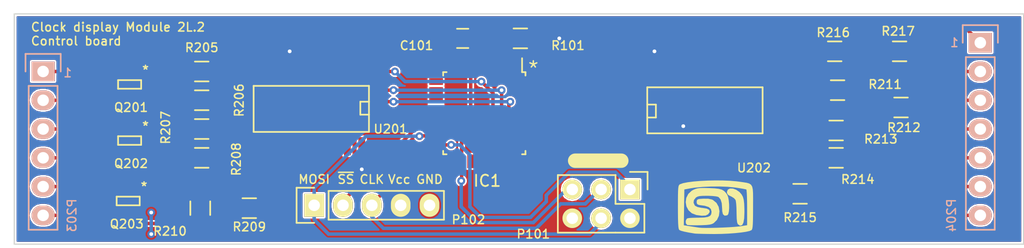
<source format=kicad_pcb>
(kicad_pcb (version 4) (host pcbnew no-vcs-found-product)

  (general
    (links 73)
    (no_connects 0)
    (area 115.481101 77.3037 205.8289 99.110001)
    (thickness 1.6)
    (drawings 14)
    (tracks 289)
    (zones 0)
    (modules 26)
    (nets 47)
  )

  (page A4)
  (title_block
    (title "Clock Display Module")
    (rev 4L.2)
  )

  (layers
    (0 F.Cu signal)
    (31 B.Cu signal)
    (32 B.Adhes user)
    (33 F.Adhes user)
    (34 B.Paste user)
    (35 F.Paste user)
    (36 B.SilkS user)
    (37 F.SilkS user)
    (38 B.Mask user)
    (39 F.Mask user)
    (40 Dwgs.User user)
    (41 Cmts.User user)
    (42 Eco1.User user)
    (43 Eco2.User user)
    (44 Edge.Cuts user)
    (45 Margin user)
    (46 B.CrtYd user)
    (47 F.CrtYd user)
    (48 B.Fab user)
    (49 F.Fab user)
  )

  (setup
    (last_trace_width 0.3048)
    (user_trace_width 0.3048)
    (user_trace_width 0.6096)
    (trace_clearance 0.1524)
    (zone_clearance 0.1524)
    (zone_45_only no)
    (trace_min 0.1524)
    (segment_width 0.127)
    (edge_width 0.1)
    (via_size 0.6858)
    (via_drill 0.3302)
    (via_min_size 0.6858)
    (via_min_drill 0.3302)
    (uvia_size 0.508)
    (uvia_drill 0.127)
    (uvias_allowed no)
    (uvia_min_size 0.508)
    (uvia_min_drill 0.127)
    (pcb_text_width 0.3)
    (pcb_text_size 0.762 0.762)
    (mod_edge_width 0.1)
    (mod_text_size 0.762 0.762)
    (mod_text_width 0.127)
    (pad_size 1.5 1.5)
    (pad_drill 0.6)
    (pad_to_mask_clearance 0)
    (pad_to_paste_clearance 0.0254)
    (aux_axis_origin 0 0)
    (visible_elements FFFEFF7F)
    (pcbplotparams
      (layerselection 0x010fc_80000001)
      (usegerberextensions true)
      (excludeedgelayer true)
      (linewidth 0.100000)
      (plotframeref false)
      (viasonmask false)
      (mode 1)
      (useauxorigin false)
      (hpglpennumber 1)
      (hpglpenspeed 20)
      (hpglpendiameter 15)
      (hpglpenoverlay 2)
      (psnegative false)
      (psa4output false)
      (plotreference true)
      (plotvalue false)
      (plotinvisibletext false)
      (padsonsilk false)
      (subtractmaskfromsilk true)
      (outputformat 1)
      (mirror false)
      (drillshape 0)
      (scaleselection 1)
      (outputdirectory gerbers/))
  )

  (net 0 "")
  (net 1 VCC)
  (net 2 GND)
  (net 3 Reset)
  (net 4 MOSI)
  (net 5 CLK)
  (net 6 C_Dig_0)
  (net 7 C_Dig_1)
  (net 8 C_Dig_2)
  (net 9 C_Dig_3)
  (net 10 C_Colon)
  (net 11 C_Signal)
  (net 12 "Net-(Q201-Pad2)")
  (net 13 "Net-(Q201-Pad5)")
  (net 14 "Net-(Q202-Pad2)")
  (net 15 "Net-(Q202-Pad5)")
  (net 16 "Net-(Q203-Pad2)")
  (net 17 "Net-(Q203-Pad5)")
  (net 18 "Net-(R205-Pad2)")
  (net 19 "Net-(R206-Pad2)")
  (net 20 "Net-(R207-Pad2)")
  (net 21 "Net-(R208-Pad2)")
  (net 22 "Net-(R209-Pad2)")
  (net 23 "Net-(R210-Pad2)")
  (net 24 "Net-(R211-Pad2)")
  (net 25 "Net-(R212-Pad2)")
  (net 26 "Net-(R213-Pad2)")
  (net 27 "Net-(R214-Pad2)")
  (net 28 "Net-(R215-Pad2)")
  (net 29 "Net-(R216-Pad2)")
  (net 30 "Net-(R217-Pad2)")
  (net 31 "/Display Driver/C_Seg_A")
  (net 32 "/Display Driver/C_Seg_B")
  (net 33 "/Display Driver/C_Seg_C")
  (net 34 "/Display Driver/C_Seg_D")
  (net 35 "/Display Driver/C_Seg_E")
  (net 36 "/Display Driver/C_Seg_F")
  (net 37 "/Display Driver/C_Seg_G")
  (net 38 D)
  (net 39 ~SS)
  (net 40 MISO)
  (net 41 A0)
  (net 42 A1)
  (net 43 A2)
  (net 44 A)
  (net 45 B)
  (net 46 C)

  (net_class Default "This is the default net class."
    (clearance 0.1524)
    (trace_width 0.1524)
    (via_dia 0.6858)
    (via_drill 0.3302)
    (uvia_dia 0.508)
    (uvia_drill 0.127)
    (add_net "/Display Driver/C_Seg_A")
    (add_net "/Display Driver/C_Seg_B")
    (add_net "/Display Driver/C_Seg_C")
    (add_net "/Display Driver/C_Seg_D")
    (add_net "/Display Driver/C_Seg_E")
    (add_net "/Display Driver/C_Seg_F")
    (add_net "/Display Driver/C_Seg_G")
    (add_net A)
    (add_net A0)
    (add_net A1)
    (add_net A2)
    (add_net B)
    (add_net C)
    (add_net CLK)
    (add_net C_Colon)
    (add_net C_Dig_0)
    (add_net C_Dig_1)
    (add_net C_Dig_2)
    (add_net C_Dig_3)
    (add_net C_Signal)
    (add_net D)
    (add_net GND)
    (add_net MISO)
    (add_net MOSI)
    (add_net "Net-(Q201-Pad2)")
    (add_net "Net-(Q201-Pad5)")
    (add_net "Net-(Q202-Pad2)")
    (add_net "Net-(Q202-Pad5)")
    (add_net "Net-(Q203-Pad2)")
    (add_net "Net-(Q203-Pad5)")
    (add_net "Net-(R205-Pad2)")
    (add_net "Net-(R206-Pad2)")
    (add_net "Net-(R207-Pad2)")
    (add_net "Net-(R208-Pad2)")
    (add_net "Net-(R209-Pad2)")
    (add_net "Net-(R210-Pad2)")
    (add_net "Net-(R211-Pad2)")
    (add_net "Net-(R212-Pad2)")
    (add_net "Net-(R213-Pad2)")
    (add_net "Net-(R214-Pad2)")
    (add_net "Net-(R215-Pad2)")
    (add_net "Net-(R216-Pad2)")
    (add_net "Net-(R217-Pad2)")
    (add_net Reset)
    (add_net VCC)
    (add_net ~SS)
  )

  (module Capacitors_SMD:C_0805_HandSoldering (layer F.Cu) (tedit 55B263D9) (tstamp 558B15BA)
    (at 156.337 80.899 180)
    (descr "Capacitor SMD 0805, hand soldering")
    (tags "capacitor 0805")
    (path /5575BAA8)
    (attr smd)
    (fp_text reference C101 (at 4.064 -0.635 180) (layer F.SilkS)
      (effects (font (size 0.762 0.762) (thickness 0.127)))
    )
    (fp_text value 0.1u (at 0 2.1 180) (layer F.Fab)
      (effects (font (size 0.762 0.762) (thickness 0.127)))
    )
    (fp_line (start -2.3 -1) (end 2.3 -1) (layer F.CrtYd) (width 0.05))
    (fp_line (start -2.3 1) (end 2.3 1) (layer F.CrtYd) (width 0.05))
    (fp_line (start -2.3 -1) (end -2.3 1) (layer F.CrtYd) (width 0.05))
    (fp_line (start 2.3 -1) (end 2.3 1) (layer F.CrtYd) (width 0.05))
    (fp_line (start 0.5 -0.85) (end -0.5 -0.85) (layer F.SilkS) (width 0.15))
    (fp_line (start -0.5 0.85) (end 0.5 0.85) (layer F.SilkS) (width 0.15))
    (pad 1 smd rect (at -1.25 0 180) (size 1.5 1.25) (layers F.Cu F.Paste F.Mask)
      (net 3 Reset))
    (pad 2 smd rect (at 1.25 0 180) (size 1.5 1.25) (layers F.Cu F.Paste F.Mask)
      (net 2 GND))
    (model Capacitors_SMD.3dshapes/C_0805_HandSoldering.wrl
      (at (xyz 0 0 0))
      (scale (xyz 1 1 1))
      (rotate (xyz 0 0 0))
    )
  )

  (module Pin_Headers:Pin_Header_Straight_1x06 (layer B.Cu) (tedit 558C453D) (tstamp 558B1742)
    (at 119.38 83.82 180)
    (descr "Through hole pin header")
    (tags "pin header")
    (path /5587144A/5589E43E)
    (fp_text reference P203 (at -2.54 -12.7 270) (layer B.SilkS)
      (effects (font (size 0.762 0.762) (thickness 0.127)) (justify mirror))
    )
    (fp_text value CONN_01X06 (at 0 3.1 180) (layer B.Fab)
      (effects (font (size 0.762 0.762) (thickness 0.127)) (justify mirror))
    )
    (fp_line (start -1.75 1.75) (end -1.75 -14.45) (layer B.CrtYd) (width 0.05))
    (fp_line (start 1.75 1.75) (end 1.75 -14.45) (layer B.CrtYd) (width 0.05))
    (fp_line (start -1.75 1.75) (end 1.75 1.75) (layer B.CrtYd) (width 0.05))
    (fp_line (start -1.75 -14.45) (end 1.75 -14.45) (layer B.CrtYd) (width 0.05))
    (fp_line (start 1.27 -1.27) (end 1.27 -13.97) (layer B.SilkS) (width 0.15))
    (fp_line (start 1.27 -13.97) (end -1.27 -13.97) (layer B.SilkS) (width 0.15))
    (fp_line (start -1.27 -13.97) (end -1.27 -1.27) (layer B.SilkS) (width 0.15))
    (fp_line (start 1.55 1.55) (end 1.55 0) (layer B.SilkS) (width 0.15))
    (fp_line (start 1.27 -1.27) (end -1.27 -1.27) (layer B.SilkS) (width 0.15))
    (fp_line (start -1.55 0) (end -1.55 1.55) (layer B.SilkS) (width 0.15))
    (fp_line (start -1.55 1.55) (end 1.55 1.55) (layer B.SilkS) (width 0.15))
    (pad 1 thru_hole rect (at 0 0 180) (size 2.032 1.7272) (drill 1.016) (layers *.Cu *.Mask B.SilkS)
      (net 6 C_Dig_0))
    (pad 2 thru_hole oval (at 0 -2.54 180) (size 2.032 1.7272) (drill 1.016) (layers *.Cu *.Mask B.SilkS)
      (net 7 C_Dig_1))
    (pad 3 thru_hole oval (at 0 -5.08 180) (size 2.032 1.7272) (drill 1.016) (layers *.Cu *.Mask B.SilkS)
      (net 8 C_Dig_2))
    (pad 4 thru_hole oval (at 0 -7.62 180) (size 2.032 1.7272) (drill 1.016) (layers *.Cu *.Mask B.SilkS)
      (net 9 C_Dig_3))
    (pad 5 thru_hole oval (at 0 -10.16 180) (size 2.032 1.7272) (drill 1.016) (layers *.Cu *.Mask B.SilkS)
      (net 10 C_Colon))
    (pad 6 thru_hole oval (at 0 -12.7 180) (size 2.032 1.7272) (drill 1.016) (layers *.Cu *.Mask B.SilkS)
      (net 11 C_Signal))
    (model Pin_Headers.3dshapes/Pin_Header_Straight_1x06.wrl
      (at (xyz 0 -0.25 0))
      (scale (xyz 1 1 1))
      (rotate (xyz 0 0 90))
    )
  )

  (module Pin_Headers:Pin_Header_Straight_1x07 (layer B.Cu) (tedit 558C4BE4) (tstamp 558B1758)
    (at 201.93 81.28 180)
    (descr "Through hole pin header")
    (tags "pin header")
    (path /5587144A/5589E0CB)
    (fp_text reference P204 (at 2.54 -15.24 270) (layer B.SilkS)
      (effects (font (size 0.762 0.762) (thickness 0.127)) (justify mirror))
    )
    (fp_text value CONN_01X07 (at 0 3.1 180) (layer B.Fab)
      (effects (font (size 0.762 0.762) (thickness 0.127)) (justify mirror))
    )
    (fp_line (start -1.75 1.75) (end -1.75 -17) (layer B.CrtYd) (width 0.05))
    (fp_line (start 1.75 1.75) (end 1.75 -17) (layer B.CrtYd) (width 0.05))
    (fp_line (start -1.75 1.75) (end 1.75 1.75) (layer B.CrtYd) (width 0.05))
    (fp_line (start -1.75 -17) (end 1.75 -17) (layer B.CrtYd) (width 0.05))
    (fp_line (start 1.27 -1.27) (end 1.27 -16.51) (layer B.SilkS) (width 0.15))
    (fp_line (start 1.27 -16.51) (end -1.27 -16.51) (layer B.SilkS) (width 0.15))
    (fp_line (start -1.27 -16.51) (end -1.27 -1.27) (layer B.SilkS) (width 0.15))
    (fp_line (start 1.55 1.55) (end 1.55 0) (layer B.SilkS) (width 0.15))
    (fp_line (start 1.27 -1.27) (end -1.27 -1.27) (layer B.SilkS) (width 0.15))
    (fp_line (start -1.55 0) (end -1.55 1.55) (layer B.SilkS) (width 0.15))
    (fp_line (start -1.55 1.55) (end 1.55 1.55) (layer B.SilkS) (width 0.15))
    (pad 1 thru_hole rect (at 0 0 180) (size 2.032 1.7272) (drill 1.016) (layers *.Cu *.Mask B.SilkS)
      (net 36 "/Display Driver/C_Seg_F"))
    (pad 2 thru_hole oval (at 0 -2.54 180) (size 2.032 1.7272) (drill 1.016) (layers *.Cu *.Mask B.SilkS)
      (net 37 "/Display Driver/C_Seg_G"))
    (pad 3 thru_hole oval (at 0 -5.08 180) (size 2.032 1.7272) (drill 1.016) (layers *.Cu *.Mask B.SilkS)
      (net 31 "/Display Driver/C_Seg_A"))
    (pad 4 thru_hole oval (at 0 -7.62 180) (size 2.032 1.7272) (drill 1.016) (layers *.Cu *.Mask B.SilkS)
      (net 32 "/Display Driver/C_Seg_B"))
    (pad 5 thru_hole oval (at 0 -10.16 180) (size 2.032 1.7272) (drill 1.016) (layers *.Cu *.Mask B.SilkS)
      (net 33 "/Display Driver/C_Seg_C"))
    (pad 6 thru_hole oval (at 0 -12.7 180) (size 2.032 1.7272) (drill 1.016) (layers *.Cu *.Mask B.SilkS)
      (net 34 "/Display Driver/C_Seg_D"))
    (pad 7 thru_hole oval (at 0 -15.24 180) (size 2.032 1.7272) (drill 1.016) (layers *.Cu *.Mask B.SilkS)
      (net 35 "/Display Driver/C_Seg_E"))
    (model Pin_Headers.3dshapes/Pin_Header_Straight_1x07.wrl
      (at (xyz 0 -0.3 0))
      (scale (xyz 1 1 1))
      (rotate (xyz 0 0 90))
    )
  )

  (module ClockFootprints:SOT-363 (layer F.Cu) (tedit 558C519D) (tstamp 558B1767)
    (at 127 84.963 180)
    (path /5587144A/558A038F)
    (fp_text reference Q201 (at -0.127 -2.032 180) (layer F.SilkS)
      (effects (font (size 0.762 0.762) (thickness 0.127)))
    )
    (fp_text value BC856BS (at 0 -2.159 180) (layer F.Fab) hide
      (effects (font (size 0.762 0.762) (thickness 0.127)))
    )
    (fp_text user * (at -1.397 1.27 180) (layer F.SilkS)
      (effects (font (size 0.762 0.762) (thickness 0.127)))
    )
    (fp_line (start -1.016 -0.381) (end 1.016 -0.381) (layer F.SilkS) (width 0.15))
    (fp_line (start 1.016 -0.381) (end 1.016 0.381) (layer F.SilkS) (width 0.15))
    (fp_line (start 1.016 0.381) (end -1.016 0.381) (layer F.SilkS) (width 0.15))
    (fp_line (start -1.016 0.381) (end -1.016 -0.381) (layer F.SilkS) (width 0.15))
    (pad 2 smd rect (at 0 0.8375 180) (size 0.3 0.525) (layers F.Cu F.Paste F.Mask)
      (net 12 "Net-(Q201-Pad2)"))
    (pad 5 smd rect (at 0 -0.8375 180) (size 0.3 0.525) (layers F.Cu F.Paste F.Mask)
      (net 13 "Net-(Q201-Pad5)"))
    (pad 6 smd rect (at -0.65 -0.8375 180) (size 0.3 0.525) (layers F.Cu F.Paste F.Mask)
      (net 2 GND))
    (pad 4 smd rect (at 0.65 -0.8375 180) (size 0.3 0.525) (layers F.Cu F.Paste F.Mask)
      (net 7 C_Dig_1))
    (pad 3 smd rect (at 0.65 0.8375 180) (size 0.3 0.525) (layers F.Cu F.Paste F.Mask)
      (net 2 GND))
    (pad 1 smd rect (at -0.65 0.8375 180) (size 0.3 0.525) (layers F.Cu F.Paste F.Mask)
      (net 6 C_Dig_0))
  )

  (module ClockFootprints:SOT-363 (layer F.Cu) (tedit 558C5198) (tstamp 558B1776)
    (at 127 89.916 180)
    (path /5587144A/558A04DE)
    (fp_text reference Q202 (at -0.127 -2.032 180) (layer F.SilkS)
      (effects (font (size 0.762 0.762) (thickness 0.127)))
    )
    (fp_text value BC856BS (at 0 -2.159 180) (layer F.Fab) hide
      (effects (font (size 0.762 0.762) (thickness 0.127)))
    )
    (fp_text user * (at -1.397 1.27 180) (layer F.SilkS)
      (effects (font (size 0.762 0.762) (thickness 0.127)))
    )
    (fp_line (start -1.016 -0.381) (end 1.016 -0.381) (layer F.SilkS) (width 0.15))
    (fp_line (start 1.016 -0.381) (end 1.016 0.381) (layer F.SilkS) (width 0.15))
    (fp_line (start 1.016 0.381) (end -1.016 0.381) (layer F.SilkS) (width 0.15))
    (fp_line (start -1.016 0.381) (end -1.016 -0.381) (layer F.SilkS) (width 0.15))
    (pad 2 smd rect (at 0 0.8375 180) (size 0.3 0.525) (layers F.Cu F.Paste F.Mask)
      (net 14 "Net-(Q202-Pad2)"))
    (pad 5 smd rect (at 0 -0.8375 180) (size 0.3 0.525) (layers F.Cu F.Paste F.Mask)
      (net 15 "Net-(Q202-Pad5)"))
    (pad 6 smd rect (at -0.65 -0.8375 180) (size 0.3 0.525) (layers F.Cu F.Paste F.Mask)
      (net 2 GND))
    (pad 4 smd rect (at 0.65 -0.8375 180) (size 0.3 0.525) (layers F.Cu F.Paste F.Mask)
      (net 9 C_Dig_3))
    (pad 3 smd rect (at 0.65 0.8375 180) (size 0.3 0.525) (layers F.Cu F.Paste F.Mask)
      (net 2 GND))
    (pad 1 smd rect (at -0.65 0.8375 180) (size 0.3 0.525) (layers F.Cu F.Paste F.Mask)
      (net 8 C_Dig_2))
  )

  (module ClockFootprints:SOT-363 (layer F.Cu) (tedit 558C5194) (tstamp 558B1785)
    (at 126.873 95.25 180)
    (path /5587144A/558A05C1)
    (fp_text reference Q203 (at 0.127 -2.032 180) (layer F.SilkS)
      (effects (font (size 0.762 0.762) (thickness 0.127)))
    )
    (fp_text value BC856BS (at 0 -2.159 180) (layer F.Fab) hide
      (effects (font (size 0.762 0.762) (thickness 0.127)))
    )
    (fp_text user * (at -1.397 1.27 180) (layer F.SilkS)
      (effects (font (size 0.762 0.762) (thickness 0.127)))
    )
    (fp_line (start -1.016 -0.381) (end 1.016 -0.381) (layer F.SilkS) (width 0.15))
    (fp_line (start 1.016 -0.381) (end 1.016 0.381) (layer F.SilkS) (width 0.15))
    (fp_line (start 1.016 0.381) (end -1.016 0.381) (layer F.SilkS) (width 0.15))
    (fp_line (start -1.016 0.381) (end -1.016 -0.381) (layer F.SilkS) (width 0.15))
    (pad 2 smd rect (at 0 0.8375 180) (size 0.3 0.525) (layers F.Cu F.Paste F.Mask)
      (net 16 "Net-(Q203-Pad2)"))
    (pad 5 smd rect (at 0 -0.8375 180) (size 0.3 0.525) (layers F.Cu F.Paste F.Mask)
      (net 17 "Net-(Q203-Pad5)"))
    (pad 6 smd rect (at -0.65 -0.8375 180) (size 0.3 0.525) (layers F.Cu F.Paste F.Mask)
      (net 2 GND))
    (pad 4 smd rect (at 0.65 -0.8375 180) (size 0.3 0.525) (layers F.Cu F.Paste F.Mask)
      (net 11 C_Signal))
    (pad 3 smd rect (at 0.65 0.8375 180) (size 0.3 0.525) (layers F.Cu F.Paste F.Mask)
      (net 2 GND))
    (pad 1 smd rect (at -0.65 0.8375 180) (size 0.3 0.525) (layers F.Cu F.Paste F.Mask)
      (net 10 C_Colon))
  )

  (module Resistors_SMD:R_0805_HandSoldering (layer F.Cu) (tedit 55B263D5) (tstamp 558B1791)
    (at 161.417 80.899)
    (descr "Resistor SMD 0805, hand soldering")
    (tags "resistor 0805")
    (path /5575BA42)
    (attr smd)
    (fp_text reference R101 (at 4.191 0.635) (layer F.SilkS)
      (effects (font (size 0.762 0.762) (thickness 0.127)))
    )
    (fp_text value 10K (at 0 2.1) (layer F.Fab)
      (effects (font (size 0.762 0.762) (thickness 0.127)))
    )
    (fp_line (start -2.4 -1) (end 2.4 -1) (layer F.CrtYd) (width 0.05))
    (fp_line (start -2.4 1) (end 2.4 1) (layer F.CrtYd) (width 0.05))
    (fp_line (start -2.4 -1) (end -2.4 1) (layer F.CrtYd) (width 0.05))
    (fp_line (start 2.4 -1) (end 2.4 1) (layer F.CrtYd) (width 0.05))
    (fp_line (start 0.6 0.875) (end -0.6 0.875) (layer F.SilkS) (width 0.15))
    (fp_line (start -0.6 -0.875) (end 0.6 -0.875) (layer F.SilkS) (width 0.15))
    (pad 1 smd rect (at -1.35 0) (size 1.5 1.3) (layers F.Cu F.Paste F.Mask)
      (net 3 Reset))
    (pad 2 smd rect (at 1.35 0) (size 1.5 1.3) (layers F.Cu F.Paste F.Mask)
      (net 1 VCC))
    (model Resistors_SMD.3dshapes/R_0805_HandSoldering.wrl
      (at (xyz 0 0 0))
      (scale (xyz 1 1 1))
      (rotate (xyz 0 0 0))
    )
  )

  (module Resistors_SMD:R_0805_HandSoldering (layer F.Cu) (tedit 54189DEE) (tstamp 558B17CD)
    (at 133.35 83.82)
    (descr "Resistor SMD 0805, hand soldering")
    (tags "resistor 0805")
    (path /5587144A/55873377)
    (attr smd)
    (fp_text reference R205 (at 0 -2.1) (layer F.SilkS)
      (effects (font (size 0.762 0.762) (thickness 0.127)))
    )
    (fp_text value 500 (at 0 2.1) (layer F.Fab)
      (effects (font (size 0.762 0.762) (thickness 0.127)))
    )
    (fp_line (start -2.4 -1) (end 2.4 -1) (layer F.CrtYd) (width 0.05))
    (fp_line (start -2.4 1) (end 2.4 1) (layer F.CrtYd) (width 0.05))
    (fp_line (start -2.4 -1) (end -2.4 1) (layer F.CrtYd) (width 0.05))
    (fp_line (start 2.4 -1) (end 2.4 1) (layer F.CrtYd) (width 0.05))
    (fp_line (start 0.6 0.875) (end -0.6 0.875) (layer F.SilkS) (width 0.15))
    (fp_line (start -0.6 -0.875) (end 0.6 -0.875) (layer F.SilkS) (width 0.15))
    (pad 1 smd rect (at -1.35 0) (size 1.5 1.3) (layers F.Cu F.Paste F.Mask)
      (net 12 "Net-(Q201-Pad2)"))
    (pad 2 smd rect (at 1.35 0) (size 1.5 1.3) (layers F.Cu F.Paste F.Mask)
      (net 18 "Net-(R205-Pad2)"))
    (model Resistors_SMD.3dshapes/R_0805_HandSoldering.wrl
      (at (xyz 0 0 0))
      (scale (xyz 1 1 1))
      (rotate (xyz 0 0 0))
    )
  )

  (module Resistors_SMD:R_0805_HandSoldering (layer F.Cu) (tedit 558C5531) (tstamp 558B17D9)
    (at 133.35 86.36)
    (descr "Resistor SMD 0805, hand soldering")
    (tags "resistor 0805")
    (path /5587144A/558747A2)
    (attr smd)
    (fp_text reference R206 (at 3.302 0 90) (layer F.SilkS)
      (effects (font (size 0.762 0.762) (thickness 0.127)))
    )
    (fp_text value 500 (at 0 2.1) (layer F.Fab)
      (effects (font (size 0.762 0.762) (thickness 0.127)))
    )
    (fp_line (start -2.4 -1) (end 2.4 -1) (layer F.CrtYd) (width 0.05))
    (fp_line (start -2.4 1) (end 2.4 1) (layer F.CrtYd) (width 0.05))
    (fp_line (start -2.4 -1) (end -2.4 1) (layer F.CrtYd) (width 0.05))
    (fp_line (start 2.4 -1) (end 2.4 1) (layer F.CrtYd) (width 0.05))
    (fp_line (start 0.6 0.875) (end -0.6 0.875) (layer F.SilkS) (width 0.15))
    (fp_line (start -0.6 -0.875) (end 0.6 -0.875) (layer F.SilkS) (width 0.15))
    (pad 1 smd rect (at -1.35 0) (size 1.5 1.3) (layers F.Cu F.Paste F.Mask)
      (net 13 "Net-(Q201-Pad5)"))
    (pad 2 smd rect (at 1.35 0) (size 1.5 1.3) (layers F.Cu F.Paste F.Mask)
      (net 19 "Net-(R206-Pad2)"))
    (model Resistors_SMD.3dshapes/R_0805_HandSoldering.wrl
      (at (xyz 0 0 0))
      (scale (xyz 1 1 1))
      (rotate (xyz 0 0 0))
    )
  )

  (module Resistors_SMD:R_0805_HandSoldering (layer F.Cu) (tedit 558C5562) (tstamp 558B17E5)
    (at 133.35 88.9)
    (descr "Resistor SMD 0805, hand soldering")
    (tags "resistor 0805")
    (path /5587144A/55874B76)
    (attr smd)
    (fp_text reference R207 (at -3.175 -0.127 90) (layer F.SilkS)
      (effects (font (size 0.762 0.762) (thickness 0.127)))
    )
    (fp_text value 500 (at 0 2.1) (layer F.Fab)
      (effects (font (size 0.762 0.762) (thickness 0.127)))
    )
    (fp_line (start -2.4 -1) (end 2.4 -1) (layer F.CrtYd) (width 0.05))
    (fp_line (start -2.4 1) (end 2.4 1) (layer F.CrtYd) (width 0.05))
    (fp_line (start -2.4 -1) (end -2.4 1) (layer F.CrtYd) (width 0.05))
    (fp_line (start 2.4 -1) (end 2.4 1) (layer F.CrtYd) (width 0.05))
    (fp_line (start 0.6 0.875) (end -0.6 0.875) (layer F.SilkS) (width 0.15))
    (fp_line (start -0.6 -0.875) (end 0.6 -0.875) (layer F.SilkS) (width 0.15))
    (pad 1 smd rect (at -1.35 0) (size 1.5 1.3) (layers F.Cu F.Paste F.Mask)
      (net 14 "Net-(Q202-Pad2)"))
    (pad 2 smd rect (at 1.35 0) (size 1.5 1.3) (layers F.Cu F.Paste F.Mask)
      (net 20 "Net-(R207-Pad2)"))
    (model Resistors_SMD.3dshapes/R_0805_HandSoldering.wrl
      (at (xyz 0 0 0))
      (scale (xyz 1 1 1))
      (rotate (xyz 0 0 0))
    )
  )

  (module Resistors_SMD:R_0805_HandSoldering (layer F.Cu) (tedit 558C5548) (tstamp 558B17F1)
    (at 133.35 91.44)
    (descr "Resistor SMD 0805, hand soldering")
    (tags "resistor 0805")
    (path /5587144A/55874B8E)
    (attr smd)
    (fp_text reference R208 (at 3.048 0.127 90) (layer F.SilkS)
      (effects (font (size 0.762 0.762) (thickness 0.127)))
    )
    (fp_text value 500 (at 0 2.1) (layer F.Fab)
      (effects (font (size 0.762 0.762) (thickness 0.127)))
    )
    (fp_line (start -2.4 -1) (end 2.4 -1) (layer F.CrtYd) (width 0.05))
    (fp_line (start -2.4 1) (end 2.4 1) (layer F.CrtYd) (width 0.05))
    (fp_line (start -2.4 -1) (end -2.4 1) (layer F.CrtYd) (width 0.05))
    (fp_line (start 2.4 -1) (end 2.4 1) (layer F.CrtYd) (width 0.05))
    (fp_line (start 0.6 0.875) (end -0.6 0.875) (layer F.SilkS) (width 0.15))
    (fp_line (start -0.6 -0.875) (end 0.6 -0.875) (layer F.SilkS) (width 0.15))
    (pad 1 smd rect (at -1.35 0) (size 1.5 1.3) (layers F.Cu F.Paste F.Mask)
      (net 15 "Net-(Q202-Pad5)"))
    (pad 2 smd rect (at 1.35 0) (size 1.5 1.3) (layers F.Cu F.Paste F.Mask)
      (net 21 "Net-(R208-Pad2)"))
    (model Resistors_SMD.3dshapes/R_0805_HandSoldering.wrl
      (at (xyz 0 0 0))
      (scale (xyz 1 1 1))
      (rotate (xyz 0 0 0))
    )
  )

  (module Resistors_SMD:R_0805_HandSoldering (layer F.Cu) (tedit 558C5610) (tstamp 558B17FD)
    (at 137.541 95.885)
    (descr "Resistor SMD 0805, hand soldering")
    (tags "resistor 0805")
    (path /5587144A/5587592B)
    (attr smd)
    (fp_text reference R209 (at 0 1.651 180) (layer F.SilkS)
      (effects (font (size 0.762 0.762) (thickness 0.127)))
    )
    (fp_text value 500 (at 0 2.1) (layer F.Fab)
      (effects (font (size 0.762 0.762) (thickness 0.127)))
    )
    (fp_line (start -2.4 -1) (end 2.4 -1) (layer F.CrtYd) (width 0.05))
    (fp_line (start -2.4 1) (end 2.4 1) (layer F.CrtYd) (width 0.05))
    (fp_line (start -2.4 -1) (end -2.4 1) (layer F.CrtYd) (width 0.05))
    (fp_line (start 2.4 -1) (end 2.4 1) (layer F.CrtYd) (width 0.05))
    (fp_line (start 0.6 0.875) (end -0.6 0.875) (layer F.SilkS) (width 0.15))
    (fp_line (start -0.6 -0.875) (end 0.6 -0.875) (layer F.SilkS) (width 0.15))
    (pad 1 smd rect (at -1.35 0) (size 1.5 1.3) (layers F.Cu F.Paste F.Mask)
      (net 16 "Net-(Q203-Pad2)"))
    (pad 2 smd rect (at 1.35 0) (size 1.5 1.3) (layers F.Cu F.Paste F.Mask)
      (net 22 "Net-(R209-Pad2)"))
    (model Resistors_SMD.3dshapes/R_0805_HandSoldering.wrl
      (at (xyz 0 0 0))
      (scale (xyz 1 1 1))
      (rotate (xyz 0 0 0))
    )
  )

  (module Resistors_SMD:R_0805_HandSoldering (layer F.Cu) (tedit 558C5619) (tstamp 558B1809)
    (at 133.223 95.885 90)
    (descr "Resistor SMD 0805, hand soldering")
    (tags "resistor 0805")
    (path /5587144A/55875943)
    (attr smd)
    (fp_text reference R210 (at -2.032 -2.667 360) (layer F.SilkS)
      (effects (font (size 0.762 0.762) (thickness 0.127)))
    )
    (fp_text value 500 (at 0 2.1 90) (layer F.Fab)
      (effects (font (size 0.762 0.762) (thickness 0.127)))
    )
    (fp_line (start -2.4 -1) (end 2.4 -1) (layer F.CrtYd) (width 0.05))
    (fp_line (start -2.4 1) (end 2.4 1) (layer F.CrtYd) (width 0.05))
    (fp_line (start -2.4 -1) (end -2.4 1) (layer F.CrtYd) (width 0.05))
    (fp_line (start 2.4 -1) (end 2.4 1) (layer F.CrtYd) (width 0.05))
    (fp_line (start 0.6 0.875) (end -0.6 0.875) (layer F.SilkS) (width 0.15))
    (fp_line (start -0.6 -0.875) (end 0.6 -0.875) (layer F.SilkS) (width 0.15))
    (pad 1 smd rect (at -1.35 0 90) (size 1.5 1.3) (layers F.Cu F.Paste F.Mask)
      (net 17 "Net-(Q203-Pad5)"))
    (pad 2 smd rect (at 1.35 0 90) (size 1.5 1.3) (layers F.Cu F.Paste F.Mask)
      (net 23 "Net-(R210-Pad2)"))
    (model Resistors_SMD.3dshapes/R_0805_HandSoldering.wrl
      (at (xyz 0 0 0))
      (scale (xyz 1 1 1))
      (rotate (xyz 0 0 0))
    )
  )

  (module Resistors_SMD:R_0805_HandSoldering (layer F.Cu) (tedit 558C50FC) (tstamp 558B1815)
    (at 189.357 85.471 180)
    (descr "Resistor SMD 0805, hand soldering")
    (tags "resistor 0805")
    (path /5587144A/5587356B)
    (attr smd)
    (fp_text reference R211 (at -4.191 0.508 180) (layer F.SilkS)
      (effects (font (size 0.762 0.762) (thickness 0.127)))
    )
    (fp_text value 160 (at 0 2.1 180) (layer F.Fab)
      (effects (font (size 0.762 0.762) (thickness 0.127)))
    )
    (fp_line (start -2.4 -1) (end 2.4 -1) (layer F.CrtYd) (width 0.05))
    (fp_line (start -2.4 1) (end 2.4 1) (layer F.CrtYd) (width 0.05))
    (fp_line (start -2.4 -1) (end -2.4 1) (layer F.CrtYd) (width 0.05))
    (fp_line (start 2.4 -1) (end 2.4 1) (layer F.CrtYd) (width 0.05))
    (fp_line (start 0.6 0.875) (end -0.6 0.875) (layer F.SilkS) (width 0.15))
    (fp_line (start -0.6 -0.875) (end 0.6 -0.875) (layer F.SilkS) (width 0.15))
    (pad 1 smd rect (at -1.35 0 180) (size 1.5 1.3) (layers F.Cu F.Paste F.Mask)
      (net 31 "/Display Driver/C_Seg_A"))
    (pad 2 smd rect (at 1.35 0 180) (size 1.5 1.3) (layers F.Cu F.Paste F.Mask)
      (net 24 "Net-(R211-Pad2)"))
    (model Resistors_SMD.3dshapes/R_0805_HandSoldering.wrl
      (at (xyz 0 0 0))
      (scale (xyz 1 1 1))
      (rotate (xyz 0 0 0))
    )
  )

  (module Resistors_SMD:R_0805_HandSoldering (layer F.Cu) (tedit 558C4E3D) (tstamp 558B1821)
    (at 194.945 86.995 180)
    (descr "Resistor SMD 0805, hand soldering")
    (tags "resistor 0805")
    (path /5587144A/55873774)
    (attr smd)
    (fp_text reference R212 (at -0.254 -1.778 180) (layer F.SilkS)
      (effects (font (size 0.762 0.762) (thickness 0.127)))
    )
    (fp_text value 160 (at 0 2.1 180) (layer F.Fab)
      (effects (font (size 0.762 0.762) (thickness 0.127)))
    )
    (fp_line (start -2.4 -1) (end 2.4 -1) (layer F.CrtYd) (width 0.05))
    (fp_line (start -2.4 1) (end 2.4 1) (layer F.CrtYd) (width 0.05))
    (fp_line (start -2.4 -1) (end -2.4 1) (layer F.CrtYd) (width 0.05))
    (fp_line (start 2.4 -1) (end 2.4 1) (layer F.CrtYd) (width 0.05))
    (fp_line (start 0.6 0.875) (end -0.6 0.875) (layer F.SilkS) (width 0.15))
    (fp_line (start -0.6 -0.875) (end 0.6 -0.875) (layer F.SilkS) (width 0.15))
    (pad 1 smd rect (at -1.35 0 180) (size 1.5 1.3) (layers F.Cu F.Paste F.Mask)
      (net 32 "/Display Driver/C_Seg_B"))
    (pad 2 smd rect (at 1.35 0 180) (size 1.5 1.3) (layers F.Cu F.Paste F.Mask)
      (net 25 "Net-(R212-Pad2)"))
    (model Resistors_SMD.3dshapes/R_0805_HandSoldering.wrl
      (at (xyz 0 0 0))
      (scale (xyz 1 1 1))
      (rotate (xyz 0 0 0))
    )
  )

  (module Resistors_SMD:R_0805_HandSoldering (layer F.Cu) (tedit 558C50F8) (tstamp 558B182D)
    (at 189.23 89.027 180)
    (descr "Resistor SMD 0805, hand soldering")
    (tags "resistor 0805")
    (path /5587144A/5587381A)
    (attr smd)
    (fp_text reference R213 (at -3.937 -0.762 180) (layer F.SilkS)
      (effects (font (size 0.762 0.762) (thickness 0.127)))
    )
    (fp_text value 160 (at 0 2.1 180) (layer F.Fab)
      (effects (font (size 0.762 0.762) (thickness 0.127)))
    )
    (fp_line (start -2.4 -1) (end 2.4 -1) (layer F.CrtYd) (width 0.05))
    (fp_line (start -2.4 1) (end 2.4 1) (layer F.CrtYd) (width 0.05))
    (fp_line (start -2.4 -1) (end -2.4 1) (layer F.CrtYd) (width 0.05))
    (fp_line (start 2.4 -1) (end 2.4 1) (layer F.CrtYd) (width 0.05))
    (fp_line (start 0.6 0.875) (end -0.6 0.875) (layer F.SilkS) (width 0.15))
    (fp_line (start -0.6 -0.875) (end 0.6 -0.875) (layer F.SilkS) (width 0.15))
    (pad 1 smd rect (at -1.35 0 180) (size 1.5 1.3) (layers F.Cu F.Paste F.Mask)
      (net 33 "/Display Driver/C_Seg_C"))
    (pad 2 smd rect (at 1.35 0 180) (size 1.5 1.3) (layers F.Cu F.Paste F.Mask)
      (net 26 "Net-(R213-Pad2)"))
    (model Resistors_SMD.3dshapes/R_0805_HandSoldering.wrl
      (at (xyz 0 0 0))
      (scale (xyz 1 1 1))
      (rotate (xyz 0 0 0))
    )
  )

  (module Resistors_SMD:R_0805_HandSoldering (layer F.Cu) (tedit 558C4AC9) (tstamp 558B1839)
    (at 189.23 91.44 180)
    (descr "Resistor SMD 0805, hand soldering")
    (tags "resistor 0805")
    (path /5587144A/55873877)
    (attr smd)
    (fp_text reference R214 (at -1.905 -1.905 180) (layer F.SilkS)
      (effects (font (size 0.762 0.762) (thickness 0.127)))
    )
    (fp_text value 160 (at 0 2.1 180) (layer F.Fab)
      (effects (font (size 0.762 0.762) (thickness 0.127)))
    )
    (fp_line (start -2.4 -1) (end 2.4 -1) (layer F.CrtYd) (width 0.05))
    (fp_line (start -2.4 1) (end 2.4 1) (layer F.CrtYd) (width 0.05))
    (fp_line (start -2.4 -1) (end -2.4 1) (layer F.CrtYd) (width 0.05))
    (fp_line (start 2.4 -1) (end 2.4 1) (layer F.CrtYd) (width 0.05))
    (fp_line (start 0.6 0.875) (end -0.6 0.875) (layer F.SilkS) (width 0.15))
    (fp_line (start -0.6 -0.875) (end 0.6 -0.875) (layer F.SilkS) (width 0.15))
    (pad 1 smd rect (at -1.35 0 180) (size 1.5 1.3) (layers F.Cu F.Paste F.Mask)
      (net 34 "/Display Driver/C_Seg_D"))
    (pad 2 smd rect (at 1.35 0 180) (size 1.5 1.3) (layers F.Cu F.Paste F.Mask)
      (net 27 "Net-(R214-Pad2)"))
    (model Resistors_SMD.3dshapes/R_0805_HandSoldering.wrl
      (at (xyz 0 0 0))
      (scale (xyz 1 1 1))
      (rotate (xyz 0 0 0))
    )
  )

  (module Resistors_SMD:R_0805_HandSoldering (layer F.Cu) (tedit 54189DEE) (tstamp 558B1845)
    (at 186.055 94.615 180)
    (descr "Resistor SMD 0805, hand soldering")
    (tags "resistor 0805")
    (path /5587144A/55873973)
    (attr smd)
    (fp_text reference R215 (at 0 -2.1 180) (layer F.SilkS)
      (effects (font (size 0.762 0.762) (thickness 0.127)))
    )
    (fp_text value 160 (at 0 2.1 180) (layer F.Fab)
      (effects (font (size 0.762 0.762) (thickness 0.127)))
    )
    (fp_line (start -2.4 -1) (end 2.4 -1) (layer F.CrtYd) (width 0.05))
    (fp_line (start -2.4 1) (end 2.4 1) (layer F.CrtYd) (width 0.05))
    (fp_line (start -2.4 -1) (end -2.4 1) (layer F.CrtYd) (width 0.05))
    (fp_line (start 2.4 -1) (end 2.4 1) (layer F.CrtYd) (width 0.05))
    (fp_line (start 0.6 0.875) (end -0.6 0.875) (layer F.SilkS) (width 0.15))
    (fp_line (start -0.6 -0.875) (end 0.6 -0.875) (layer F.SilkS) (width 0.15))
    (pad 1 smd rect (at -1.35 0 180) (size 1.5 1.3) (layers F.Cu F.Paste F.Mask)
      (net 35 "/Display Driver/C_Seg_E"))
    (pad 2 smd rect (at 1.35 0 180) (size 1.5 1.3) (layers F.Cu F.Paste F.Mask)
      (net 28 "Net-(R215-Pad2)"))
    (model Resistors_SMD.3dshapes/R_0805_HandSoldering.wrl
      (at (xyz 0 0 0))
      (scale (xyz 1 1 1))
      (rotate (xyz 0 0 0))
    )
  )

  (module Resistors_SMD:R_0805_HandSoldering (layer F.Cu) (tedit 558C4AD9) (tstamp 558B1851)
    (at 189.103 82.042 180)
    (descr "Resistor SMD 0805, hand soldering")
    (tags "resistor 0805")
    (path /5587144A/558739F1)
    (attr smd)
    (fp_text reference R216 (at 0.127 1.651 180) (layer F.SilkS)
      (effects (font (size 0.762 0.762) (thickness 0.127)))
    )
    (fp_text value 160 (at 0 2.1 180) (layer F.Fab)
      (effects (font (size 0.762 0.762) (thickness 0.127)))
    )
    (fp_line (start -2.4 -1) (end 2.4 -1) (layer F.CrtYd) (width 0.05))
    (fp_line (start -2.4 1) (end 2.4 1) (layer F.CrtYd) (width 0.05))
    (fp_line (start -2.4 -1) (end -2.4 1) (layer F.CrtYd) (width 0.05))
    (fp_line (start 2.4 -1) (end 2.4 1) (layer F.CrtYd) (width 0.05))
    (fp_line (start 0.6 0.875) (end -0.6 0.875) (layer F.SilkS) (width 0.15))
    (fp_line (start -0.6 -0.875) (end 0.6 -0.875) (layer F.SilkS) (width 0.15))
    (pad 1 smd rect (at -1.35 0 180) (size 1.5 1.3) (layers F.Cu F.Paste F.Mask)
      (net 36 "/Display Driver/C_Seg_F"))
    (pad 2 smd rect (at 1.35 0 180) (size 1.5 1.3) (layers F.Cu F.Paste F.Mask)
      (net 29 "Net-(R216-Pad2)"))
    (model Resistors_SMD.3dshapes/R_0805_HandSoldering.wrl
      (at (xyz 0 0 0))
      (scale (xyz 1 1 1))
      (rotate (xyz 0 0 0))
    )
  )

  (module Resistors_SMD:R_0805_HandSoldering (layer F.Cu) (tedit 558C4ADC) (tstamp 558B185D)
    (at 194.818 82.042 180)
    (descr "Resistor SMD 0805, hand soldering")
    (tags "resistor 0805")
    (path /5587144A/55873A73)
    (attr smd)
    (fp_text reference R217 (at 0.127 1.778 180) (layer F.SilkS)
      (effects (font (size 0.762 0.762) (thickness 0.127)))
    )
    (fp_text value 160 (at 0 2.1 180) (layer F.Fab)
      (effects (font (size 0.762 0.762) (thickness 0.127)))
    )
    (fp_line (start -2.4 -1) (end 2.4 -1) (layer F.CrtYd) (width 0.05))
    (fp_line (start -2.4 1) (end 2.4 1) (layer F.CrtYd) (width 0.05))
    (fp_line (start -2.4 -1) (end -2.4 1) (layer F.CrtYd) (width 0.05))
    (fp_line (start 2.4 -1) (end 2.4 1) (layer F.CrtYd) (width 0.05))
    (fp_line (start 0.6 0.875) (end -0.6 0.875) (layer F.SilkS) (width 0.15))
    (fp_line (start -0.6 -0.875) (end 0.6 -0.875) (layer F.SilkS) (width 0.15))
    (pad 1 smd rect (at -1.35 0 180) (size 1.5 1.3) (layers F.Cu F.Paste F.Mask)
      (net 37 "/Display Driver/C_Seg_G"))
    (pad 2 smd rect (at 1.35 0 180) (size 1.5 1.3) (layers F.Cu F.Paste F.Mask)
      (net 30 "Net-(R217-Pad2)"))
    (model Resistors_SMD.3dshapes/R_0805_HandSoldering.wrl
      (at (xyz 0 0 0))
      (scale (xyz 1 1 1))
      (rotate (xyz 0 0 0))
    )
  )

  (module ClockFootprints:SOIC-16 (layer F.Cu) (tedit 55B263B6) (tstamp 558B1878)
    (at 142.875 87.122 180)
    (path /5587144A/55871036)
    (fp_text reference U201 (at -7.112 -1.778 360) (layer F.SilkS)
      (effects (font (size 0.762 0.762) (thickness 0.127)))
    )
    (fp_text value SN74LS138 (at 0 -5.08 180) (layer F.Fab) hide
      (effects (font (size 0.762 0.762) (thickness 0.127)))
    )
    (fp_line (start -5.207 -0.508) (end -4.445 -0.508) (layer F.SilkS) (width 0.15))
    (fp_line (start -4.445 -0.508) (end -4.445 0.635) (layer F.SilkS) (width 0.15))
    (fp_line (start -4.445 0.635) (end -5.207 0.635) (layer F.SilkS) (width 0.15))
    (fp_line (start -5.207 -2.032) (end 4.953 -2.032) (layer F.SilkS) (width 0.15))
    (fp_line (start 4.953 -2.032) (end 4.953 2.032) (layer F.SilkS) (width 0.15))
    (fp_line (start 4.953 2.032) (end -5.207 2.032) (layer F.SilkS) (width 0.15))
    (fp_line (start -5.207 2.032) (end -5.207 -2.032) (layer F.SilkS) (width 0.15))
    (pad 1 smd rect (at -4.572 3.3 180) (size 0.6 1.6) (layers F.Cu F.Paste F.Mask)
      (net 41 A0))
    (pad 2 smd rect (at -3.302 3.3 180) (size 0.6 1.6) (layers F.Cu F.Paste F.Mask)
      (net 42 A1))
    (pad 3 smd rect (at -2.032 3.3 180) (size 0.6 1.6) (layers F.Cu F.Paste F.Mask)
      (net 43 A2))
    (pad 4 smd rect (at -0.762 3.3 180) (size 0.6 1.6) (layers F.Cu F.Paste F.Mask)
      (net 2 GND))
    (pad 5 smd rect (at 0.508 3.302 180) (size 0.6 1.6) (layers F.Cu F.Paste F.Mask)
      (net 2 GND))
    (pad 6 smd rect (at 1.778 3.3 180) (size 0.6 1.5) (layers F.Cu F.Paste F.Mask)
      (net 1 VCC))
    (pad 7 smd rect (at 3.048 3.3 180) (size 0.6 1.6) (layers F.Cu F.Paste F.Mask))
    (pad 8 smd rect (at 4.318 3.3 180) (size 0.6 1.6) (layers F.Cu F.Paste F.Mask)
      (net 2 GND))
    (pad 9 smd rect (at 4.318 -3.3 180) (size 0.6 1.6) (layers F.Cu F.Paste F.Mask))
    (pad 10 smd rect (at 3.048 -3.3 180) (size 0.6 1.6) (layers F.Cu F.Paste F.Mask)
      (net 23 "Net-(R210-Pad2)"))
    (pad 11 smd rect (at 1.778 -3.3 180) (size 0.6 1.6) (layers F.Cu F.Paste F.Mask)
      (net 22 "Net-(R209-Pad2)"))
    (pad 12 smd rect (at 0.508 -3.3 180) (size 0.6 1.6) (layers F.Cu F.Paste F.Mask)
      (net 21 "Net-(R208-Pad2)"))
    (pad 13 smd rect (at -0.762 -3.3 180) (size 0.6 1.6) (layers F.Cu F.Paste F.Mask)
      (net 20 "Net-(R207-Pad2)"))
    (pad 14 smd rect (at -2.032 -3.3 180) (size 0.6 1.6) (layers F.Cu F.Paste F.Mask)
      (net 19 "Net-(R206-Pad2)"))
    (pad 15 smd rect (at -3.302 -3.3 180) (size 0.6 1.6) (layers F.Cu F.Paste F.Mask)
      (net 18 "Net-(R205-Pad2)"))
    (pad 16 smd rect (at -4.572 -3.3 180) (size 0.6 1.6) (layers F.Cu F.Paste F.Mask)
      (net 1 VCC))
  )

  (module ClockFootprints:SOIC-16 (layer F.Cu) (tedit 55B260AC) (tstamp 558B1893)
    (at 177.8 87.249)
    (path /5587144A/558719C0)
    (fp_text reference U202 (at 4.191 5.08) (layer F.SilkS)
      (effects (font (size 0.762 0.762) (thickness 0.127)))
    )
    (fp_text value 74HC4511 (at 0 -5.08) (layer F.Fab) hide
      (effects (font (size 0.762 0.762) (thickness 0.127)))
    )
    (fp_line (start -5.207 -0.508) (end -4.445 -0.508) (layer F.SilkS) (width 0.15))
    (fp_line (start -4.445 -0.508) (end -4.445 0.635) (layer F.SilkS) (width 0.15))
    (fp_line (start -4.445 0.635) (end -5.207 0.635) (layer F.SilkS) (width 0.15))
    (fp_line (start -5.207 -2.032) (end 4.953 -2.032) (layer F.SilkS) (width 0.15))
    (fp_line (start 4.953 -2.032) (end 4.953 2.032) (layer F.SilkS) (width 0.15))
    (fp_line (start 4.953 2.032) (end -5.207 2.032) (layer F.SilkS) (width 0.15))
    (fp_line (start -5.207 2.032) (end -5.207 -2.032) (layer F.SilkS) (width 0.15))
    (pad 1 smd rect (at -4.572 3.3) (size 0.6 1.6) (layers F.Cu F.Paste F.Mask)
      (net 45 B))
    (pad 2 smd rect (at -3.302 3.3) (size 0.6 1.6) (layers F.Cu F.Paste F.Mask)
      (net 46 C))
    (pad 3 smd rect (at -2.032 3.3) (size 0.6 1.6) (layers F.Cu F.Paste F.Mask)
      (net 1 VCC))
    (pad 4 smd rect (at -0.762 3.3) (size 0.6 1.6) (layers F.Cu F.Paste F.Mask)
      (net 1 VCC))
    (pad 5 smd rect (at 0.508 3.302) (size 0.6 1.6) (layers F.Cu F.Paste F.Mask)
      (net 2 GND))
    (pad 6 smd rect (at 1.778 3.3) (size 0.6 1.5) (layers F.Cu F.Paste F.Mask)
      (net 38 D))
    (pad 7 smd rect (at 3.048 3.3) (size 0.6 1.6) (layers F.Cu F.Paste F.Mask)
      (net 44 A))
    (pad 8 smd rect (at 4.318 3.3) (size 0.6 1.6) (layers F.Cu F.Paste F.Mask)
      (net 2 GND))
    (pad 9 smd rect (at 4.318 -3.3) (size 0.6 1.6) (layers F.Cu F.Paste F.Mask)
      (net 28 "Net-(R215-Pad2)"))
    (pad 10 smd rect (at 3.048 -3.3) (size 0.6 1.6) (layers F.Cu F.Paste F.Mask)
      (net 27 "Net-(R214-Pad2)"))
    (pad 11 smd rect (at 1.778 -3.3) (size 0.6 1.6) (layers F.Cu F.Paste F.Mask)
      (net 26 "Net-(R213-Pad2)"))
    (pad 12 smd rect (at 0.508 -3.3) (size 0.6 1.6) (layers F.Cu F.Paste F.Mask)
      (net 25 "Net-(R212-Pad2)"))
    (pad 13 smd rect (at -0.762 -3.3) (size 0.6 1.6) (layers F.Cu F.Paste F.Mask)
      (net 24 "Net-(R211-Pad2)"))
    (pad 14 smd rect (at -2.032 -3.3) (size 0.6 1.6) (layers F.Cu F.Paste F.Mask)
      (net 30 "Net-(R217-Pad2)"))
    (pad 15 smd rect (at -3.302 -3.3) (size 0.6 1.6) (layers F.Cu F.Paste F.Mask)
      (net 29 "Net-(R216-Pad2)"))
    (pad 16 smd rect (at -4.572 -3.3) (size 0.6 1.6) (layers F.Cu F.Paste F.Mask)
      (net 1 VCC))
  )

  (module Pin_Headers:Pin_Header_Straight_2x03 (layer F.Cu) (tedit 55B2683E) (tstamp 558C480A)
    (at 171.069 94.234 270)
    (descr "Through hole pin header")
    (tags "pin header")
    (path /5589F70E)
    (fp_text reference P101 (at 3.937 8.509 360) (layer F.SilkS)
      (effects (font (size 0.762 0.762) (thickness 0.127)))
    )
    (fp_text value CONN_02X03 (at 0 -3.1 270) (layer F.Fab)
      (effects (font (size 0.762 0.762) (thickness 0.127)))
    )
    (fp_line (start -1.27 1.27) (end -1.27 6.35) (layer F.SilkS) (width 0.15))
    (fp_line (start -1.55 -1.55) (end 0 -1.55) (layer F.SilkS) (width 0.15))
    (fp_line (start -1.75 -1.75) (end -1.75 6.85) (layer F.CrtYd) (width 0.05))
    (fp_line (start 4.3 -1.75) (end 4.3 6.85) (layer F.CrtYd) (width 0.05))
    (fp_line (start -1.75 -1.75) (end 4.3 -1.75) (layer F.CrtYd) (width 0.05))
    (fp_line (start -1.75 6.85) (end 4.3 6.85) (layer F.CrtYd) (width 0.05))
    (fp_line (start 1.27 -1.27) (end 1.27 1.27) (layer F.SilkS) (width 0.15))
    (fp_line (start 1.27 1.27) (end -1.27 1.27) (layer F.SilkS) (width 0.15))
    (fp_line (start -1.27 6.35) (end 3.81 6.35) (layer F.SilkS) (width 0.15))
    (fp_line (start 3.81 6.35) (end 3.81 1.27) (layer F.SilkS) (width 0.15))
    (fp_line (start -1.55 -1.55) (end -1.55 0) (layer F.SilkS) (width 0.15))
    (fp_line (start 3.81 -1.27) (end 1.27 -1.27) (layer F.SilkS) (width 0.15))
    (fp_line (start 3.81 1.27) (end 3.81 -1.27) (layer F.SilkS) (width 0.15))
    (pad 1 thru_hole rect (at 0 0 270) (size 1.7272 1.7272) (drill 1.016) (layers *.Cu *.Mask F.SilkS)
      (net 40 MISO))
    (pad 2 thru_hole oval (at 2.54 0 270) (size 1.7272 1.7272) (drill 1.016) (layers *.Cu *.Mask F.SilkS)
      (net 1 VCC))
    (pad 3 thru_hole oval (at 0 2.54 270) (size 1.7272 1.7272) (drill 1.016) (layers *.Cu *.Mask F.SilkS)
      (net 5 CLK))
    (pad 4 thru_hole oval (at 2.54 2.54 270) (size 1.7272 1.7272) (drill 1.016) (layers *.Cu *.Mask F.SilkS)
      (net 4 MOSI))
    (pad 5 thru_hole oval (at 0 5.08 270) (size 1.7272 1.7272) (drill 1.016) (layers *.Cu *.Mask F.SilkS)
      (net 3 Reset))
    (pad 6 thru_hole oval (at 2.54 5.08 270) (size 1.7272 1.7272) (drill 1.016) (layers *.Cu *.Mask F.SilkS)
      (net 2 GND))
    (model Pin_Headers.3dshapes/Pin_Header_Straight_2x03.wrl
      (at (xyz 0.05 -0.1 0))
      (scale (xyz 1 1 1))
      (rotate (xyz 0 0 90))
    )
  )

  (module Pin_Headers:Pin_Header_Straight_1x05 (layer F.Cu) (tedit 55B26088) (tstamp 558C4813)
    (at 143.256 95.631 90)
    (descr "Through hole pin header")
    (tags "pin header")
    (path /5575F20D)
    (fp_text reference P102 (at -1.27 13.589 180) (layer F.SilkS)
      (effects (font (size 0.762 0.762) (thickness 0.127)))
    )
    (fp_text value CONN_01X05 (at 0 -3.1 90) (layer F.Fab)
      (effects (font (size 0.762 0.762) (thickness 0.127)))
    )
    (fp_line (start -1.55 0) (end -1.55 -1.55) (layer F.SilkS) (width 0.15))
    (fp_line (start -1.55 -1.55) (end 1.55 -1.55) (layer F.SilkS) (width 0.15))
    (fp_line (start 1.55 -1.55) (end 1.55 0) (layer F.SilkS) (width 0.15))
    (fp_line (start -1.75 -1.75) (end -1.75 11.95) (layer F.CrtYd) (width 0.05))
    (fp_line (start 1.75 -1.75) (end 1.75 11.95) (layer F.CrtYd) (width 0.05))
    (fp_line (start -1.75 -1.75) (end 1.75 -1.75) (layer F.CrtYd) (width 0.05))
    (fp_line (start -1.75 11.95) (end 1.75 11.95) (layer F.CrtYd) (width 0.05))
    (fp_line (start 1.27 1.27) (end 1.27 11.43) (layer F.SilkS) (width 0.15))
    (fp_line (start 1.27 11.43) (end -1.27 11.43) (layer F.SilkS) (width 0.15))
    (fp_line (start -1.27 11.43) (end -1.27 1.27) (layer F.SilkS) (width 0.15))
    (fp_line (start 1.27 1.27) (end -1.27 1.27) (layer F.SilkS) (width 0.15))
    (pad 1 thru_hole rect (at 0 0 90) (size 2.032 1.7272) (drill 1.016) (layers *.Cu *.Mask F.SilkS)
      (net 4 MOSI))
    (pad 2 thru_hole oval (at 0 2.54 90) (size 2.032 1.7272) (drill 1.016) (layers *.Cu *.Mask F.SilkS)
      (net 39 ~SS))
    (pad 3 thru_hole oval (at 0 5.08 90) (size 2.032 1.7272) (drill 1.016) (layers *.Cu *.Mask F.SilkS)
      (net 5 CLK))
    (pad 4 thru_hole oval (at 0 7.62 90) (size 2.032 1.7272) (drill 1.016) (layers *.Cu *.Mask F.SilkS)
      (net 1 VCC))
    (pad 5 thru_hole oval (at 0 10.16 90) (size 2.032 1.7272) (drill 1.016) (layers *.Cu *.Mask F.SilkS)
      (net 2 GND))
    (model Pin_Headers.3dshapes/Pin_Header_Straight_1x05.wrl
      (at (xyz 0 -0.2 0))
      (scale (xyz 1 1 1))
      (rotate (xyz 0 0 90))
    )
  )

  (module Housings_QFP:LQFP-32_7x7mm_Pitch0.8mm (layer F.Cu) (tedit 55B26376) (tstamp 55B143C1)
    (at 158.242 87.503 270)
    (descr "LQFP32: plastic low profile quad flat package; 32 leads; body 7 x 7 x 1.4 mm (see NXP sot358-1_po.pdf and sot358-1_fr.pdf)")
    (tags "QFP 0.8")
    (path /55B13D6F)
    (attr smd)
    (fp_text reference IC1 (at 5.969 -0.254 360) (layer F.SilkS)
      (effects (font (size 1 1) (thickness 0.15)))
    )
    (fp_text value ATMEGA88PA-A (at 0 5.85 270) (layer F.Fab)
      (effects (font (size 1 1) (thickness 0.15)))
    )
    (fp_line (start -5.1 -5.1) (end -5.1 5.1) (layer F.CrtYd) (width 0.05))
    (fp_line (start 5.1 -5.1) (end 5.1 5.1) (layer F.CrtYd) (width 0.05))
    (fp_line (start -5.1 -5.1) (end 5.1 -5.1) (layer F.CrtYd) (width 0.05))
    (fp_line (start -5.1 5.1) (end 5.1 5.1) (layer F.CrtYd) (width 0.05))
    (fp_line (start -3.625 -3.625) (end -3.625 -3.325) (layer F.SilkS) (width 0.15))
    (fp_line (start 3.625 -3.625) (end 3.625 -3.325) (layer F.SilkS) (width 0.15))
    (fp_line (start 3.625 3.625) (end 3.625 3.325) (layer F.SilkS) (width 0.15))
    (fp_line (start -3.625 3.625) (end -3.625 3.325) (layer F.SilkS) (width 0.15))
    (fp_line (start -3.625 -3.625) (end -3.325 -3.625) (layer F.SilkS) (width 0.15))
    (fp_line (start -3.625 3.625) (end -3.325 3.625) (layer F.SilkS) (width 0.15))
    (fp_line (start 3.625 3.625) (end 3.325 3.625) (layer F.SilkS) (width 0.15))
    (fp_line (start 3.625 -3.625) (end 3.325 -3.625) (layer F.SilkS) (width 0.15))
    (fp_line (start -3.625 -3.325) (end -4.85 -3.325) (layer F.SilkS) (width 0.15))
    (pad 1 smd rect (at -4.25 -2.8 270) (size 1.2 0.6) (layers F.Cu F.Paste F.Mask)
      (net 38 D))
    (pad 2 smd rect (at -4.25 -2 270) (size 1.2 0.6) (layers F.Cu F.Paste F.Mask))
    (pad 3 smd rect (at -4.25 -1.2 270) (size 1.2 0.6) (layers F.Cu F.Paste F.Mask)
      (net 2 GND))
    (pad 4 smd rect (at -4.25 -0.4 270) (size 1.2 0.6) (layers F.Cu F.Paste F.Mask)
      (net 3 Reset))
    (pad 5 smd rect (at -4.25 0.4 270) (size 1.2 0.6) (layers F.Cu F.Paste F.Mask)
      (net 2 GND))
    (pad 6 smd rect (at -4.25 1.2 270) (size 1.2 0.6) (layers F.Cu F.Paste F.Mask)
      (net 3 Reset))
    (pad 7 smd rect (at -4.25 2 270) (size 1.2 0.6) (layers F.Cu F.Paste F.Mask))
    (pad 8 smd rect (at -4.25 2.8 270) (size 1.2 0.6) (layers F.Cu F.Paste F.Mask))
    (pad 9 smd rect (at -2.8 4.25) (size 1.2 0.6) (layers F.Cu F.Paste F.Mask))
    (pad 10 smd rect (at -2 4.25) (size 1.2 0.6) (layers F.Cu F.Paste F.Mask))
    (pad 11 smd rect (at -1.2 4.25) (size 1.2 0.6) (layers F.Cu F.Paste F.Mask))
    (pad 12 smd rect (at -0.4 4.25) (size 1.2 0.6) (layers F.Cu F.Paste F.Mask))
    (pad 13 smd rect (at 0.4 4.25) (size 1.2 0.6) (layers F.Cu F.Paste F.Mask))
    (pad 14 smd rect (at 1.2 4.25) (size 1.2 0.6) (layers F.Cu F.Paste F.Mask)
      (net 39 ~SS))
    (pad 15 smd rect (at 2 4.25) (size 1.2 0.6) (layers F.Cu F.Paste F.Mask)
      (net 4 MOSI))
    (pad 16 smd rect (at 2.8 4.25) (size 1.2 0.6) (layers F.Cu F.Paste F.Mask)
      (net 40 MISO))
    (pad 17 smd rect (at 4.25 2.8 270) (size 1.2 0.6) (layers F.Cu F.Paste F.Mask)
      (net 5 CLK))
    (pad 18 smd rect (at 4.25 2 270) (size 1.2 0.6) (layers F.Cu F.Paste F.Mask)
      (net 3 Reset))
    (pad 19 smd rect (at 4.25 1.2 270) (size 1.2 0.6) (layers F.Cu F.Paste F.Mask))
    (pad 20 smd rect (at 4.25 0.4 270) (size 1.2 0.6) (layers F.Cu F.Paste F.Mask))
    (pad 21 smd rect (at 4.25 -0.4 270) (size 1.2 0.6) (layers F.Cu F.Paste F.Mask)
      (net 2 GND))
    (pad 22 smd rect (at 4.25 -1.2 270) (size 1.2 0.6) (layers F.Cu F.Paste F.Mask))
    (pad 23 smd rect (at 4.25 -2 270) (size 1.2 0.6) (layers F.Cu F.Paste F.Mask)
      (net 41 A0))
    (pad 24 smd rect (at 4.25 -2.8 270) (size 1.2 0.6) (layers F.Cu F.Paste F.Mask)
      (net 42 A1))
    (pad 25 smd rect (at 2.8 -4.25) (size 1.2 0.6) (layers F.Cu F.Paste F.Mask)
      (net 43 A2))
    (pad 26 smd rect (at 2 -4.25) (size 1.2 0.6) (layers F.Cu F.Paste F.Mask))
    (pad 27 smd rect (at 1.2 -4.25) (size 1.2 0.6) (layers F.Cu F.Paste F.Mask))
    (pad 28 smd rect (at 0.4 -4.25) (size 1.2 0.6) (layers F.Cu F.Paste F.Mask))
    (pad 29 smd rect (at -0.4 -4.25) (size 1.2 0.6) (layers F.Cu F.Paste F.Mask))
    (pad 30 smd rect (at -1.2 -4.25) (size 1.2 0.6) (layers F.Cu F.Paste F.Mask)
      (net 44 A))
    (pad 31 smd rect (at -2 -4.25) (size 1.2 0.6) (layers F.Cu F.Paste F.Mask)
      (net 45 B))
    (pad 32 smd rect (at -2.8 -4.25) (size 1.2 0.6) (layers F.Cu F.Paste F.Mask)
      (net 46 C))
    (model Housings_QFP.3dshapes/LQFP-32_7x7mm_Pitch0.8mm.wrl
      (at (xyz 0 0 0))
      (scale (xyz 1 1 1))
      (rotate (xyz 0 0 0))
    )
  )

  (module ClockFootprints:myLogo_basic_rounded_50 (layer F.Cu) (tedit 0) (tstamp 55B26CF5)
    (at 178.562 95.758)
    (fp_text reference G*** (at 0 0) (layer F.SilkS) hide
      (effects (font (thickness 0.3)))
    )
    (fp_text value LOGO (at 0.75 0) (layer F.SilkS) hide
      (effects (font (thickness 0.3)))
    )
    (fp_poly (pts (xy 3.304378 -0.743582) (xy 3.302238 -0.149924) (xy 3.302 0.034945) (xy 3.300032 0.675217)
      (xy 3.293365 1.165453) (xy 3.280856 1.524914) (xy 3.261361 1.772861) (xy 3.233735 1.928554)
      (xy 3.196835 2.011252) (xy 3.183831 2.02467) (xy 3.016596 2.096142) (xy 2.878667 2.126474)
      (xy 2.878667 1.672748) (xy 2.878667 0.079371) (xy 2.874611 -0.441091) (xy 2.86325 -0.890668)
      (xy 2.845795 -1.244335) (xy 2.823453 -1.477063) (xy 2.799275 -1.563074) (xy 2.687827 -1.593908)
      (xy 2.445552 -1.640381) (xy 2.109493 -1.695905) (xy 1.762108 -1.747515) (xy 1.13364 -1.809464)
      (xy 0.406051 -1.837755) (xy -0.363863 -1.833503) (xy -1.119308 -1.797821) (xy -1.803486 -1.731824)
      (xy -2.201333 -1.669763) (xy -2.751667 -1.565141) (xy -2.774634 0.056143) (xy -2.797601 1.677426)
      (xy -2.224301 1.768198) (xy -1.888387 1.820928) (xy -1.583576 1.868002) (xy -1.397 1.896091)
      (xy -1.156831 1.913739) (xy -0.785475 1.920161) (xy -0.320617 1.916617) (xy 0.200057 1.904364)
      (xy 0.738862 1.88466) (xy 1.258112 1.858761) (xy 1.720122 1.827926) (xy 2.087206 1.793412)
      (xy 2.2225 1.775306) (xy 2.878667 1.672748) (xy 2.878667 2.126474) (xy 2.707275 2.164166)
      (xy 2.283113 2.226037) (xy 1.771356 2.279051) (xy 1.199249 2.320504) (xy 0.594039 2.347692)
      (xy -0.017031 2.35791) (xy -0.169333 2.357483) (xy -0.654331 2.35226) (xy -1.093111 2.344201)
      (xy -1.451846 2.334183) (xy -1.696708 2.32308) (xy -1.778 2.315816) (xy -2.284572 2.232236)
      (xy -2.692361 2.149708) (xy -2.977538 2.073632) (xy -3.1115 2.013674) (xy -3.148535 1.935849)
      (xy -3.176694 1.76079) (xy -3.196802 1.473075) (xy -3.209683 1.057284) (xy -3.216163 0.497996)
      (xy -3.217333 0.034945) (xy -3.216382 -0.581401) (xy -3.212423 -1.049836) (xy -3.2038 -1.391776)
      (xy -3.188856 -1.628638) (xy -3.165934 -1.78184) (xy -3.133378 -1.872797) (xy -3.089532 -1.922927)
      (xy -3.064688 -1.938403) (xy -2.7988 -2.031821) (xy -2.393239 -2.111825) (xy -1.877227 -2.17717)
      (xy -1.279985 -2.226611) (xy -0.630736 -2.258901) (xy 0.041298 -2.272796) (xy 0.706896 -2.26705)
      (xy 1.336834 -2.240418) (xy 1.901891 -2.191654) (xy 2.140193 -2.160217) (xy 2.505658 -2.108577)
      (xy 2.785762 -2.063648) (xy 2.991766 -2.004153) (xy 3.134929 -1.908818) (xy 3.226512 -1.756368)
      (xy 3.277775 -1.525529) (xy 3.299977 -1.195025) (xy 3.304378 -0.743582) (xy 3.304378 -0.743582)) (layer F.SilkS) (width 0.1))
    (fp_poly (pts (xy 0.34267 0.401396) (xy 0.295189 0.78495) (xy 0.130447 1.134481) (xy -0.143839 1.403811)
      (xy -0.285097 1.477168) (xy -0.473433 1.527105) (xy -0.744285 1.558878) (xy -1.133089 1.577742)
      (xy -1.354667 1.583393) (xy -1.751061 1.587691) (xy -2.089353 1.583729) (xy -2.33113 1.57245)
      (xy -2.434167 1.556953) (xy -2.523029 1.439885) (xy -2.531116 1.26176) (xy -2.463306 1.107596)
      (xy -2.406075 1.067391) (xy -2.267273 1.045378) (xy -2.003201 1.028077) (xy -1.657907 1.017813)
      (xy -1.432409 1.016) (xy -0.950865 1.000429) (xy -0.614329 0.946481) (xy -0.400728 0.843299)
      (xy -0.287987 0.680028) (xy -0.254033 0.445811) (xy -0.254 0.436455) (xy -0.320498 0.172492)
      (xy -0.525142 -0.014356) (xy -0.875658 -0.12968) (xy -1.077076 -0.159096) (xy -1.352639 -0.194937)
      (xy -1.499307 -0.240944) (xy -1.557127 -0.318745) (xy -1.566333 -0.423334) (xy -1.555369 -0.537732)
      (xy -1.497036 -0.604045) (xy -1.353176 -0.638834) (xy -1.085631 -0.658659) (xy -1.016 -0.662183)
      (xy -0.59972 -0.658156) (xy -0.30002 -0.593755) (xy -0.205721 -0.551214) (xy 0.090942 -0.306906)
      (xy 0.274163 0.024037) (xy 0.34267 0.401396) (xy 0.34267 0.401396)) (layer F.SilkS) (width 0.1))
    (fp_poly (pts (xy 2.539068 0.492399) (xy 2.519138 1.015157) (xy 2.458339 1.378069) (xy 2.357294 1.579846)
      (xy 2.216624 1.619203) (xy 2.048933 1.507066) (xy 1.995682 1.361488) (xy 1.961686 1.054882)
      (xy 1.947676 0.594537) (xy 1.947333 0.49505) (xy 1.938764 0.097735) (xy 1.91563 -0.254593)
      (xy 1.88179 -0.516123) (xy 1.853241 -0.621876) (xy 1.709675 -0.791346) (xy 1.475328 -0.938435)
      (xy 1.429908 -0.957716) (xy 1.208838 -1.068214) (xy 1.114007 -1.194028) (xy 1.100667 -1.299315)
      (xy 1.164639 -1.475757) (xy 1.332569 -1.559333) (xy 1.568475 -1.552519) (xy 1.836374 -1.457795)
      (xy 2.100284 -1.277639) (xy 2.154278 -1.226745) (xy 2.30556 -1.050015) (xy 2.412216 -0.850203)
      (xy 2.481517 -0.594814) (xy 2.520737 -0.251351) (xy 2.537149 0.212682) (xy 2.539068 0.492399)
      (xy 2.539068 0.492399)) (layer F.SilkS) (width 0.1))
    (fp_poly (pts (xy 1.195199 0.12652) (xy 1.171174 0.423519) (xy 1.119217 0.633327) (xy 1.058333 0.707951)
      (xy 0.866305 0.738023) (xy 0.745857 0.641621) (xy 0.687111 0.404874) (xy 0.677333 0.172909)
      (xy 0.642254 -0.322588) (xy 0.534985 -0.672063) (xy 0.352479 -0.884069) (xy 0.288135 -0.919664)
      (xy 0.110694 -0.962599) (xy -0.184414 -0.995681) (xy -0.545592 -1.013942) (xy -0.712233 -1.016)
      (xy -1.103858 -1.010452) (xy -1.368654 -0.98892) (xy -1.548902 -0.944073) (xy -1.686886 -0.868578)
      (xy -1.724249 -0.840522) (xy -1.903246 -0.611261) (xy -1.940798 -0.34805) (xy -1.833614 -0.10105)
      (xy -1.776688 -0.041146) (xy -1.553794 0.073454) (xy -1.204358 0.144508) (xy -1.120521 0.152644)
      (xy -0.756152 0.209077) (xy -0.555352 0.306606) (xy -0.517192 0.446155) (xy -0.640743 0.628647)
      (xy -0.641048 0.628952) (xy -0.838147 0.726949) (xy -1.160777 0.744715) (xy -1.620879 0.68286)
      (xy -1.637249 0.679719) (xy -2.016998 0.53308) (xy -2.295444 0.281501) (xy -2.468504 -0.041314)
      (xy -2.532099 -0.401665) (xy -2.482146 -0.765849) (xy -2.314565 -1.100163) (xy -2.025274 -1.370906)
      (xy -1.894472 -1.444431) (xy -1.71114 -1.523813) (xy -1.527711 -1.574176) (xy -1.302663 -1.600125)
      (xy -0.994472 -1.606266) (xy -0.561616 -1.597204) (xy -0.526509 -1.596148) (xy -0.033514 -1.573734)
      (xy 0.324435 -1.533177) (xy 0.581523 -1.462284) (xy 0.771932 -1.348863) (xy 0.929845 -1.180723)
      (xy 1.027625 -1.041829) (xy 1.107505 -0.841846) (xy 1.162582 -0.550741) (xy 1.192074 -0.213093)
      (xy 1.195199 0.12652) (xy 1.195199 0.12652)) (layer F.SilkS) (width 0.1))
  )

  (gr_line (start 205.74 78.74) (end 116.84 78.74) (angle 90) (layer Edge.Cuts) (width 0.1))
  (gr_line (start 205.74 99.06) (end 205.74 78.74) (angle 90) (layer Edge.Cuts) (width 0.1))
  (gr_line (start 116.84 99.06) (end 205.74 99.06) (angle 90) (layer Edge.Cuts) (width 0.1))
  (gr_line (start 116.84 78.74) (end 116.84 99.06) (angle 90) (layer Edge.Cuts) (width 0.1))
  (gr_line (start 166.243 91.694) (end 170.307 91.694) (angle 90) (layer F.SilkS) (width 1.27))
  (gr_text 1 (at 121.539 83.947) (layer B.SilkS) (tstamp 5592D538)
    (effects (font (size 0.762 0.762) (thickness 0.127)) (justify mirror))
  )
  (gr_text 1 (at 199.644 81.28) (layer B.SilkS)
    (effects (font (size 0.762 0.762) (thickness 0.127)) (justify mirror))
  )
  (gr_text "Clock display Module 2L.2\nControl board" (at 118.237 80.518) (layer F.SilkS)
    (effects (font (size 0.762 0.762) (thickness 0.127)) (justify left))
  )
  (gr_text * (at 162.56 83.566) (layer F.SilkS)
    (effects (font (size 1.27 1.27) (thickness 0.127)))
  )
  (gr_text GND (at 153.416 93.345) (layer F.SilkS)
    (effects (font (size 0.762 0.762) (thickness 0.127)))
  )
  (gr_text Vcc (at 150.749 93.345) (layer F.SilkS)
    (effects (font (size 0.762 0.762) (thickness 0.127)))
  )
  (gr_text CLK (at 148.336 93.345) (layer F.SilkS)
    (effects (font (size 0.762 0.762) (thickness 0.127)))
  )
  (gr_text ~SS (at 146.05 93.345) (layer F.SilkS)
    (effects (font (size 0.762 0.762) (thickness 0.127)))
  )
  (gr_text MOSI (at 143.256 93.345) (layer F.SilkS)
    (effects (font (size 0.762 0.762) (thickness 0.127)))
  )

  (segment (start 162.767 80.899) (end 164.846 80.899) (width 0.6096) (layer F.Cu) (net 1))
  (via (at 164.846 80.899) (size 0.6858) (drill 0.3302) (layers F.Cu B.Cu) (net 1))
  (segment (start 175.768 90.549) (end 175.768 88.646) (width 0.3048) (layer F.Cu) (net 1))
  (via (at 175.768 88.646) (size 0.6858) (drill 0.3302) (layers F.Cu B.Cu) (net 1))
  (segment (start 175.768 90.549) (end 175.768 91.313) (width 0.1524) (layer F.Cu) (net 1))
  (segment (start 173.228 83.949) (end 173.228 82.042) (width 0.3048) (layer F.Cu) (net 1))
  (via (at 173.228 82.042) (size 0.6858) (drill 0.3302) (layers F.Cu B.Cu) (net 1))
  (segment (start 175.768 90.549) (end 177.038 90.549) (width 0.3048) (layer F.Cu) (net 1))
  (segment (start 147.447 90.422) (end 147.447 92.456) (width 0.3048) (layer F.Cu) (net 1))
  (via (at 147.447 92.456) (size 0.6858) (drill 0.3302) (layers F.Cu B.Cu) (net 1))
  (segment (start 141.097 83.822) (end 141.097 82.042) (width 0.3048) (layer F.Cu) (net 1))
  (via (at 141.097 82.042) (size 0.6858) (drill 0.3302) (layers F.Cu B.Cu) (net 1))
  (segment (start 127.523 96.0875) (end 128.7265 96.0875) (width 0.3048) (layer F.Cu) (net 2))
  (segment (start 128.7265 96.0875) (end 128.905 96.266) (width 0.3048) (layer F.Cu) (net 2) (tstamp 558EA247))
  (via (at 128.905 96.266) (size 0.6858) (drill 0.3302) (layers F.Cu B.Cu) (net 2))
  (segment (start 128.905 96.266) (end 128.905 98.171) (width 0.3048) (layer B.Cu) (net 2) (tstamp 558EA250))
  (via (at 128.905 98.171) (size 0.6858) (drill 0.3302) (layers F.Cu B.Cu) (net 2))
  (segment (start 178.308 90.551) (end 178.308 90.932) (width 0.1524) (layer F.Cu) (net 2))
  (segment (start 165.989 94.234) (end 165.481 94.234) (width 0.3048) (layer B.Cu) (net 3))
  (segment (start 165.481 94.234) (end 162.56 97.155) (width 0.3048) (layer B.Cu) (net 3) (tstamp 55B26E5E))
  (segment (start 162.56 97.155) (end 157.607 97.155) (width 0.3048) (layer B.Cu) (net 3) (tstamp 55B26E66))
  (segment (start 157.607 97.155) (end 156.21 95.758) (width 0.3048) (layer B.Cu) (net 3) (tstamp 55B26E6B))
  (segment (start 156.21 95.758) (end 156.21 93.472) (width 0.3048) (layer B.Cu) (net 3) (tstamp 55B26E6D))
  (via (at 156.21 93.472) (size 0.6858) (drill 0.3302) (layers F.Cu B.Cu) (net 3))
  (segment (start 156.21 93.472) (end 156.242 93.44) (width 0.3048) (layer F.Cu) (net 3) (tstamp 55B26E73))
  (segment (start 156.242 93.44) (end 156.242 91.753) (width 0.3048) (layer F.Cu) (net 3) (tstamp 55B26E74))
  (segment (start 157.587 80.899) (end 157.587 81.3) (width 0.3048) (layer F.Cu) (net 3))
  (segment (start 157.587 81.3) (end 157.042 81.845) (width 0.3048) (layer F.Cu) (net 3) (tstamp 55B26935))
  (segment (start 157.042 81.845) (end 157.042 83.253) (width 0.3048) (layer F.Cu) (net 3) (tstamp 55B26936))
  (segment (start 157.587 80.899) (end 157.587 81.006) (width 0.3048) (layer F.Cu) (net 3))
  (segment (start 157.587 81.006) (end 158.642 82.061) (width 0.3048) (layer F.Cu) (net 3) (tstamp 55B2692D))
  (segment (start 158.642 82.061) (end 158.642 83.253) (width 0.3048) (layer F.Cu) (net 3) (tstamp 55B2692E))
  (segment (start 160.067 80.899) (end 157.587 80.899) (width 0.6096) (layer F.Cu) (net 3))
  (segment (start 157.042 83.253) (end 157.042 88.576) (width 0.3048) (layer F.Cu) (net 3))
  (segment (start 157.042 88.576) (end 156.242 89.376) (width 0.3048) (layer F.Cu) (net 3) (tstamp 55B2688F))
  (segment (start 156.242 89.376) (end 156.242 91.753) (width 0.3048) (layer F.Cu) (net 3) (tstamp 55B26890))
  (segment (start 168.529 96.774) (end 168.529 97.155) (width 0.3048) (layer B.Cu) (net 4))
  (segment (start 168.529 97.155) (end 167.513 98.171) (width 0.3048) (layer B.Cu) (net 4) (tstamp 55B26E18))
  (segment (start 167.513 98.171) (end 144.526 98.171) (width 0.3048) (layer B.Cu) (net 4) (tstamp 55B26E1C))
  (segment (start 144.526 98.171) (end 143.256 96.901) (width 0.3048) (layer B.Cu) (net 4) (tstamp 55B26E22))
  (segment (start 143.256 96.901) (end 143.256 95.631) (width 0.3048) (layer B.Cu) (net 4) (tstamp 55B26E25))
  (segment (start 143.256 95.631) (end 143.256 94.107) (width 0.3048) (layer B.Cu) (net 4))
  (segment (start 152.559 89.503) (end 153.992 89.503) (width 0.3048) (layer F.Cu) (net 4) (tstamp 55B26857))
  (segment (start 152.527 89.535) (end 152.559 89.503) (width 0.3048) (layer F.Cu) (net 4) (tstamp 55B26856))
  (via (at 152.527 89.535) (size 0.6858) (drill 0.3302) (layers F.Cu B.Cu) (net 4))
  (segment (start 147.828 89.535) (end 152.527 89.535) (width 0.3048) (layer B.Cu) (net 4) (tstamp 55B26853))
  (segment (start 143.256 94.107) (end 147.828 89.535) (width 0.3048) (layer B.Cu) (net 4) (tstamp 55B26851))
  (segment (start 143.256 95.631) (end 143.256 94.996) (width 0.3048) (layer B.Cu) (net 4))
  (segment (start 168.529 94.234) (end 168.402 94.234) (width 0.3048) (layer B.Cu) (net 5))
  (segment (start 168.402 94.234) (end 167.132 95.504) (width 0.3048) (layer B.Cu) (net 5) (tstamp 55B26E2A))
  (segment (start 167.132 95.504) (end 164.973 95.504) (width 0.3048) (layer B.Cu) (net 5) (tstamp 55B26E2C))
  (segment (start 164.973 95.504) (end 162.814 97.663) (width 0.3048) (layer B.Cu) (net 5) (tstamp 55B26E30))
  (segment (start 162.814 97.663) (end 149.352 97.663) (width 0.3048) (layer B.Cu) (net 5) (tstamp 55B26E37))
  (segment (start 149.352 97.663) (end 148.336 96.647) (width 0.3048) (layer B.Cu) (net 5) (tstamp 55B26E40))
  (segment (start 148.336 96.647) (end 148.336 95.631) (width 0.3048) (layer B.Cu) (net 5) (tstamp 55B26E43))
  (segment (start 148.336 95.631) (end 148.336 95.504) (width 0.3048) (layer F.Cu) (net 5))
  (segment (start 148.336 95.504) (end 150.368 93.472) (width 0.3048) (layer F.Cu) (net 5) (tstamp 55B2682C))
  (segment (start 155.442 92.589) (end 155.442 91.753) (width 0.3048) (layer F.Cu) (net 5) (tstamp 55B26830))
  (segment (start 154.559 93.472) (end 155.442 92.589) (width 0.3048) (layer F.Cu) (net 5) (tstamp 55B2682F))
  (segment (start 150.368 93.472) (end 154.559 93.472) (width 0.3048) (layer F.Cu) (net 5) (tstamp 55B2682D))
  (segment (start 119.38 83.82) (end 121.412 83.82) (width 0.3048) (layer F.Cu) (net 6))
  (segment (start 121.412 83.82) (end 122.809 82.423) (width 0.3048) (layer F.Cu) (net 6) (tstamp 558C5CBF))
  (segment (start 122.809 82.423) (end 127 82.423) (width 0.3048) (layer F.Cu) (net 6) (tstamp 558C5CC1))
  (segment (start 127 82.423) (end 127.65 83.073) (width 0.3048) (layer F.Cu) (net 6) (tstamp 558C5CC3))
  (segment (start 127.65 83.073) (end 127.65 84.1255) (width 0.3048) (layer F.Cu) (net 6) (tstamp 558C5CC5))
  (segment (start 119.38 86.36) (end 121.539 86.36) (width 0.3048) (layer F.Cu) (net 7))
  (segment (start 121.539 86.36) (end 122.0985 85.8005) (width 0.3048) (layer F.Cu) (net 7) (tstamp 558C5CC9))
  (segment (start 122.0985 85.8005) (end 126.35 85.8005) (width 0.3048) (layer F.Cu) (net 7) (tstamp 558C5CCB))
  (segment (start 119.38 88.9) (end 123.571 88.9) (width 0.3048) (layer F.Cu) (net 8))
  (segment (start 123.571 88.9) (end 124.587 87.884) (width 0.3048) (layer F.Cu) (net 8) (tstamp 558C5CCE))
  (segment (start 124.587 87.884) (end 127.254 87.884) (width 0.3048) (layer F.Cu) (net 8) (tstamp 558C5CD0))
  (segment (start 127.254 87.884) (end 127.65 88.28) (width 0.3048) (layer F.Cu) (net 8) (tstamp 558C5CD2))
  (segment (start 127.65 88.28) (end 127.65 89.0785) (width 0.3048) (layer F.Cu) (net 8) (tstamp 558C5CD3))
  (segment (start 119.38 91.44) (end 124.079 91.44) (width 0.3048) (layer F.Cu) (net 9))
  (segment (start 124.079 91.44) (end 124.7655 90.7535) (width 0.3048) (layer F.Cu) (net 9) (tstamp 558C5CD6))
  (segment (start 124.7655 90.7535) (end 126.35 90.7535) (width 0.3048) (layer F.Cu) (net 9) (tstamp 558C5CD8))
  (segment (start 119.38 93.98) (end 123.063 93.98) (width 0.3048) (layer F.Cu) (net 10))
  (segment (start 123.063 93.98) (end 123.825 93.218) (width 0.3048) (layer F.Cu) (net 10) (tstamp 558C5CDC))
  (segment (start 123.825 93.218) (end 127.127 93.218) (width 0.3048) (layer F.Cu) (net 10) (tstamp 558C5CDE))
  (segment (start 127.127 93.218) (end 127.523 93.614) (width 0.3048) (layer F.Cu) (net 10) (tstamp 558C5CE0))
  (segment (start 127.523 93.614) (end 127.523 94.4125) (width 0.3048) (layer F.Cu) (net 10) (tstamp 558C5CE1))
  (segment (start 119.38 96.52) (end 123.952 96.52) (width 0.3048) (layer F.Cu) (net 11))
  (segment (start 123.952 96.52) (end 124.3845 96.0875) (width 0.3048) (layer F.Cu) (net 11) (tstamp 558C5CE4))
  (segment (start 124.3845 96.0875) (end 126.223 96.0875) (width 0.3048) (layer F.Cu) (net 11) (tstamp 558C5CE5))
  (segment (start 132 83.82) (end 129.667 83.82) (width 0.3048) (layer F.Cu) (net 12))
  (segment (start 129.667 83.82) (end 128.524 84.963) (width 0.3048) (layer F.Cu) (net 12) (tstamp 558C5D00))
  (segment (start 128.524 84.963) (end 127.254 84.963) (width 0.3048) (layer F.Cu) (net 12) (tstamp 558C5D02))
  (segment (start 127.254 84.963) (end 127 84.709) (width 0.3048) (layer F.Cu) (net 12) (tstamp 558C5D04))
  (segment (start 127 84.709) (end 127 84.1255) (width 0.3048) (layer F.Cu) (net 12) (tstamp 558C5D05))
  (segment (start 132 86.36) (end 130.556 86.36) (width 0.3048) (layer F.Cu) (net 13))
  (segment (start 130.556 86.36) (end 130.048 86.868) (width 0.3048) (layer F.Cu) (net 13) (tstamp 558C5CF7))
  (segment (start 130.048 86.868) (end 127.127 86.868) (width 0.3048) (layer F.Cu) (net 13) (tstamp 558C5CF9))
  (segment (start 127.127 86.868) (end 127 86.741) (width 0.3048) (layer F.Cu) (net 13) (tstamp 558C5CFA))
  (segment (start 127 86.741) (end 127 85.8005) (width 0.3048) (layer F.Cu) (net 13) (tstamp 558C5CFB))
  (segment (start 132 88.9) (end 129.794 88.9) (width 0.3048) (layer F.Cu) (net 14))
  (segment (start 129.794 88.9) (end 128.778 89.916) (width 0.3048) (layer F.Cu) (net 14) (tstamp 558C5D08))
  (segment (start 128.778 89.916) (end 127.381 89.916) (width 0.3048) (layer F.Cu) (net 14) (tstamp 558C5D0A))
  (segment (start 127.381 89.916) (end 127 89.535) (width 0.3048) (layer F.Cu) (net 14) (tstamp 558C5D0C))
  (segment (start 127 89.535) (end 127 89.0785) (width 0.3048) (layer F.Cu) (net 14) (tstamp 558C5D0D))
  (segment (start 132 91.44) (end 130.302 91.44) (width 0.3048) (layer F.Cu) (net 15))
  (segment (start 130.302 91.44) (end 129.794 91.948) (width 0.3048) (layer F.Cu) (net 15) (tstamp 558C5D15))
  (segment (start 129.794 91.948) (end 127.254 91.948) (width 0.3048) (layer F.Cu) (net 15) (tstamp 558C5D16))
  (segment (start 127.254 91.948) (end 127 91.694) (width 0.3048) (layer F.Cu) (net 15) (tstamp 558C5D17))
  (segment (start 127 91.694) (end 127 90.7535) (width 0.3048) (layer F.Cu) (net 15) (tstamp 558C5D18))
  (segment (start 126.873 94.4125) (end 126.873 94.996) (width 0.3048) (layer F.Cu) (net 16))
  (segment (start 126.873 94.996) (end 127.127 95.25) (width 0.3048) (layer F.Cu) (net 16) (tstamp 558E6D3E))
  (segment (start 127.127 95.25) (end 130.937 95.25) (width 0.3048) (layer F.Cu) (net 16) (tstamp 558E6D42))
  (segment (start 130.937 95.25) (end 131.572 95.885) (width 0.3048) (layer F.Cu) (net 16) (tstamp 558E6D45))
  (segment (start 131.572 95.885) (end 136.191 95.885) (width 0.3048) (layer F.Cu) (net 16) (tstamp 558E6D4C))
  (segment (start 133.223 97.235) (end 127.174 97.235) (width 0.3048) (layer F.Cu) (net 17))
  (segment (start 127.174 97.235) (end 126.873 96.934) (width 0.3048) (layer F.Cu) (net 17) (tstamp 558C6193))
  (segment (start 126.873 96.934) (end 126.873 96.0875) (width 0.3048) (layer F.Cu) (net 17) (tstamp 558C6194))
  (segment (start 134.7 83.82) (end 135.509 83.82) (width 0.3048) (layer F.Cu) (net 18))
  (segment (start 146.177 89.154) (end 146.177 90.422) (width 0.3048) (layer F.Cu) (net 18) (tstamp 5592CADF))
  (segment (start 144.145 87.122) (end 146.177 89.154) (width 0.3048) (layer F.Cu) (net 18) (tstamp 5592CADB))
  (segment (start 137.287 87.122) (end 144.145 87.122) (width 0.3048) (layer F.Cu) (net 18) (tstamp 5592CAD2))
  (segment (start 136.779 86.614) (end 137.287 87.122) (width 0.3048) (layer F.Cu) (net 18) (tstamp 5592CACD))
  (segment (start 136.779 85.09) (end 136.779 86.614) (width 0.3048) (layer F.Cu) (net 18) (tstamp 5592CACB))
  (segment (start 135.509 83.82) (end 136.779 85.09) (width 0.3048) (layer F.Cu) (net 18) (tstamp 5592CAC5))
  (segment (start 134.7 83.82) (end 134.7 84.027) (width 0.1524) (layer F.Cu) (net 18))
  (segment (start 134.7 83.82) (end 135.128 83.82) (width 0.1524) (layer F.Cu) (net 18))
  (segment (start 134.7 86.36) (end 135.763 86.36) (width 0.3048) (layer F.Cu) (net 19))
  (segment (start 144.907 89.027) (end 144.907 90.422) (width 0.3048) (layer F.Cu) (net 19) (tstamp 5592CAC1))
  (segment (start 143.51 87.63) (end 144.907 89.027) (width 0.3048) (layer F.Cu) (net 19) (tstamp 5592CABE))
  (segment (start 137.033 87.63) (end 143.51 87.63) (width 0.3048) (layer F.Cu) (net 19) (tstamp 5592CABA))
  (segment (start 135.763 86.36) (end 137.033 87.63) (width 0.3048) (layer F.Cu) (net 19) (tstamp 5592CAB8))
  (segment (start 134.7 86.36) (end 135.128 86.36) (width 0.1524) (layer F.Cu) (net 19))
  (segment (start 134.7 88.9) (end 136.906 88.9) (width 0.3048) (layer F.Cu) (net 20))
  (segment (start 143.637 89.281) (end 143.637 90.422) (width 0.3048) (layer F.Cu) (net 20) (tstamp 5592CAB5))
  (segment (start 142.621 88.265) (end 143.637 89.281) (width 0.3048) (layer F.Cu) (net 20) (tstamp 5592CAB3))
  (segment (start 137.541 88.265) (end 142.621 88.265) (width 0.3048) (layer F.Cu) (net 20) (tstamp 5592CAB0))
  (segment (start 136.906 88.9) (end 137.541 88.265) (width 0.3048) (layer F.Cu) (net 20) (tstamp 5592CAAE))
  (segment (start 134.7 91.44) (end 135.89 91.44) (width 0.3048) (layer F.Cu) (net 21))
  (segment (start 142.367 89.535) (end 142.367 90.422) (width 0.3048) (layer F.Cu) (net 21) (tstamp 5592CAAB))
  (segment (start 141.605 88.773) (end 142.367 89.535) (width 0.3048) (layer F.Cu) (net 21) (tstamp 5592CAA8))
  (segment (start 137.795 88.773) (end 141.605 88.773) (width 0.3048) (layer F.Cu) (net 21) (tstamp 5592CAA5))
  (segment (start 136.779 89.789) (end 137.795 88.773) (width 0.3048) (layer F.Cu) (net 21) (tstamp 5592CAA3))
  (segment (start 136.779 90.551) (end 136.779 89.789) (width 0.3048) (layer F.Cu) (net 21) (tstamp 5592CAA0))
  (segment (start 135.89 91.44) (end 136.779 90.551) (width 0.3048) (layer F.Cu) (net 21) (tstamp 5592CA9E))
  (segment (start 138.891 95.885) (end 139.446 95.885) (width 0.1524) (layer F.Cu) (net 22))
  (segment (start 139.446 95.885) (end 141.097 94.234) (width 0.3048) (layer F.Cu) (net 22) (tstamp 558C62AF))
  (segment (start 141.097 94.234) (end 141.097 90.422) (width 0.3048) (layer F.Cu) (net 22) (tstamp 558C62B0))
  (segment (start 133.223 94.535) (end 138.764 94.535) (width 0.3048) (layer F.Cu) (net 23))
  (segment (start 138.764 94.535) (end 139.827 93.472) (width 0.3048) (layer F.Cu) (net 23) (tstamp 558C62B4))
  (segment (start 139.827 93.472) (end 139.827 90.422) (width 0.3048) (layer F.Cu) (net 23) (tstamp 558C62B6))
  (segment (start 177.038 83.949) (end 177.038 83.058) (width 0.3048) (layer F.Cu) (net 24))
  (segment (start 185.928 85.471) (end 188.007 85.471) (width 0.3048) (layer F.Cu) (net 24) (tstamp 5592D29D))
  (segment (start 185.166 84.709) (end 185.928 85.471) (width 0.3048) (layer F.Cu) (net 24) (tstamp 5592D29B))
  (segment (start 185.166 82.169) (end 185.166 84.709) (width 0.3048) (layer F.Cu) (net 24) (tstamp 5592D29A))
  (segment (start 184.023 81.026) (end 185.166 82.169) (width 0.3048) (layer F.Cu) (net 24) (tstamp 5592D293))
  (segment (start 179.07 81.026) (end 184.023 81.026) (width 0.3048) (layer F.Cu) (net 24) (tstamp 5592D290))
  (segment (start 177.038 83.058) (end 179.07 81.026) (width 0.3048) (layer F.Cu) (net 24) (tstamp 5592D28D))
  (segment (start 188.007 85.471) (end 187.579 85.471) (width 0.1524) (layer F.Cu) (net 24) (status 30))
  (segment (start 178.308 83.949) (end 178.308 82.931) (width 0.3048) (layer F.Cu) (net 25))
  (segment (start 185.42 86.995) (end 193.595 86.995) (width 0.3048) (layer F.Cu) (net 25) (tstamp 5592D281))
  (segment (start 184.658 86.233) (end 185.42 86.995) (width 0.3048) (layer F.Cu) (net 25) (tstamp 5592D27D))
  (segment (start 184.658 82.423) (end 184.658 86.233) (width 0.3048) (layer F.Cu) (net 25) (tstamp 5592D27B))
  (segment (start 183.769 81.534) (end 184.658 82.423) (width 0.3048) (layer F.Cu) (net 25) (tstamp 5592D278))
  (segment (start 179.705 81.534) (end 183.769 81.534) (width 0.3048) (layer F.Cu) (net 25) (tstamp 5592D274))
  (segment (start 178.308 82.931) (end 179.705 81.534) (width 0.3048) (layer F.Cu) (net 25) (tstamp 5592D271))
  (segment (start 179.578 83.949) (end 179.578 83.439) (width 0.3048) (layer F.Cu) (net 26))
  (segment (start 179.578 83.439) (end 180.975 82.042) (width 0.3048) (layer F.Cu) (net 26) (tstamp 5592D24D))
  (segment (start 180.975 82.042) (end 183.515 82.042) (width 0.3048) (layer F.Cu) (net 26) (tstamp 5592D252))
  (segment (start 183.515 82.042) (end 184.15 82.677) (width 0.3048) (layer F.Cu) (net 26) (tstamp 5592D256))
  (segment (start 184.15 82.677) (end 184.15 88.265) (width 0.3048) (layer F.Cu) (net 26) (tstamp 5592D259))
  (segment (start 184.15 88.265) (end 184.912 89.027) (width 0.3048) (layer F.Cu) (net 26) (tstamp 5592D25E))
  (segment (start 184.912 89.027) (end 187.88 89.027) (width 0.3048) (layer F.Cu) (net 26) (tstamp 5592D265))
  (segment (start 187.88 89.027) (end 187.88 88.439) (width 0.1524) (layer F.Cu) (net 26) (status 30))
  (segment (start 180.848 83.949) (end 180.848 82.931) (width 0.3048) (layer F.Cu) (net 27))
  (segment (start 180.848 82.931) (end 181.203598 82.575402) (width 0.3048) (layer F.Cu) (net 27) (tstamp 558E760B))
  (segment (start 181.203598 82.575402) (end 183.286402 82.575402) (width 0.3048) (layer F.Cu) (net 27) (tstamp 558E7611))
  (segment (start 183.286402 82.575402) (end 183.642 82.931) (width 0.3048) (layer F.Cu) (net 27) (tstamp 558E7613))
  (segment (start 183.642 82.931) (end 183.642 88.646) (width 0.3048) (layer F.Cu) (net 27) (tstamp 558E7615))
  (segment (start 183.642 88.646) (end 186.436 91.44) (width 0.3048) (layer F.Cu) (net 27) (tstamp 558E761B))
  (segment (start 186.436 91.44) (end 187.88 91.44) (width 0.3048) (layer F.Cu) (net 27) (tstamp 558E7621))
  (segment (start 187.88 91.44) (end 187.579 91.44) (width 0.1524) (layer F.Cu) (net 27) (status 30))
  (segment (start 182.118 83.949) (end 182.118 84.582) (width 0.1524) (layer F.Cu) (net 28))
  (segment (start 182.118 84.582) (end 183.134 85.598) (width 0.3048) (layer F.Cu) (net 28) (tstamp 558E7638))
  (segment (start 183.134 85.598) (end 183.134 88.9) (width 0.3048) (layer F.Cu) (net 28) (tstamp 558E763B))
  (segment (start 183.134 88.9) (end 184.705 90.471) (width 0.3048) (layer F.Cu) (net 28) (tstamp 558E763D))
  (segment (start 184.705 90.471) (end 184.705 94.615) (width 0.3048) (layer F.Cu) (net 28) (tstamp 558E763F))
  (segment (start 182.372 83.82) (end 182.118 83.949) (width 0.1524) (layer F.Cu) (net 28) (tstamp 558C6258))
  (segment (start 187.753 82.042) (end 187.753 81.581) (width 0.1524) (layer F.Cu) (net 29))
  (segment (start 187.753 81.581) (end 186.182 80.01) (width 0.3048) (layer F.Cu) (net 29) (tstamp 558C6225))
  (segment (start 174.498 81.661) (end 174.498 83.949) (width 0.3048) (layer F.Cu) (net 29) (tstamp 558C622A))
  (segment (start 176.149 80.01) (end 174.498 81.661) (width 0.3048) (layer F.Cu) (net 29) (tstamp 558C6228))
  (segment (start 186.182 80.01) (end 176.149 80.01) (width 0.3048) (layer F.Cu) (net 29) (tstamp 558C6226))
  (segment (start 175.768 83.949) (end 175.768 83.058) (width 0.3048) (layer F.Cu) (net 30))
  (segment (start 191.817 83.693) (end 193.468 82.042) (width 0.3048) (layer F.Cu) (net 30) (tstamp 5592D2C2))
  (segment (start 186.182 83.693) (end 191.817 83.693) (width 0.3048) (layer F.Cu) (net 30) (tstamp 5592D2BD))
  (segment (start 185.674 83.185) (end 186.182 83.693) (width 0.3048) (layer F.Cu) (net 30) (tstamp 5592D2BB))
  (segment (start 185.674 81.915) (end 185.674 83.185) (width 0.3048) (layer F.Cu) (net 30) (tstamp 5592D2B7))
  (segment (start 184.277 80.518) (end 185.674 81.915) (width 0.3048) (layer F.Cu) (net 30) (tstamp 5592D2AB))
  (segment (start 178.308 80.518) (end 184.277 80.518) (width 0.3048) (layer F.Cu) (net 30) (tstamp 5592D2A6))
  (segment (start 175.768 83.058) (end 178.308 80.518) (width 0.3048) (layer F.Cu) (net 30) (tstamp 5592D2A1))
  (segment (start 193.468 82.042) (end 193.468 82.122) (width 0.1524) (layer F.Cu) (net 30))
  (segment (start 190.707 85.471) (end 198.882 85.471) (width 0.3048) (layer F.Cu) (net 31))
  (segment (start 198.882 85.471) (end 199.771 86.36) (width 0.3048) (layer F.Cu) (net 31) (tstamp 558E76E8))
  (segment (start 199.771 86.36) (end 201.93 86.36) (width 0.3048) (layer F.Cu) (net 31) (tstamp 558E76EC))
  (segment (start 196.295 86.995) (end 197.612 86.995) (width 0.3048) (layer F.Cu) (net 32))
  (segment (start 197.612 86.995) (end 199.517 88.9) (width 0.3048) (layer F.Cu) (net 32) (tstamp 558E76F0))
  (segment (start 199.517 88.9) (end 201.93 88.9) (width 0.3048) (layer F.Cu) (net 32) (tstamp 558E76F2))
  (segment (start 190.58 89.027) (end 194.691 89.027) (width 0.3048) (layer F.Cu) (net 33))
  (segment (start 194.691 89.027) (end 197.104 91.44) (width 0.3048) (layer F.Cu) (net 33) (tstamp 558E76FB))
  (segment (start 197.104 91.44) (end 201.93 91.44) (width 0.3048) (layer F.Cu) (net 33) (tstamp 558E76FD))
  (segment (start 190.58 91.44) (end 195.961 91.44) (width 0.3048) (layer F.Cu) (net 34))
  (segment (start 195.961 91.44) (end 198.501 93.98) (width 0.3048) (layer F.Cu) (net 34) (tstamp 558E7701))
  (segment (start 198.501 93.98) (end 201.93 93.98) (width 0.3048) (layer F.Cu) (net 34) (tstamp 558E7703))
  (segment (start 187.405 94.615) (end 188.849 94.615) (width 0.3048) (layer F.Cu) (net 35))
  (segment (start 188.849 94.615) (end 190.754 96.52) (width 0.3048) (layer F.Cu) (net 35) (tstamp 558E752A))
  (segment (start 190.754 96.52) (end 201.93 96.52) (width 0.3048) (layer F.Cu) (net 35) (tstamp 558E752E))
  (segment (start 190.453 82.042) (end 190.453 81.454) (width 0.1524) (layer F.Cu) (net 36))
  (segment (start 190.453 81.454) (end 192.024 79.883) (width 0.3048) (layer F.Cu) (net 36) (tstamp 558C5BE0))
  (segment (start 200.533 79.883) (end 201.93 81.28) (width 0.3048) (layer F.Cu) (net 36) (tstamp 558C5BE3))
  (segment (start 192.024 79.883) (end 200.533 79.883) (width 0.3048) (layer F.Cu) (net 36) (tstamp 558C5BE1))
  (segment (start 196.168 82.042) (end 197.231 82.042) (width 0.3048) (layer F.Cu) (net 37))
  (segment (start 197.231 82.042) (end 199.009 83.82) (width 0.3048) (layer F.Cu) (net 37) (tstamp 558C5BE7))
  (segment (start 199.009 83.82) (end 201.93 83.82) (width 0.3048) (layer F.Cu) (net 37) (tstamp 558C5BE9))
  (segment (start 179.578 90.549) (end 179.578 89.281) (width 0.3048) (layer F.Cu) (net 38))
  (segment (start 164.66 83.253) (end 161.042 83.253) (width 0.3048) (layer F.Cu) (net 38) (tstamp 55B268F4))
  (segment (start 168.91 87.503) (end 164.66 83.253) (width 0.3048) (layer F.Cu) (net 38) (tstamp 55B268F2))
  (segment (start 177.8 87.503) (end 168.91 87.503) (width 0.3048) (layer F.Cu) (net 38) (tstamp 55B268F0))
  (segment (start 179.578 89.281) (end 177.8 87.503) (width 0.3048) (layer F.Cu) (net 38) (tstamp 55B268EF))
  (segment (start 145.796 95.631) (end 145.796 95.25) (width 0.3048) (layer F.Cu) (net 39))
  (segment (start 145.796 95.25) (end 152.343 88.703) (width 0.3048) (layer F.Cu) (net 39) (tstamp 55B2684A))
  (segment (start 152.343 88.703) (end 153.992 88.703) (width 0.3048) (layer F.Cu) (net 39) (tstamp 55B2684B))
  (segment (start 145.796 95.631) (end 145.923 95.631) (width 0.3048) (layer F.Cu) (net 39))
  (segment (start 171.069 94.234) (end 171.069 93.98) (width 0.3048) (layer B.Cu) (net 40))
  (segment (start 171.069 93.98) (end 169.799 92.71) (width 0.3048) (layer B.Cu) (net 40) (tstamp 55B26E79))
  (segment (start 169.799 92.71) (end 165.735 92.71) (width 0.3048) (layer B.Cu) (net 40) (tstamp 55B26E7B))
  (segment (start 165.735 92.71) (end 163.703 94.742) (width 0.3048) (layer B.Cu) (net 40) (tstamp 55B26E7E))
  (segment (start 163.703 94.742) (end 163.703 95.300798) (width 0.3048) (layer B.Cu) (net 40) (tstamp 55B26E8A))
  (segment (start 163.703 95.300798) (end 162.306 96.697798) (width 0.3048) (layer B.Cu) (net 40) (tstamp 55B26E8B))
  (segment (start 162.306 96.697798) (end 157.911798 96.697798) (width 0.3048) (layer B.Cu) (net 40) (tstamp 55B26E8D))
  (segment (start 157.911798 96.697798) (end 156.972 95.758) (width 0.3048) (layer B.Cu) (net 40) (tstamp 55B26E91))
  (segment (start 156.972 95.758) (end 156.972 91.186) (width 0.3048) (layer B.Cu) (net 40) (tstamp 55B26E9E))
  (segment (start 156.972 91.186) (end 156.083 90.297) (width 0.3048) (layer B.Cu) (net 40) (tstamp 55B26EA7))
  (segment (start 156.083 90.297) (end 155.321 90.297) (width 0.3048) (layer B.Cu) (net 40) (tstamp 55B26EAA))
  (via (at 155.321 90.297) (size 0.6858) (drill 0.3302) (layers F.Cu B.Cu) (net 40))
  (segment (start 155.321 90.297) (end 155.315 90.303) (width 0.3048) (layer F.Cu) (net 40) (tstamp 55B26EB4))
  (segment (start 155.315 90.303) (end 153.992 90.303) (width 0.3048) (layer F.Cu) (net 40) (tstamp 55B26EB5))
  (segment (start 147.447 83.822) (end 150.366 83.822) (width 0.3048) (layer F.Cu) (net 41))
  (segment (start 160.242 90.138) (end 160.242 91.753) (width 0.3048) (layer F.Cu) (net 41) (tstamp 55B26964))
  (segment (start 159.004 88.9) (end 160.242 90.138) (width 0.3048) (layer F.Cu) (net 41) (tstamp 55B26963))
  (segment (start 159.004 85.725) (end 159.004 88.9) (width 0.3048) (layer F.Cu) (net 41) (tstamp 55B26962))
  (segment (start 157.988 84.709) (end 159.004 85.725) (width 0.3048) (layer F.Cu) (net 41) (tstamp 55B26961))
  (via (at 157.988 84.709) (size 0.6858) (drill 0.3302) (layers F.Cu B.Cu) (net 41))
  (segment (start 151.257 84.709) (end 157.988 84.709) (width 0.3048) (layer B.Cu) (net 41) (tstamp 55B2695F))
  (segment (start 150.368 83.82) (end 151.257 84.709) (width 0.3048) (layer B.Cu) (net 41) (tstamp 55B2695E))
  (via (at 150.368 83.82) (size 0.6858) (drill 0.3302) (layers F.Cu B.Cu) (net 41))
  (segment (start 150.366 83.822) (end 150.368 83.82) (width 0.3048) (layer F.Cu) (net 41) (tstamp 55B2695C))
  (segment (start 146.177 83.822) (end 146.177 84.836) (width 0.3048) (layer F.Cu) (net 42))
  (segment (start 161.042 90.049) (end 161.042 91.753) (width 0.3048) (layer F.Cu) (net 42) (tstamp 55B26990))
  (segment (start 159.766 88.773) (end 161.042 90.049) (width 0.3048) (layer F.Cu) (net 42) (tstamp 55B2698E))
  (segment (start 159.766 85.471) (end 159.766 88.773) (width 0.3048) (layer F.Cu) (net 42) (tstamp 55B2698D))
  (via (at 159.766 85.471) (size 0.6858) (drill 0.3302) (layers F.Cu B.Cu) (net 42))
  (segment (start 150.241 85.471) (end 159.766 85.471) (width 0.3048) (layer B.Cu) (net 42) (tstamp 55B26989))
  (via (at 150.241 85.471) (size 0.6858) (drill 0.3302) (layers F.Cu B.Cu) (net 42))
  (segment (start 146.812 85.471) (end 150.241 85.471) (width 0.3048) (layer F.Cu) (net 42) (tstamp 55B26987))
  (segment (start 146.177 84.836) (end 146.812 85.471) (width 0.3048) (layer F.Cu) (net 42) (tstamp 55B26986))
  (segment (start 146.177 83.822) (end 146.177 84.455) (width 0.3048) (layer F.Cu) (net 42))
  (segment (start 144.907 83.822) (end 144.907 85.09) (width 0.3048) (layer F.Cu) (net 43))
  (segment (start 161.677 90.303) (end 162.492 90.303) (width 0.3048) (layer F.Cu) (net 43) (tstamp 55B269A2))
  (segment (start 161.544 90.17) (end 161.677 90.303) (width 0.3048) (layer F.Cu) (net 43) (tstamp 55B269A1))
  (segment (start 161.544 89.662) (end 161.544 90.17) (width 0.3048) (layer F.Cu) (net 43) (tstamp 55B2699E))
  (segment (start 160.401 88.519) (end 161.544 89.662) (width 0.3048) (layer F.Cu) (net 43) (tstamp 55B2699D))
  (segment (start 160.401 86.614) (end 160.401 88.519) (width 0.3048) (layer F.Cu) (net 43) (tstamp 55B2699C))
  (segment (start 160.528 86.487) (end 160.401 86.614) (width 0.3048) (layer F.Cu) (net 43) (tstamp 55B2699B))
  (via (at 160.528 86.487) (size 0.6858) (drill 0.3302) (layers F.Cu B.Cu) (net 43))
  (segment (start 150.241 86.487) (end 160.528 86.487) (width 0.3048) (layer B.Cu) (net 43) (tstamp 55B26998))
  (via (at 150.241 86.487) (size 0.6858) (drill 0.3302) (layers F.Cu B.Cu) (net 43))
  (segment (start 146.304 86.487) (end 150.241 86.487) (width 0.3048) (layer F.Cu) (net 43) (tstamp 55B26995))
  (segment (start 144.907 85.09) (end 146.304 86.487) (width 0.3048) (layer F.Cu) (net 43) (tstamp 55B26994))
  (segment (start 144.907 83.822) (end 144.907 84.201) (width 0.3048) (layer F.Cu) (net 43))
  (segment (start 180.848 90.549) (end 180.848 91.567) (width 0.3048) (layer F.Cu) (net 44))
  (segment (start 164.789 86.303) (end 162.492 86.303) (width 0.3048) (layer F.Cu) (net 44) (tstamp 55B268E6))
  (segment (start 169.545 91.059) (end 164.789 86.303) (width 0.3048) (layer F.Cu) (net 44) (tstamp 55B268E4))
  (segment (start 171.323 91.059) (end 169.545 91.059) (width 0.3048) (layer F.Cu) (net 44) (tstamp 55B268E3))
  (segment (start 172.466 92.202) (end 171.323 91.059) (width 0.3048) (layer F.Cu) (net 44) (tstamp 55B268E2))
  (segment (start 180.213 92.202) (end 172.466 92.202) (width 0.3048) (layer F.Cu) (net 44) (tstamp 55B268E1))
  (segment (start 180.848 91.567) (end 180.213 92.202) (width 0.3048) (layer F.Cu) (net 44) (tstamp 55B268E0))
  (segment (start 173.228 90.549) (end 170.051 90.549) (width 0.3048) (layer F.Cu) (net 45))
  (segment (start 165.005 85.503) (end 162.492 85.503) (width 0.3048) (layer F.Cu) (net 45) (tstamp 55B268C9))
  (segment (start 170.051 90.549) (end 165.005 85.503) (width 0.3048) (layer F.Cu) (net 45) (tstamp 55B268C7))
  (segment (start 174.498 90.549) (end 174.498 89.662) (width 0.3048) (layer F.Cu) (net 46))
  (segment (start 165.221 84.703) (end 162.492 84.703) (width 0.3048) (layer F.Cu) (net 46) (tstamp 55B268D1))
  (segment (start 169.418 88.9) (end 165.221 84.703) (width 0.3048) (layer F.Cu) (net 46) (tstamp 55B268CF))
  (segment (start 173.736 88.9) (end 169.418 88.9) (width 0.3048) (layer F.Cu) (net 46) (tstamp 55B268CE))
  (segment (start 174.498 89.662) (end 173.736 88.9) (width 0.3048) (layer F.Cu) (net 46) (tstamp 55B268CD))

  (zone (net 2) (net_name GND) (layer F.Cu) (tstamp 558E6C8D) (hatch edge 0.508)
    (connect_pads yes (clearance 0.1524))
    (min_thickness 0.1524)
    (fill yes (arc_segments 16) (thermal_gap 0.508) (thermal_bridge_width 0.508))
    (polygon
      (pts
        (xy 205.74 99.06) (xy 116.84 99.06) (xy 116.84 78.74) (xy 205.74 78.74)
      )
    )
    (filled_polygon
      (pts
        (xy 205.4614 98.7814) (xy 117.1186 98.7814) (xy 117.1186 93.98) (xy 118.111017 93.98) (xy 118.194156 94.397967)
        (xy 118.430915 94.752302) (xy 118.78525 94.989061) (xy 119.203217 95.0722) (xy 119.556783 95.0722) (xy 119.97475 94.989061)
        (xy 120.329085 94.752302) (xy 120.565844 94.397967) (xy 120.573197 94.361) (xy 123.063 94.361) (xy 123.208803 94.331998)
        (xy 123.332408 94.249408) (xy 123.982815 93.599) (xy 126.969184 93.599) (xy 127.142 93.771815) (xy 127.142 93.954607)
        (xy 127.112871 93.934944) (xy 127.023 93.916921) (xy 126.723 93.916921) (xy 126.635836 93.933833) (xy 126.559226 93.984158)
        (xy 126.507944 94.060129) (xy 126.489921 94.15) (xy 126.489921 94.675) (xy 126.492 94.685715) (xy 126.492 94.996)
        (xy 126.521002 95.141803) (xy 126.603592 95.265408) (xy 126.857592 95.519408) (xy 126.966116 95.591921) (xy 126.723 95.591921)
        (xy 126.635836 95.608833) (xy 126.559226 95.659158) (xy 126.548207 95.675482) (xy 126.538842 95.661226) (xy 126.462871 95.609944)
        (xy 126.373 95.591921) (xy 126.073 95.591921) (xy 125.985836 95.608833) (xy 125.909226 95.659158) (xy 125.877269 95.7065)
        (xy 124.3845 95.7065) (xy 124.238698 95.735502) (xy 124.115092 95.818092) (xy 124.11509 95.818095) (xy 123.794184 96.139)
        (xy 120.573197 96.139) (xy 120.565844 96.102033) (xy 120.329085 95.747698) (xy 119.97475 95.510939) (xy 119.556783 95.4278)
        (xy 119.203217 95.4278) (xy 118.78525 95.510939) (xy 118.430915 95.747698) (xy 118.194156 96.102033) (xy 118.111017 96.52)
        (xy 118.194156 96.937967) (xy 118.430915 97.292302) (xy 118.78525 97.529061) (xy 119.203217 97.6122) (xy 119.556783 97.6122)
        (xy 119.97475 97.529061) (xy 120.329085 97.292302) (xy 120.565844 96.937967) (xy 120.573197 96.901) (xy 123.952 96.901)
        (xy 124.097803 96.871998) (xy 124.221408 96.789408) (xy 124.542315 96.4685) (xy 125.877418 96.4685) (xy 125.907158 96.513774)
        (xy 125.983129 96.565056) (xy 126.073 96.583079) (xy 126.373 96.583079) (xy 126.460164 96.566167) (xy 126.492 96.545254)
        (xy 126.492 96.934) (xy 126.521002 97.079803) (xy 126.603592 97.203408) (xy 126.90459 97.504405) (xy 126.904592 97.504408)
        (xy 126.978688 97.553917) (xy 127.028197 97.586998) (xy 127.174 97.616) (xy 132.339921 97.616) (xy 132.339921 97.985)
        (xy 132.356833 98.072164) (xy 132.407158 98.148774) (xy 132.483129 98.200056) (xy 132.573 98.218079) (xy 133.873 98.218079)
        (xy 133.960164 98.201167) (xy 134.036774 98.150842) (xy 134.088056 98.074871) (xy 134.106079 97.985) (xy 134.106079 96.485)
        (xy 134.089167 96.397836) (xy 134.038842 96.321226) (xy 133.962871 96.269944) (xy 133.943204 96.266) (xy 135.207921 96.266)
        (xy 135.207921 96.535) (xy 135.224833 96.622164) (xy 135.275158 96.698774) (xy 135.351129 96.750056) (xy 135.441 96.768079)
        (xy 136.941 96.768079) (xy 137.028164 96.751167) (xy 137.104774 96.700842) (xy 137.156056 96.624871) (xy 137.174079 96.535)
        (xy 137.174079 95.235) (xy 137.907921 95.235) (xy 137.907921 96.535) (xy 137.924833 96.622164) (xy 137.975158 96.698774)
        (xy 138.051129 96.750056) (xy 138.141 96.768079) (xy 139.641 96.768079) (xy 139.728164 96.751167) (xy 139.804774 96.700842)
        (xy 139.856056 96.624871) (xy 139.874079 96.535) (xy 139.874079 95.995737) (xy 141.254815 94.615) (xy 142.159321 94.615)
        (xy 142.159321 96.647) (xy 142.176233 96.734164) (xy 142.226558 96.810774) (xy 142.302529 96.862056) (xy 142.3924 96.880079)
        (xy 144.1196 96.880079) (xy 144.206764 96.863167) (xy 144.283374 96.812842) (xy 144.334656 96.736871) (xy 144.352679 96.647)
        (xy 144.352679 95.454217) (xy 144.7038 95.454217) (xy 144.7038 95.807783) (xy 144.786939 96.22575) (xy 145.023698 96.580085)
        (xy 145.378033 96.816844) (xy 145.796 96.899983) (xy 146.213967 96.816844) (xy 146.568302 96.580085) (xy 146.805061 96.22575)
        (xy 146.8882 95.807783) (xy 146.8882 95.454217) (xy 146.805061 95.03625) (xy 146.702324 94.882492) (xy 151.955417 89.629399)
        (xy 151.955401 89.64818) (xy 152.042224 89.858306) (xy 152.202849 90.019211) (xy 152.412823 90.1064) (xy 152.64018 90.106599)
        (xy 152.850306 90.019776) (xy 152.986319 89.884) (xy 153.174637 89.884) (xy 153.175833 89.890164) (xy 153.184026 89.902637)
        (xy 153.176944 89.913129) (xy 153.158921 90.003) (xy 153.158921 90.603) (xy 153.175833 90.690164) (xy 153.226158 90.766774)
        (xy 153.302129 90.818056) (xy 153.392 90.836079) (xy 154.592 90.836079) (xy 154.679164 90.819167) (xy 154.755774 90.768842)
        (xy 154.807056 90.692871) (xy 154.808835 90.684) (xy 154.899807 90.684) (xy 154.996849 90.781211) (xy 155.206823 90.8684)
        (xy 155.43418 90.868599) (xy 155.644306 90.781776) (xy 155.805211 90.621151) (xy 155.861 90.486796) (xy 155.861 90.935637)
        (xy 155.854836 90.936833) (xy 155.842363 90.945026) (xy 155.831871 90.937944) (xy 155.742 90.919921) (xy 155.142 90.919921)
        (xy 155.054836 90.936833) (xy 154.978226 90.987158) (xy 154.926944 91.063129) (xy 154.908921 91.153) (xy 154.908921 92.353)
        (xy 154.925833 92.440164) (xy 154.975862 92.516323) (xy 154.401184 93.091) (xy 150.368 93.091) (xy 150.222197 93.120002)
        (xy 150.098592 93.202592) (xy 148.815148 94.486036) (xy 148.753967 94.445156) (xy 148.336 94.362017) (xy 147.918033 94.445156)
        (xy 147.563698 94.681915) (xy 147.326939 95.03625) (xy 147.2438 95.454217) (xy 147.2438 95.807783) (xy 147.326939 96.22575)
        (xy 147.563698 96.580085) (xy 147.918033 96.816844) (xy 148.336 96.899983) (xy 148.753967 96.816844) (xy 149.108302 96.580085)
        (xy 149.345061 96.22575) (xy 149.4282 95.807783) (xy 149.4282 95.454217) (xy 149.7838 95.454217) (xy 149.7838 95.807783)
        (xy 149.866939 96.22575) (xy 150.103698 96.580085) (xy 150.458033 96.816844) (xy 150.876 96.899983) (xy 151.293967 96.816844)
        (xy 151.39011 96.752603) (xy 167.4368 96.752603) (xy 167.4368 96.795397) (xy 167.519939 97.213364) (xy 167.756698 97.567699)
        (xy 168.111033 97.804458) (xy 168.529 97.887597) (xy 168.946967 97.804458) (xy 169.301302 97.567699) (xy 169.538061 97.213364)
        (xy 169.6212 96.795397) (xy 169.6212 96.752603) (xy 169.9768 96.752603) (xy 169.9768 96.795397) (xy 170.059939 97.213364)
        (xy 170.296698 97.567699) (xy 170.651033 97.804458) (xy 171.069 97.887597) (xy 171.486967 97.804458) (xy 171.841302 97.567699)
        (xy 172.078061 97.213364) (xy 172.1612 96.795397) (xy 172.1612 96.752603) (xy 172.078061 96.334636) (xy 171.841302 95.980301)
        (xy 171.486967 95.743542) (xy 171.069 95.660403) (xy 170.651033 95.743542) (xy 170.296698 95.980301) (xy 170.059939 96.334636)
        (xy 169.9768 96.752603) (xy 169.6212 96.752603) (xy 169.6212 96.752603) (xy 169.538061 96.334636) (xy 169.301302 95.980301)
        (xy 168.946967 95.743542) (xy 168.529 95.660403) (xy 168.111033 95.743542) (xy 167.756698 95.980301) (xy 167.519939 96.334636)
        (xy 167.4368 96.752603) (xy 151.39011 96.752603) (xy 151.648302 96.580085) (xy 151.885061 96.22575) (xy 151.9682 95.807783)
        (xy 151.9682 95.454217) (xy 151.885061 95.03625) (xy 151.648302 94.681915) (xy 151.293967 94.445156) (xy 150.876 94.362017)
        (xy 150.458033 94.445156) (xy 150.103698 94.681915) (xy 149.866939 95.03625) (xy 149.7838 95.454217) (xy 149.4282 95.454217)
        (xy 149.4282 95.454217) (xy 149.345061 95.03625) (xy 149.344062 95.034754) (xy 150.166213 94.212603) (xy 164.8968 94.212603)
        (xy 164.8968 94.255397) (xy 164.979939 94.673364) (xy 165.216698 95.027699) (xy 165.571033 95.264458) (xy 165.989 95.347597)
        (xy 166.406967 95.264458) (xy 166.761302 95.027699) (xy 166.998061 94.673364) (xy 167.0812 94.255397) (xy 167.0812 94.212603)
        (xy 167.4368 94.212603) (xy 167.4368 94.255397) (xy 167.519939 94.673364) (xy 167.756698 95.027699) (xy 168.111033 95.264458)
        (xy 168.529 95.347597) (xy 168.946967 95.264458) (xy 169.301302 95.027699) (xy 169.538061 94.673364) (xy 169.6212 94.255397)
        (xy 169.6212 94.212603) (xy 169.538061 93.794636) (xy 169.301302 93.440301) (xy 169.196688 93.3704) (xy 169.972321 93.3704)
        (xy 169.972321 95.0976) (xy 169.989233 95.184764) (xy 170.039558 95.261374) (xy 170.115529 95.312656) (xy 170.2054 95.330679)
        (xy 171.9326 95.330679) (xy 172.019764 95.313767) (xy 172.096374 95.263442) (xy 172.147656 95.187471) (xy 172.165679 95.0976)
        (xy 172.165679 93.3704) (xy 172.148767 93.283236) (xy 172.098442 93.206626) (xy 172.022471 93.155344) (xy 171.9326 93.137321)
        (xy 170.2054 93.137321) (xy 170.118236 93.154233) (xy 170.041626 93.204558) (xy 169.990344 93.280529) (xy 169.972321 93.3704)
        (xy 169.196688 93.3704) (xy 168.946967 93.203542) (xy 168.529 93.120403) (xy 168.111033 93.203542) (xy 167.756698 93.440301)
        (xy 167.519939 93.794636) (xy 167.4368 94.212603) (xy 167.0812 94.212603) (xy 167.0812 94.212603) (xy 166.998061 93.794636)
        (xy 166.761302 93.440301) (xy 166.406967 93.203542) (xy 165.989 93.120403) (xy 165.571033 93.203542) (xy 165.216698 93.440301)
        (xy 164.979939 93.794636) (xy 164.8968 94.212603) (xy 150.166213 94.212603) (xy 150.525816 93.853) (xy 154.559 93.853)
        (xy 154.704803 93.823998) (xy 154.828408 93.741408) (xy 155.711405 92.85841) (xy 155.711408 92.858408) (xy 155.793998 92.734802)
        (xy 155.820454 92.601802) (xy 155.823001 92.589) (xy 155.823 92.588995) (xy 155.823 92.570363) (xy 155.829164 92.569167)
        (xy 155.841637 92.560974) (xy 155.852129 92.568056) (xy 155.861 92.569835) (xy 155.861 93.012873) (xy 155.725789 93.147849)
        (xy 155.6386 93.357823) (xy 155.638401 93.58518) (xy 155.725224 93.795306) (xy 155.885849 93.956211) (xy 156.095823 94.0434)
        (xy 156.32318 94.043599) (xy 156.533306 93.956776) (xy 156.694211 93.796151) (xy 156.7814 93.586177) (xy 156.781599 93.35882)
        (xy 156.694776 93.148694) (xy 156.623 93.076793) (xy 156.623 92.570363) (xy 156.629164 92.569167) (xy 156.641637 92.560974)
        (xy 156.652129 92.568056) (xy 156.742 92.586079) (xy 157.342 92.586079) (xy 157.429164 92.569167) (xy 157.441637 92.560974)
        (xy 157.452129 92.568056) (xy 157.542 92.586079) (xy 158.142 92.586079) (xy 158.229164 92.569167) (xy 158.305774 92.518842)
        (xy 158.357056 92.442871) (xy 158.375079 92.353) (xy 158.375079 91.153) (xy 158.358167 91.065836) (xy 158.307842 90.989226)
        (xy 158.231871 90.937944) (xy 158.142 90.919921) (xy 157.542 90.919921) (xy 157.454836 90.936833) (xy 157.442363 90.945026)
        (xy 157.431871 90.937944) (xy 157.342 90.919921) (xy 156.742 90.919921) (xy 156.654836 90.936833) (xy 156.642363 90.945026)
        (xy 156.631871 90.937944) (xy 156.623 90.936165) (xy 156.623 89.533816) (xy 157.311408 88.845408) (xy 157.393998 88.721802)
        (xy 157.423001 88.576) (xy 157.423 88.575995) (xy 157.423 84.838151) (xy 157.503224 85.032306) (xy 157.663849 85.193211)
        (xy 157.873823 85.2804) (xy 158.020713 85.280529) (xy 158.623 85.882816) (xy 158.623 88.9) (xy 158.652002 89.045803)
        (xy 158.734592 89.169408) (xy 159.861 90.295815) (xy 159.861 90.935637) (xy 159.854836 90.936833) (xy 159.842363 90.945026)
        (xy 159.831871 90.937944) (xy 159.742 90.919921) (xy 159.142 90.919921) (xy 159.054836 90.936833) (xy 158.978226 90.987158)
        (xy 158.926944 91.063129) (xy 158.908921 91.153) (xy 158.908921 92.353) (xy 158.925833 92.440164) (xy 158.976158 92.516774)
        (xy 159.052129 92.568056) (xy 159.142 92.586079) (xy 159.742 92.586079) (xy 159.829164 92.569167) (xy 159.841637 92.560974)
        (xy 159.852129 92.568056) (xy 159.942 92.586079) (xy 160.542 92.586079) (xy 160.629164 92.569167) (xy 160.641637 92.560974)
        (xy 160.652129 92.568056) (xy 160.742 92.586079) (xy 161.342 92.586079) (xy 161.429164 92.569167) (xy 161.505774 92.518842)
        (xy 161.557056 92.442871) (xy 161.575079 92.353) (xy 161.575079 91.153) (xy 161.558167 91.065836) (xy 161.507842 90.989226)
        (xy 161.431871 90.937944) (xy 161.423 90.936165) (xy 161.423 90.582703) (xy 161.531198 90.654998) (xy 161.674542 90.683511)
        (xy 161.675833 90.690164) (xy 161.726158 90.766774) (xy 161.802129 90.818056) (xy 161.892 90.836079) (xy 163.092 90.836079)
        (xy 163.179164 90.819167) (xy 163.255774 90.768842) (xy 163.307056 90.692871) (xy 163.325079 90.603) (xy 163.325079 90.003)
        (xy 163.308167 89.915836) (xy 163.299974 89.903363) (xy 163.307056 89.892871) (xy 163.325079 89.803) (xy 163.325079 89.203)
        (xy 163.308167 89.115836) (xy 163.299974 89.103363) (xy 163.307056 89.092871) (xy 163.325079 89.003) (xy 163.325079 88.403)
        (xy 163.308167 88.315836) (xy 163.299974 88.303363) (xy 163.307056 88.292871) (xy 163.325079 88.203) (xy 163.325079 87.603)
        (xy 163.308167 87.515836) (xy 163.299974 87.503363) (xy 163.307056 87.492871) (xy 163.325079 87.403) (xy 163.325079 86.803)
        (xy 163.308167 86.715836) (xy 163.299974 86.703363) (xy 163.307056 86.692871) (xy 163.308835 86.684) (xy 164.631184 86.684)
        (xy 169.27559 91.328405) (xy 169.275592 91.328408) (xy 169.384238 91.401002) (xy 169.399198 91.410998) (xy 169.545 91.440001)
        (xy 169.545005 91.44) (xy 171.165184 91.44) (xy 172.196592 92.471408) (xy 172.320197 92.553998) (xy 172.466 92.583)
        (xy 180.213 92.583) (xy 180.358803 92.553998) (xy 180.482408 92.471408) (xy 181.117405 91.83641) (xy 181.117408 91.836408)
        (xy 181.199998 91.712802) (xy 181.211391 91.655526) (xy 181.229001 91.567) (xy 181.229 91.566995) (xy 181.229 91.566363)
        (xy 181.235164 91.565167) (xy 181.311774 91.514842) (xy 181.363056 91.438871) (xy 181.381079 91.349) (xy 181.381079 89.749)
        (xy 181.364167 89.661836) (xy 181.313842 89.585226) (xy 181.237871 89.533944) (xy 181.148 89.515921) (xy 180.548 89.515921)
        (xy 180.460836 89.532833) (xy 180.384226 89.583158) (xy 180.332944 89.659129) (xy 180.314921 89.749) (xy 180.314921 91.349)
        (xy 180.331833 91.436164) (xy 180.374725 91.501459) (xy 180.055184 91.821) (xy 172.623816 91.821) (xy 171.732816 90.93)
        (xy 172.694921 90.93) (xy 172.694921 91.349) (xy 172.711833 91.436164) (xy 172.762158 91.512774) (xy 172.838129 91.564056)
        (xy 172.928 91.582079) (xy 173.528 91.582079) (xy 173.615164 91.565167) (xy 173.691774 91.514842) (xy 173.743056 91.438871)
        (xy 173.761079 91.349) (xy 173.761079 89.749) (xy 173.744167 89.661836) (xy 173.693842 89.585226) (xy 173.617871 89.533944)
        (xy 173.528 89.515921) (xy 172.928 89.515921) (xy 172.840836 89.532833) (xy 172.764226 89.583158) (xy 172.712944 89.659129)
        (xy 172.694921 89.749) (xy 172.694921 90.168) (xy 170.208815 90.168) (xy 169.297932 89.257117) (xy 169.418 89.281)
        (xy 173.578184 89.281) (xy 173.978496 89.681311) (xy 173.964921 89.749) (xy 173.964921 91.349) (xy 173.981833 91.436164)
        (xy 174.032158 91.512774) (xy 174.108129 91.564056) (xy 174.198 91.582079) (xy 174.798 91.582079) (xy 174.885164 91.565167)
        (xy 174.961774 91.514842) (xy 175.013056 91.438871) (xy 175.031079 91.349) (xy 175.031079 89.749) (xy 175.014167 89.661836)
        (xy 174.963842 89.585226) (xy 174.887871 89.533944) (xy 174.852101 89.526771) (xy 174.849998 89.516198) (xy 174.812114 89.4595)
        (xy 174.767408 89.392592) (xy 174.767405 89.39259) (xy 174.133996 88.75918) (xy 175.196401 88.75918) (xy 175.283224 88.969306)
        (xy 175.387 89.073263) (xy 175.387 89.531637) (xy 175.380836 89.532833) (xy 175.304226 89.583158) (xy 175.252944 89.659129)
        (xy 175.234921 89.749) (xy 175.234921 91.349) (xy 175.251833 91.436164) (xy 175.302158 91.512774) (xy 175.378129 91.564056)
        (xy 175.468 91.582079) (xy 175.632622 91.582079) (xy 175.651358 91.594598) (xy 175.768 91.6178) (xy 175.884642 91.594598)
        (xy 175.903378 91.582079) (xy 176.068 91.582079) (xy 176.155164 91.565167) (xy 176.231774 91.514842) (xy 176.283056 91.438871)
        (xy 176.301079 91.349) (xy 176.301079 90.93) (xy 176.504921 90.93) (xy 176.504921 91.349) (xy 176.521833 91.436164)
        (xy 176.572158 91.512774) (xy 176.648129 91.564056) (xy 176.738 91.582079) (xy 177.338 91.582079) (xy 177.425164 91.565167)
        (xy 177.501774 91.514842) (xy 177.553056 91.438871) (xy 177.571079 91.349) (xy 177.571079 89.749) (xy 177.554167 89.661836)
        (xy 177.503842 89.585226) (xy 177.427871 89.533944) (xy 177.338 89.515921) (xy 176.738 89.515921) (xy 176.650836 89.532833)
        (xy 176.574226 89.583158) (xy 176.522944 89.659129) (xy 176.504921 89.749) (xy 176.504921 90.168) (xy 176.301079 90.168)
        (xy 176.301079 89.749) (xy 176.284167 89.661836) (xy 176.233842 89.585226) (xy 176.157871 89.533944) (xy 176.149 89.532165)
        (xy 176.149 89.073182) (xy 176.252211 88.970151) (xy 176.3394 88.760177) (xy 176.339599 88.53282) (xy 176.252776 88.322694)
        (xy 176.092151 88.161789) (xy 175.882177 88.0746) (xy 175.65482 88.074401) (xy 175.444694 88.161224) (xy 175.283789 88.321849)
        (xy 175.1966 88.531823) (xy 175.196401 88.75918) (xy 174.133996 88.75918) (xy 174.005408 88.630592) (xy 173.881803 88.548002)
        (xy 173.736 88.519) (xy 169.575815 88.519) (xy 168.940815 87.884) (xy 177.642184 87.884) (xy 179.197 89.438815)
        (xy 179.197 89.581637) (xy 179.190836 89.582833) (xy 179.114226 89.633158) (xy 179.062944 89.709129) (xy 179.044921 89.799)
        (xy 179.044921 91.299) (xy 179.061833 91.386164) (xy 179.112158 91.462774) (xy 179.188129 91.514056) (xy 179.278 91.532079)
        (xy 179.878 91.532079) (xy 179.965164 91.515167) (xy 180.041774 91.464842) (xy 180.093056 91.388871) (xy 180.111079 91.299)
        (xy 180.111079 89.799) (xy 180.094167 89.711836) (xy 180.043842 89.635226) (xy 179.967871 89.583944) (xy 179.959 89.582165)
        (xy 179.959 89.281005) (xy 179.959001 89.281) (xy 179.929998 89.135198) (xy 179.901716 89.092871) (xy 179.847408 89.011592)
        (xy 179.847405 89.01159) (xy 178.069408 87.233592) (xy 177.945803 87.151002) (xy 177.8 87.122) (xy 169.067815 87.122)
        (xy 164.929408 82.983592) (xy 164.805803 82.901002) (xy 164.66 82.872) (xy 161.575079 82.872) (xy 161.575079 82.653)
        (xy 161.558167 82.565836) (xy 161.507842 82.489226) (xy 161.431871 82.437944) (xy 161.342 82.419921) (xy 160.742 82.419921)
        (xy 160.654836 82.436833) (xy 160.642363 82.445026) (xy 160.631871 82.437944) (xy 160.542 82.419921) (xy 159.942 82.419921)
        (xy 159.854836 82.436833) (xy 159.778226 82.487158) (xy 159.726944 82.563129) (xy 159.708921 82.653) (xy 159.708921 83.853)
        (xy 159.725833 83.940164) (xy 159.776158 84.016774) (xy 159.852129 84.068056) (xy 159.942 84.086079) (xy 160.542 84.086079)
        (xy 160.629164 84.069167) (xy 160.641637 84.060974) (xy 160.652129 84.068056) (xy 160.742 84.086079) (xy 161.342 84.086079)
        (xy 161.429164 84.069167) (xy 161.505774 84.018842) (xy 161.557056 83.942871) (xy 161.575079 83.853) (xy 161.575079 83.634)
        (xy 164.502184 83.634) (xy 165.190184 84.322) (xy 163.309363 84.322) (xy 163.308167 84.315836) (xy 163.257842 84.239226)
        (xy 163.181871 84.187944) (xy 163.092 84.169921) (xy 161.892 84.169921) (xy 161.804836 84.186833) (xy 161.728226 84.237158)
        (xy 161.676944 84.313129) (xy 161.658921 84.403) (xy 161.658921 85.003) (xy 161.675833 85.090164) (xy 161.684026 85.102637)
        (xy 161.676944 85.113129) (xy 161.658921 85.203) (xy 161.658921 85.803) (xy 161.675833 85.890164) (xy 161.684026 85.902637)
        (xy 161.676944 85.913129) (xy 161.658921 86.003) (xy 161.658921 86.603) (xy 161.675833 86.690164) (xy 161.684026 86.702637)
        (xy 161.676944 86.713129) (xy 161.658921 86.803) (xy 161.658921 87.403) (xy 161.675833 87.490164) (xy 161.684026 87.502637)
        (xy 161.676944 87.513129) (xy 161.658921 87.603) (xy 161.658921 88.203) (xy 161.675833 88.290164) (xy 161.684026 88.302637)
        (xy 161.676944 88.313129) (xy 161.658921 88.403) (xy 161.658921 89.003) (xy 161.675833 89.090164) (xy 161.684026 89.102637)
        (xy 161.676944 89.113129) (xy 161.658921 89.203) (xy 161.658921 89.238105) (xy 160.782 88.361184) (xy 160.782 87.000413)
        (xy 160.851306 86.971776) (xy 161.012211 86.811151) (xy 161.0994 86.601177) (xy 161.099599 86.37382) (xy 161.012776 86.163694)
        (xy 160.852151 86.002789) (xy 160.642177 85.9156) (xy 160.41482 85.915401) (xy 160.204694 86.002224) (xy 160.147 86.059818)
        (xy 160.147 85.898182) (xy 160.250211 85.795151) (xy 160.3374 85.585177) (xy 160.337599 85.35782) (xy 160.250776 85.147694)
        (xy 160.090151 84.986789) (xy 159.880177 84.8996) (xy 159.65282 84.899401) (xy 159.442694 84.986224) (xy 159.281789 85.146849)
        (xy 159.1946 85.356823) (xy 159.194583 85.376767) (xy 158.559471 84.741655) (xy 158.559599 84.59582) (xy 158.472776 84.385694)
        (xy 158.312151 84.224789) (xy 158.102177 84.1376) (xy 157.87482 84.137401) (xy 157.664694 84.224224) (xy 157.503789 84.384849)
        (xy 157.423 84.57941) (xy 157.423 84.070363) (xy 157.429164 84.069167) (xy 157.505774 84.018842) (xy 157.557056 83.942871)
        (xy 157.575079 83.853) (xy 157.575079 82.653) (xy 157.558167 82.565836) (xy 157.507842 82.489226) (xy 157.431871 82.437944)
        (xy 157.423 82.436165) (xy 157.423 82.002816) (xy 157.668736 81.757079) (xy 157.799263 81.757079) (xy 158.261 82.218815)
        (xy 158.261 82.435637) (xy 158.254836 82.436833) (xy 158.178226 82.487158) (xy 158.126944 82.563129) (xy 158.108921 82.653)
        (xy 158.108921 83.853) (xy 158.125833 83.940164) (xy 158.176158 84.016774) (xy 158.252129 84.068056) (xy 158.342 84.086079)
        (xy 158.942 84.086079) (xy 159.029164 84.069167) (xy 159.105774 84.018842) (xy 159.157056 83.942871) (xy 159.175079 83.853)
        (xy 159.175079 82.653) (xy 159.158167 82.565836) (xy 159.107842 82.489226) (xy 159.031871 82.437944) (xy 159.023 82.436165)
        (xy 159.023 82.15518) (xy 172.656401 82.15518) (xy 172.743224 82.365306) (xy 172.847 82.469263) (xy 172.847 82.931637)
        (xy 172.840836 82.932833) (xy 172.764226 82.983158) (xy 172.712944 83.059129) (xy 172.694921 83.149) (xy 172.694921 84.749)
        (xy 172.711833 84.836164) (xy 172.762158 84.912774) (xy 172.838129 84.964056) (xy 172.928 84.982079) (xy 173.528 84.982079)
        (xy 173.615164 84.965167) (xy 173.691774 84.914842) (xy 173.743056 84.838871) (xy 173.761079 84.749) (xy 173.761079 83.149)
        (xy 173.964921 83.149) (xy 173.964921 84.749) (xy 173.981833 84.836164) (xy 174.032158 84.912774) (xy 174.108129 84.964056)
        (xy 174.198 84.982079) (xy 174.798 84.982079) (xy 174.885164 84.965167) (xy 174.961774 84.914842) (xy 175.013056 84.838871)
        (xy 175.031079 84.749) (xy 175.031079 83.149) (xy 175.014167 83.061836) (xy 174.963842 82.985226) (xy 174.887871 82.933944)
        (xy 174.879 82.932165) (xy 174.879 81.818816) (xy 176.306815 80.391) (xy 177.896185 80.391) (xy 175.498592 82.788592)
        (xy 175.416002 82.912197) (xy 175.413144 82.926564) (xy 175.380836 82.932833) (xy 175.304226 82.983158) (xy 175.252944 83.059129)
        (xy 175.234921 83.149) (xy 175.234921 84.749) (xy 175.251833 84.836164) (xy 175.302158 84.912774) (xy 175.378129 84.964056)
        (xy 175.468 84.982079) (xy 176.068 84.982079) (xy 176.155164 84.965167) (xy 176.231774 84.914842) (xy 176.283056 84.838871)
        (xy 176.301079 84.749) (xy 176.301079 83.149) (xy 176.287224 83.077592) (xy 178.465815 80.899) (xy 178.658184 80.899)
        (xy 176.768592 82.788592) (xy 176.686002 82.912197) (xy 176.683144 82.926564) (xy 176.650836 82.932833) (xy 176.574226 82.983158)
        (xy 176.522944 83.059129) (xy 176.504921 83.149) (xy 176.504921 84.749) (xy 176.521833 84.836164) (xy 176.572158 84.912774)
        (xy 176.648129 84.964056) (xy 176.738 84.982079) (xy 177.338 84.982079) (xy 177.425164 84.965167) (xy 177.501774 84.914842)
        (xy 177.553056 84.838871) (xy 177.571079 84.749) (xy 177.571079 83.149) (xy 177.557224 83.077592) (xy 179.227816 81.407)
        (xy 179.293185 81.407) (xy 178.038592 82.661592) (xy 177.956002 82.785197) (xy 177.944144 82.84481) (xy 177.927 82.931)
        (xy 177.927 82.931637) (xy 177.920836 82.932833) (xy 177.844226 82.983158) (xy 177.792944 83.059129) (xy 177.774921 83.149)
        (xy 177.774921 84.749) (xy 177.791833 84.836164) (xy 177.842158 84.912774) (xy 177.918129 84.964056) (xy 178.008 84.982079)
        (xy 178.608 84.982079) (xy 178.695164 84.965167) (xy 178.771774 84.914842) (xy 178.823056 84.838871) (xy 178.841079 84.749)
        (xy 178.841079 83.149) (xy 178.824167 83.061836) (xy 178.781275 82.996541) (xy 179.862815 81.915) (xy 180.563185 81.915)
        (xy 179.562263 82.915921) (xy 179.278 82.915921) (xy 179.190836 82.932833) (xy 179.114226 82.983158) (xy 179.062944 83.059129)
        (xy 179.044921 83.149) (xy 179.044921 84.749) (xy 179.061833 84.836164) (xy 179.112158 84.912774) (xy 179.188129 84.964056)
        (xy 179.278 84.982079) (xy 179.878 84.982079) (xy 179.965164 84.965167) (xy 180.041774 84.914842) (xy 180.093056 84.838871)
        (xy 180.111079 84.749) (xy 180.111079 83.444737) (xy 180.314921 83.240895) (xy 180.314921 84.749) (xy 180.331833 84.836164)
        (xy 180.382158 84.912774) (xy 180.458129 84.964056) (xy 180.548 84.982079) (xy 181.148 84.982079) (xy 181.235164 84.965167)
        (xy 181.311774 84.914842) (xy 181.363056 84.838871) (xy 181.381079 84.749) (xy 181.381079 83.149) (xy 181.364167 83.061836)
        (xy 181.321275 82.996541) (xy 181.361413 82.956402) (xy 181.694957 82.956402) (xy 181.654226 82.983158) (xy 181.602944 83.059129)
        (xy 181.584921 83.149) (xy 181.584921 84.749) (xy 181.601833 84.836164) (xy 181.652158 84.912774) (xy 181.728129 84.964056)
        (xy 181.818 84.982079) (xy 181.979263 84.982079) (xy 182.753 85.755816) (xy 182.753 88.9) (xy 182.782002 89.045803)
        (xy 182.864592 89.169408) (xy 184.324 90.628815) (xy 184.324 93.731921) (xy 183.955 93.731921) (xy 183.867836 93.748833)
        (xy 183.791226 93.799158) (xy 183.739944 93.875129) (xy 183.721921 93.965) (xy 183.721921 95.265) (xy 183.738833 95.352164)
        (xy 183.789158 95.428774) (xy 183.865129 95.480056) (xy 183.955 95.498079) (xy 185.455 95.498079) (xy 185.542164 95.481167)
        (xy 185.618774 95.430842) (xy 185.670056 95.354871) (xy 185.688079 95.265) (xy 185.688079 93.965) (xy 186.421921 93.965)
        (xy 186.421921 95.265) (xy 186.438833 95.352164) (xy 186.489158 95.428774) (xy 186.565129 95.480056) (xy 186.655 95.498079)
        (xy 188.155 95.498079) (xy 188.242164 95.481167) (xy 188.318774 95.430842) (xy 188.370056 95.354871) (xy 188.388079 95.265)
        (xy 188.388079 94.996) (xy 188.691184 94.996) (xy 190.484592 96.789408) (xy 190.608198 96.871998) (xy 190.754 96.901001)
        (xy 190.754005 96.901) (xy 200.736803 96.901) (xy 200.744156 96.937967) (xy 200.980915 97.292302) (xy 201.33525 97.529061)
        (xy 201.753217 97.6122) (xy 202.106783 97.6122) (xy 202.52475 97.529061) (xy 202.879085 97.292302) (xy 203.115844 96.937967)
        (xy 203.198983 96.52) (xy 203.115844 96.102033) (xy 202.879085 95.747698) (xy 202.52475 95.510939) (xy 202.106783 95.4278)
        (xy 201.753217 95.4278) (xy 201.33525 95.510939) (xy 200.980915 95.747698) (xy 200.744156 96.102033) (xy 200.736803 96.139)
        (xy 190.911816 96.139) (xy 189.118408 94.345592) (xy 188.994803 94.263002) (xy 188.849 94.234) (xy 188.388079 94.234)
        (xy 188.388079 93.965) (xy 188.371167 93.877836) (xy 188.320842 93.801226) (xy 188.244871 93.749944) (xy 188.155 93.731921)
        (xy 186.655 93.731921) (xy 186.567836 93.748833) (xy 186.491226 93.799158) (xy 186.439944 93.875129) (xy 186.421921 93.965)
        (xy 185.688079 93.965) (xy 185.688079 93.965) (xy 185.671167 93.877836) (xy 185.620842 93.801226) (xy 185.544871 93.749944)
        (xy 185.455 93.731921) (xy 185.086 93.731921) (xy 185.086 90.628815) (xy 186.16659 91.709405) (xy 186.166592 91.709408)
        (xy 186.231833 91.753) (xy 186.290198 91.791998) (xy 186.436 91.821001) (xy 186.436005 91.821) (xy 186.896921 91.821)
        (xy 186.896921 92.09) (xy 186.913833 92.177164) (xy 186.964158 92.253774) (xy 187.040129 92.305056) (xy 187.13 92.323079)
        (xy 188.63 92.323079) (xy 188.717164 92.306167) (xy 188.793774 92.255842) (xy 188.845056 92.179871) (xy 188.863079 92.09)
        (xy 188.863079 90.79) (xy 189.596921 90.79) (xy 189.596921 92.09) (xy 189.613833 92.177164) (xy 189.664158 92.253774)
        (xy 189.740129 92.305056) (xy 189.83 92.323079) (xy 191.33 92.323079) (xy 191.417164 92.306167) (xy 191.493774 92.255842)
        (xy 191.545056 92.179871) (xy 191.563079 92.09) (xy 191.563079 91.821) (xy 195.803184 91.821) (xy 198.23159 94.249405)
        (xy 198.231592 94.249408) (xy 198.355198 94.331998) (xy 198.501 94.361) (xy 200.736803 94.361) (xy 200.744156 94.397967)
        (xy 200.980915 94.752302) (xy 201.33525 94.989061) (xy 201.753217 95.0722) (xy 202.106783 95.0722) (xy 202.52475 94.989061)
        (xy 202.879085 94.752302) (xy 203.115844 94.397967) (xy 203.198983 93.98) (xy 203.115844 93.562033) (xy 202.879085 93.207698)
        (xy 202.52475 92.970939) (xy 202.106783 92.8878) (xy 201.753217 92.8878) (xy 201.33525 92.970939) (xy 200.980915 93.207698)
        (xy 200.744156 93.562033) (xy 200.736803 93.599) (xy 198.658815 93.599) (xy 196.230408 91.170592) (xy 196.106803 91.088002)
        (xy 195.961 91.059) (xy 191.563079 91.059) (xy 191.563079 90.79) (xy 191.546167 90.702836) (xy 191.495842 90.626226)
        (xy 191.419871 90.574944) (xy 191.33 90.556921) (xy 189.83 90.556921) (xy 189.742836 90.573833) (xy 189.666226 90.624158)
        (xy 189.614944 90.700129) (xy 189.596921 90.79) (xy 188.863079 90.79) (xy 188.863079 90.79) (xy 188.846167 90.702836)
        (xy 188.795842 90.626226) (xy 188.719871 90.574944) (xy 188.63 90.556921) (xy 187.13 90.556921) (xy 187.042836 90.573833)
        (xy 186.966226 90.624158) (xy 186.914944 90.700129) (xy 186.896921 90.79) (xy 186.896921 91.059) (xy 186.593815 91.059)
        (xy 184.942816 89.408) (xy 186.896921 89.408) (xy 186.896921 89.677) (xy 186.913833 89.764164) (xy 186.964158 89.840774)
        (xy 187.040129 89.892056) (xy 187.13 89.910079) (xy 188.63 89.910079) (xy 188.717164 89.893167) (xy 188.793774 89.842842)
        (xy 188.845056 89.766871) (xy 188.863079 89.677) (xy 188.863079 88.377) (xy 189.596921 88.377) (xy 189.596921 89.677)
        (xy 189.613833 89.764164) (xy 189.664158 89.840774) (xy 189.740129 89.892056) (xy 189.83 89.910079) (xy 191.33 89.910079)
        (xy 191.417164 89.893167) (xy 191.493774 89.842842) (xy 191.545056 89.766871) (xy 191.563079 89.677) (xy 191.563079 89.408)
        (xy 194.533184 89.408) (xy 196.83459 91.709405) (xy 196.834592 91.709408) (xy 196.899833 91.753) (xy 196.958197 91.791998)
        (xy 197.104 91.821) (xy 200.736803 91.821) (xy 200.744156 91.857967) (xy 200.980915 92.212302) (xy 201.33525 92.449061)
        (xy 201.753217 92.5322) (xy 202.106783 92.5322) (xy 202.52475 92.449061) (xy 202.879085 92.212302) (xy 203.115844 91.857967)
        (xy 203.198983 91.44) (xy 203.115844 91.022033) (xy 202.879085 90.667698) (xy 202.52475 90.430939) (xy 202.106783 90.3478)
        (xy 201.753217 90.3478) (xy 201.33525 90.430939) (xy 200.980915 90.667698) (xy 200.744156 91.022033) (xy 200.736803 91.059)
        (xy 197.261815 91.059) (xy 194.960408 88.757592) (xy 194.836803 88.675002) (xy 194.691 88.646) (xy 191.563079 88.646)
        (xy 191.563079 88.377) (xy 191.546167 88.289836) (xy 191.495842 88.213226) (xy 191.419871 88.161944) (xy 191.33 88.143921)
        (xy 189.83 88.143921) (xy 189.742836 88.160833) (xy 189.666226 88.211158) (xy 189.614944 88.287129) (xy 189.596921 88.377)
        (xy 188.863079 88.377) (xy 188.863079 88.377) (xy 188.846167 88.289836) (xy 188.795842 88.213226) (xy 188.719871 88.161944)
        (xy 188.63 88.143921) (xy 187.92887 88.143921) (xy 187.88 88.1342) (xy 187.83113 88.143921) (xy 187.13 88.143921)
        (xy 187.042836 88.160833) (xy 186.966226 88.211158) (xy 186.914944 88.287129) (xy 186.896921 88.377) (xy 186.896921 88.646)
        (xy 185.069815 88.646) (xy 184.531 88.107184) (xy 184.531 86.644816) (xy 185.15059 87.264405) (xy 185.150592 87.264408)
        (xy 185.274198 87.346998) (xy 185.42 87.376001) (xy 185.420005 87.376) (xy 192.611921 87.376) (xy 192.611921 87.645)
        (xy 192.628833 87.732164) (xy 192.679158 87.808774) (xy 192.755129 87.860056) (xy 192.845 87.878079) (xy 194.345 87.878079)
        (xy 194.432164 87.861167) (xy 194.508774 87.810842) (xy 194.560056 87.734871) (xy 194.578079 87.645) (xy 194.578079 86.345)
        (xy 195.311921 86.345) (xy 195.311921 87.645) (xy 195.328833 87.732164) (xy 195.379158 87.808774) (xy 195.455129 87.860056)
        (xy 195.545 87.878079) (xy 197.045 87.878079) (xy 197.132164 87.861167) (xy 197.208774 87.810842) (xy 197.260056 87.734871)
        (xy 197.278079 87.645) (xy 197.278079 87.376) (xy 197.454184 87.376) (xy 199.247592 89.169408) (xy 199.371198 89.251998)
        (xy 199.517 89.281001) (xy 199.517005 89.281) (xy 200.736803 89.281) (xy 200.744156 89.317967) (xy 200.980915 89.672302)
        (xy 201.33525 89.909061) (xy 201.753217 89.9922) (xy 202.106783 89.9922) (xy 202.52475 89.909061) (xy 202.879085 89.672302)
        (xy 203.115844 89.317967) (xy 203.198983 88.9) (xy 203.115844 88.482033) (xy 202.879085 88.127698) (xy 202.52475 87.890939)
        (xy 202.106783 87.8078) (xy 201.753217 87.8078) (xy 201.33525 87.890939) (xy 200.980915 88.127698) (xy 200.744156 88.482033)
        (xy 200.736803 88.519) (xy 199.674816 88.519) (xy 197.881408 86.725592) (xy 197.757803 86.643002) (xy 197.612 86.614)
        (xy 197.278079 86.614) (xy 197.278079 86.345) (xy 197.261167 86.257836) (xy 197.210842 86.181226) (xy 197.134871 86.129944)
        (xy 197.045 86.111921) (xy 195.545 86.111921) (xy 195.457836 86.128833) (xy 195.381226 86.179158) (xy 195.329944 86.255129)
        (xy 195.311921 86.345) (xy 194.578079 86.345) (xy 194.578079 86.345) (xy 194.561167 86.257836) (xy 194.510842 86.181226)
        (xy 194.434871 86.129944) (xy 194.345 86.111921) (xy 192.845 86.111921) (xy 192.757836 86.128833) (xy 192.681226 86.179158)
        (xy 192.629944 86.255129) (xy 192.611921 86.345) (xy 192.611921 86.614) (xy 185.577815 86.614) (xy 185.039 86.075184)
        (xy 185.039 85.120816) (xy 185.65859 85.740405) (xy 185.658592 85.740408) (xy 185.739257 85.794306) (xy 185.782198 85.822998)
        (xy 185.928 85.852001) (xy 185.928005 85.852) (xy 187.023921 85.852) (xy 187.023921 86.121) (xy 187.040833 86.208164)
        (xy 187.091158 86.284774) (xy 187.167129 86.336056) (xy 187.257 86.354079) (xy 188.757 86.354079) (xy 188.844164 86.337167)
        (xy 188.920774 86.286842) (xy 188.972056 86.210871) (xy 188.990079 86.121) (xy 188.990079 84.821) (xy 189.723921 84.821)
        (xy 189.723921 86.121) (xy 189.740833 86.208164) (xy 189.791158 86.284774) (xy 189.867129 86.336056) (xy 189.957 86.354079)
        (xy 191.457 86.354079) (xy 191.544164 86.337167) (xy 191.620774 86.286842) (xy 191.672056 86.210871) (xy 191.690079 86.121)
        (xy 191.690079 85.852) (xy 198.724184 85.852) (xy 199.501592 86.629408) (xy 199.625198 86.711998) (xy 199.771 86.741001)
        (xy 199.771005 86.741) (xy 200.736803 86.741) (xy 200.744156 86.777967) (xy 200.980915 87.132302) (xy 201.33525 87.369061)
        (xy 201.753217 87.4522) (xy 202.106783 87.4522) (xy 202.52475 87.369061) (xy 202.879085 87.132302) (xy 203.115844 86.777967)
        (xy 203.198983 86.36) (xy 203.115844 85.942033) (xy 202.879085 85.587698) (xy 202.52475 85.350939) (xy 202.106783 85.2678)
        (xy 201.753217 85.2678) (xy 201.33525 85.350939) (xy 200.980915 85.587698) (xy 200.744156 85.942033) (xy 200.736803 85.979)
        (xy 199.928816 85.979) (xy 199.151408 85.201592) (xy 199.027803 85.119002) (xy 198.882 85.09) (xy 191.690079 85.09)
        (xy 191.690079 84.821) (xy 191.673167 84.733836) (xy 191.622842 84.657226) (xy 191.546871 84.605944) (xy 191.457 84.587921)
        (xy 189.957 84.587921) (xy 189.869836 84.604833) (xy 189.793226 84.655158) (xy 189.741944 84.731129) (xy 189.723921 84.821)
        (xy 188.990079 84.821) (xy 188.990079 84.821) (xy 188.973167 84.733836) (xy 188.922842 84.657226) (xy 188.846871 84.605944)
        (xy 188.757 84.587921) (xy 187.257 84.587921) (xy 187.169836 84.604833) (xy 187.093226 84.655158) (xy 187.041944 84.731129)
        (xy 187.023921 84.821) (xy 187.023921 85.09) (xy 186.085815 85.09) (xy 185.547 84.551184) (xy 185.547 83.596816)
        (xy 185.91259 83.962405) (xy 185.912592 83.962408) (xy 186.036198 84.044998) (xy 186.182 84.074) (xy 191.817 84.074)
        (xy 191.962803 84.044998) (xy 192.086408 83.962408) (xy 193.123736 82.925079) (xy 194.218 82.925079) (xy 194.305164 82.908167)
        (xy 194.381774 82.857842) (xy 194.433056 82.781871) (xy 194.451079 82.692) (xy 194.451079 81.392) (xy 195.184921 81.392)
        (xy 195.184921 82.692) (xy 195.201833 82.779164) (xy 195.252158 82.855774) (xy 195.328129 82.907056) (xy 195.418 82.925079)
        (xy 196.918 82.925079) (xy 197.005164 82.908167) (xy 197.081774 82.857842) (xy 197.133056 82.781871) (xy 197.151079 82.692)
        (xy 197.151079 82.500895) (xy 198.73959 84.089405) (xy 198.739592 84.089408) (xy 198.820257 84.143306) (xy 198.863198 84.171998)
        (xy 199.009 84.201001) (xy 199.009005 84.201) (xy 200.736803 84.201) (xy 200.744156 84.237967) (xy 200.980915 84.592302)
        (xy 201.33525 84.829061) (xy 201.753217 84.9122) (xy 202.106783 84.9122) (xy 202.52475 84.829061) (xy 202.879085 84.592302)
        (xy 203.115844 84.237967) (xy 203.198983 83.82) (xy 203.115844 83.402033) (xy 202.879085 83.047698) (xy 202.52475 82.810939)
        (xy 202.106783 82.7278) (xy 201.753217 82.7278) (xy 201.33525 82.810939) (xy 200.980915 83.047698) (xy 200.744156 83.402033)
        (xy 200.736803 83.439) (xy 199.166815 83.439) (xy 197.500408 81.772592) (xy 197.376803 81.690002) (xy 197.231 81.661)
        (xy 197.151079 81.661) (xy 197.151079 81.392) (xy 197.134167 81.304836) (xy 197.083842 81.228226) (xy 197.007871 81.176944)
        (xy 196.918 81.158921) (xy 195.418 81.158921) (xy 195.330836 81.175833) (xy 195.254226 81.226158) (xy 195.202944 81.302129)
        (xy 195.184921 81.392) (xy 194.451079 81.392) (xy 194.451079 81.392) (xy 194.434167 81.304836) (xy 194.383842 81.228226)
        (xy 194.307871 81.176944) (xy 194.218 81.158921) (xy 192.718 81.158921) (xy 192.630836 81.175833) (xy 192.554226 81.226158)
        (xy 192.502944 81.302129) (xy 192.484921 81.392) (xy 192.484921 82.486264) (xy 191.659184 83.312) (xy 186.339815 83.312)
        (xy 186.055 83.027184) (xy 186.055 81.915) (xy 186.032803 81.803408) (xy 186.025998 81.769197) (xy 185.973081 81.690002)
        (xy 185.943408 81.645592) (xy 185.943405 81.64559) (xy 184.688816 80.391) (xy 186.024184 80.391) (xy 186.851367 81.218183)
        (xy 186.839226 81.226158) (xy 186.787944 81.302129) (xy 186.769921 81.392) (xy 186.769921 82.692) (xy 186.786833 82.779164)
        (xy 186.837158 82.855774) (xy 186.913129 82.907056) (xy 187.003 82.925079) (xy 188.503 82.925079) (xy 188.590164 82.908167)
        (xy 188.666774 82.857842) (xy 188.718056 82.781871) (xy 188.736079 82.692) (xy 188.736079 81.392) (xy 189.469921 81.392)
        (xy 189.469921 82.692) (xy 189.486833 82.779164) (xy 189.537158 82.855774) (xy 189.613129 82.907056) (xy 189.703 82.925079)
        (xy 191.203 82.925079) (xy 191.290164 82.908167) (xy 191.366774 82.857842) (xy 191.418056 82.781871) (xy 191.436079 82.692)
        (xy 191.436079 81.392) (xy 191.419167 81.304836) (xy 191.368842 81.228226) (xy 191.292871 81.176944) (xy 191.272881 81.172935)
        (xy 192.181815 80.264) (xy 200.375184 80.264) (xy 200.680921 80.569737) (xy 200.680921 82.1436) (xy 200.697833 82.230764)
        (xy 200.748158 82.307374) (xy 200.824129 82.358656) (xy 200.914 82.376679) (xy 202.946 82.376679) (xy 203.033164 82.359767)
        (xy 203.109774 82.309442) (xy 203.161056 82.233471) (xy 203.179079 82.1436) (xy 203.179079 80.4164) (xy 203.162167 80.329236)
        (xy 203.111842 80.252626) (xy 203.035871 80.201344) (xy 202.946 80.183321) (xy 201.372137 80.183321) (xy 200.802408 79.613592)
        (xy 200.678803 79.531002) (xy 200.533 79.502) (xy 192.024005 79.502) (xy 192.024 79.501999) (xy 191.878198 79.531002)
        (xy 191.754592 79.613592) (xy 191.75459 79.613595) (xy 190.209263 81.158921) (xy 189.703 81.158921) (xy 189.615836 81.175833)
        (xy 189.539226 81.226158) (xy 189.487944 81.302129) (xy 189.469921 81.392) (xy 188.736079 81.392) (xy 188.736079 81.392)
        (xy 188.719167 81.304836) (xy 188.668842 81.228226) (xy 188.592871 81.176944) (xy 188.503 81.158921) (xy 187.869736 81.158921)
        (xy 186.451408 79.740592) (xy 186.327803 79.658002) (xy 186.182 79.629) (xy 176.149005 79.629) (xy 176.149 79.628999)
        (xy 176.003198 79.658002) (xy 175.879592 79.740592) (xy 175.87959 79.740595) (xy 174.228592 81.391592) (xy 174.146002 81.515197)
        (xy 174.146002 81.515198) (xy 174.117 81.661) (xy 174.117 82.931637) (xy 174.110836 82.932833) (xy 174.034226 82.983158)
        (xy 173.982944 83.059129) (xy 173.964921 83.149) (xy 173.761079 83.149) (xy 173.761079 83.149) (xy 173.744167 83.061836)
        (xy 173.693842 82.985226) (xy 173.617871 82.933944) (xy 173.609 82.932165) (xy 173.609 82.469182) (xy 173.712211 82.366151)
        (xy 173.7994 82.156177) (xy 173.799599 81.92882) (xy 173.712776 81.718694) (xy 173.552151 81.557789) (xy 173.342177 81.4706)
        (xy 173.11482 81.470401) (xy 172.904694 81.557224) (xy 172.743789 81.717849) (xy 172.6566 81.927823) (xy 172.656401 82.15518)
        (xy 159.023 82.15518) (xy 159.023 82.061) (xy 159.015481 82.023198) (xy 158.993998 81.915197) (xy 158.950707 81.850408)
        (xy 158.911408 81.791592) (xy 158.911405 81.79159) (xy 158.570079 81.450264) (xy 158.570079 81.4324) (xy 159.083921 81.4324)
        (xy 159.083921 81.549) (xy 159.100833 81.636164) (xy 159.151158 81.712774) (xy 159.227129 81.764056) (xy 159.317 81.782079)
        (xy 160.817 81.782079) (xy 160.904164 81.765167) (xy 160.980774 81.714842) (xy 161.032056 81.638871) (xy 161.050079 81.549)
        (xy 161.050079 80.249) (xy 161.783921 80.249) (xy 161.783921 81.549) (xy 161.800833 81.636164) (xy 161.851158 81.712774)
        (xy 161.927129 81.764056) (xy 162.017 81.782079) (xy 163.517 81.782079) (xy 163.604164 81.765167) (xy 163.680774 81.714842)
        (xy 163.732056 81.638871) (xy 163.750079 81.549) (xy 163.750079 81.4324) (xy 164.640309 81.4324) (xy 164.731823 81.4704)
        (xy 164.95918 81.470599) (xy 165.169306 81.383776) (xy 165.330211 81.223151) (xy 165.4174 81.013177) (xy 165.417599 80.78582)
        (xy 165.330776 80.575694) (xy 165.170151 80.414789) (xy 164.960177 80.3276) (xy 164.73282 80.327401) (xy 164.640372 80.3656)
        (xy 163.750079 80.3656) (xy 163.750079 80.249) (xy 163.733167 80.161836) (xy 163.682842 80.085226) (xy 163.606871 80.033944)
        (xy 163.517 80.015921) (xy 162.017 80.015921) (xy 161.929836 80.032833) (xy 161.853226 80.083158) (xy 161.801944 80.159129)
        (xy 161.783921 80.249) (xy 161.050079 80.249) (xy 161.050079 80.249) (xy 161.033167 80.161836) (xy 160.982842 80.085226)
        (xy 160.906871 80.033944) (xy 160.817 80.015921) (xy 159.317 80.015921) (xy 159.229836 80.032833) (xy 159.153226 80.083158)
        (xy 159.101944 80.159129) (xy 159.083921 80.249) (xy 159.083921 80.3656) (xy 158.570079 80.3656) (xy 158.570079 80.274)
        (xy 158.553167 80.186836) (xy 158.502842 80.110226) (xy 158.426871 80.058944) (xy 158.337 80.040921) (xy 156.837 80.040921)
        (xy 156.749836 80.057833) (xy 156.673226 80.108158) (xy 156.621944 80.184129) (xy 156.603921 80.274) (xy 156.603921 81.524)
        (xy 156.620833 81.611164) (xy 156.671158 81.687774) (xy 156.689775 81.700341) (xy 156.68689 81.714842) (xy 156.661 81.845)
        (xy 156.661 82.435637) (xy 156.654836 82.436833) (xy 156.642363 82.445026) (xy 156.631871 82.437944) (xy 156.542 82.419921)
        (xy 155.942 82.419921) (xy 155.854836 82.436833) (xy 155.842363 82.445026) (xy 155.831871 82.437944) (xy 155.742 82.419921)
        (xy 155.142 82.419921) (xy 155.054836 82.436833) (xy 154.978226 82.487158) (xy 154.926944 82.563129) (xy 154.908921 82.653)
        (xy 154.908921 83.853) (xy 154.925833 83.940164) (xy 154.976158 84.016774) (xy 155.052129 84.068056) (xy 155.142 84.086079)
        (xy 155.742 84.086079) (xy 155.829164 84.069167) (xy 155.841637 84.060974) (xy 155.852129 84.068056) (xy 155.942 84.086079)
        (xy 156.542 84.086079) (xy 156.629164 84.069167) (xy 156.641637 84.060974) (xy 156.652129 84.068056) (xy 156.661 84.069835)
        (xy 156.661 88.418184) (xy 155.972592 89.106592) (xy 155.890002 89.230197) (xy 155.869792 89.3318) (xy 155.861 89.376)
        (xy 155.861 90.107345) (xy 155.805776 89.973694) (xy 155.645151 89.812789) (xy 155.435177 89.7256) (xy 155.20782 89.725401)
        (xy 154.997694 89.812224) (xy 154.887727 89.922) (xy 154.809363 89.922) (xy 154.808167 89.915836) (xy 154.799974 89.903363)
        (xy 154.807056 89.892871) (xy 154.825079 89.803) (xy 154.825079 89.203) (xy 154.808167 89.115836) (xy 154.799974 89.103363)
        (xy 154.807056 89.092871) (xy 154.825079 89.003) (xy 154.825079 88.403) (xy 154.808167 88.315836) (xy 154.799974 88.303363)
        (xy 154.807056 88.292871) (xy 154.825079 88.203) (xy 154.825079 87.603) (xy 154.808167 87.515836) (xy 154.799974 87.503363)
        (xy 154.807056 87.492871) (xy 154.825079 87.403) (xy 154.825079 86.803) (xy 154.808167 86.715836) (xy 154.799974 86.703363)
        (xy 154.807056 86.692871) (xy 154.825079 86.603) (xy 154.825079 86.003) (xy 154.808167 85.915836) (xy 154.799974 85.903363)
        (xy 154.807056 85.892871) (xy 154.825079 85.803) (xy 154.825079 85.203) (xy 154.808167 85.115836) (xy 154.799974 85.103363)
        (xy 154.807056 85.092871) (xy 154.825079 85.003) (xy 154.825079 84.403) (xy 154.808167 84.315836) (xy 154.757842 84.239226)
        (xy 154.681871 84.187944) (xy 154.592 84.169921) (xy 153.392 84.169921) (xy 153.304836 84.186833) (xy 153.228226 84.237158)
        (xy 153.176944 84.313129) (xy 153.158921 84.403) (xy 153.158921 85.003) (xy 153.175833 85.090164) (xy 153.184026 85.102637)
        (xy 153.176944 85.113129) (xy 153.158921 85.203) (xy 153.158921 85.803) (xy 153.175833 85.890164) (xy 153.184026 85.902637)
        (xy 153.176944 85.913129) (xy 153.158921 86.003) (xy 153.158921 86.603) (xy 153.175833 86.690164) (xy 153.184026 86.702637)
        (xy 153.176944 86.713129) (xy 153.158921 86.803) (xy 153.158921 87.403) (xy 153.175833 87.490164) (xy 153.184026 87.502637)
        (xy 153.176944 87.513129) (xy 153.158921 87.603) (xy 153.158921 88.203) (xy 153.175833 88.290164) (xy 153.184026 88.302637)
        (xy 153.176944 88.313129) (xy 153.175165 88.322) (xy 152.343 88.322) (xy 152.197197 88.351002) (xy 152.073592 88.433592)
        (xy 148.018471 92.488713) (xy 148.018599 92.34282) (xy 147.931776 92.132694) (xy 147.828 92.028737) (xy 147.828 91.439363)
        (xy 147.834164 91.438167) (xy 147.910774 91.387842) (xy 147.962056 91.311871) (xy 147.980079 91.222) (xy 147.980079 89.622)
        (xy 147.963167 89.534836) (xy 147.912842 89.458226) (xy 147.836871 89.406944) (xy 147.747 89.388921) (xy 147.147 89.388921)
        (xy 147.059836 89.405833) (xy 146.983226 89.456158) (xy 146.931944 89.532129) (xy 146.913921 89.622) (xy 146.913921 91.222)
        (xy 146.930833 91.309164) (xy 146.981158 91.385774) (xy 147.057129 91.437056) (xy 147.066 91.438835) (xy 147.066 92.028818)
        (xy 146.962789 92.131849) (xy 146.8756 92.341823) (xy 146.875401 92.56918) (xy 146.962224 92.779306) (xy 147.122849 92.940211)
        (xy 147.332823 93.0274) (xy 147.479655 93.027529) (xy 146.087236 94.419948) (xy 145.796 94.362017) (xy 145.378033 94.445156)
        (xy 145.023698 94.681915) (xy 144.786939 95.03625) (xy 144.7038 95.454217) (xy 144.352679 95.454217) (xy 144.352679 94.615)
        (xy 144.335767 94.527836) (xy 144.285442 94.451226) (xy 144.209471 94.399944) (xy 144.1196 94.381921) (xy 142.3924 94.381921)
        (xy 142.305236 94.398833) (xy 142.228626 94.449158) (xy 142.177344 94.525129) (xy 142.159321 94.615) (xy 141.254815 94.615)
        (xy 141.366405 94.50341) (xy 141.366408 94.503408) (xy 141.448998 94.379802) (xy 141.458507 94.331997) (xy 141.478001 94.234)
        (xy 141.478 94.233995) (xy 141.478 91.439363) (xy 141.484164 91.438167) (xy 141.560774 91.387842) (xy 141.612056 91.311871)
        (xy 141.630079 91.222) (xy 141.630079 89.622) (xy 141.613167 89.534836) (xy 141.562842 89.458226) (xy 141.486871 89.406944)
        (xy 141.397 89.388921) (xy 140.797 89.388921) (xy 140.709836 89.405833) (xy 140.633226 89.456158) (xy 140.581944 89.532129)
        (xy 140.563921 89.622) (xy 140.563921 91.222) (xy 140.580833 91.309164) (xy 140.631158 91.385774) (xy 140.707129 91.437056)
        (xy 140.716 91.438835) (xy 140.716 94.076185) (xy 139.755569 95.036616) (xy 139.730871 95.019944) (xy 139.641 95.001921)
        (xy 138.141 95.001921) (xy 138.053836 95.018833) (xy 137.977226 95.069158) (xy 137.925944 95.145129) (xy 137.907921 95.235)
        (xy 137.174079 95.235) (xy 137.174079 95.235) (xy 137.157167 95.147836) (xy 137.106842 95.071226) (xy 137.030871 95.019944)
        (xy 136.941 95.001921) (xy 135.441 95.001921) (xy 135.353836 95.018833) (xy 135.277226 95.069158) (xy 135.225944 95.145129)
        (xy 135.207921 95.235) (xy 135.207921 95.504) (xy 133.945563 95.504) (xy 133.960164 95.501167) (xy 134.036774 95.450842)
        (xy 134.088056 95.374871) (xy 134.106079 95.285) (xy 134.106079 94.916) (xy 138.764 94.916) (xy 138.909803 94.886998)
        (xy 139.033408 94.804408) (xy 140.096408 93.741408) (xy 140.178998 93.617803) (xy 140.208 93.472) (xy 140.208 91.439363)
        (xy 140.214164 91.438167) (xy 140.290774 91.387842) (xy 140.342056 91.311871) (xy 140.360079 91.222) (xy 140.360079 89.622)
        (xy 140.343167 89.534836) (xy 140.292842 89.458226) (xy 140.216871 89.406944) (xy 140.127 89.388921) (xy 139.527 89.388921)
        (xy 139.439836 89.405833) (xy 139.363226 89.456158) (xy 139.311944 89.532129) (xy 139.293921 89.622) (xy 139.293921 91.222)
        (xy 139.310833 91.309164) (xy 139.361158 91.385774) (xy 139.437129 91.437056) (xy 139.446 91.438835) (xy 139.446 93.314184)
        (xy 138.606184 94.154) (xy 134.106079 94.154) (xy 134.106079 93.785) (xy 134.089167 93.697836) (xy 134.038842 93.621226)
        (xy 133.962871 93.569944) (xy 133.873 93.551921) (xy 132.573 93.551921) (xy 132.485836 93.568833) (xy 132.409226 93.619158)
        (xy 132.357944 93.695129) (xy 132.339921 93.785) (xy 132.339921 95.285) (xy 132.356833 95.372164) (xy 132.407158 95.448774)
        (xy 132.483129 95.500056) (xy 132.502796 95.504) (xy 131.729815 95.504) (xy 131.206408 94.980592) (xy 131.082803 94.898002)
        (xy 130.937 94.869) (xy 127.793909 94.869) (xy 127.836774 94.840842) (xy 127.888056 94.764871) (xy 127.906079 94.675)
        (xy 127.906079 94.15) (xy 127.904 94.139285) (xy 127.904 93.614005) (xy 127.904001 93.614) (xy 127.874998 93.468198)
        (xy 127.805244 93.363803) (xy 127.792408 93.344592) (xy 127.792405 93.34459) (xy 127.396408 92.948592) (xy 127.272803 92.866002)
        (xy 127.127 92.837) (xy 123.825005 92.837) (xy 123.825 92.836999) (xy 123.679198 92.866002) (xy 123.555592 92.948592)
        (xy 123.55559 92.948595) (xy 122.905184 93.599) (xy 120.573197 93.599) (xy 120.565844 93.562033) (xy 120.329085 93.207698)
        (xy 119.97475 92.970939) (xy 119.556783 92.8878) (xy 119.203217 92.8878) (xy 118.78525 92.970939) (xy 118.430915 93.207698)
        (xy 118.194156 93.562033) (xy 118.111017 93.98) (xy 117.1186 93.98) (xy 117.1186 91.44) (xy 118.111017 91.44)
        (xy 118.194156 91.857967) (xy 118.430915 92.212302) (xy 118.78525 92.449061) (xy 119.203217 92.5322) (xy 119.556783 92.5322)
        (xy 119.97475 92.449061) (xy 120.329085 92.212302) (xy 120.565844 91.857967) (xy 120.573197 91.821) (xy 124.079 91.821)
        (xy 124.224803 91.791998) (xy 124.348408 91.709408) (xy 124.923315 91.1345) (xy 126.004418 91.1345) (xy 126.034158 91.179774)
        (xy 126.110129 91.231056) (xy 126.2 91.249079) (xy 126.5 91.249079) (xy 126.587164 91.232167) (xy 126.619 91.211254)
        (xy 126.619 91.694) (xy 126.648002 91.839803) (xy 126.730592 91.963408) (xy 126.984592 92.217408) (xy 127.108197 92.299998)
        (xy 127.254 92.329) (xy 129.794 92.329) (xy 129.939803 92.299998) (xy 130.063408 92.217408) (xy 130.459815 91.821)
        (xy 131.016921 91.821) (xy 131.016921 92.09) (xy 131.033833 92.177164) (xy 131.084158 92.253774) (xy 131.160129 92.305056)
        (xy 131.25 92.323079) (xy 132.75 92.323079) (xy 132.837164 92.306167) (xy 132.913774 92.255842) (xy 132.965056 92.179871)
        (xy 132.983079 92.09) (xy 132.983079 90.79) (xy 132.966167 90.702836) (xy 132.915842 90.626226) (xy 132.839871 90.574944)
        (xy 132.75 90.556921) (xy 131.25 90.556921) (xy 131.162836 90.573833) (xy 131.086226 90.624158) (xy 131.034944 90.700129)
        (xy 131.016921 90.79) (xy 131.016921 91.059) (xy 130.302 91.059) (xy 130.156198 91.088002) (xy 130.032592 91.170592)
        (xy 130.03259 91.170595) (xy 129.636184 91.567) (xy 127.411816 91.567) (xy 127.381 91.536184) (xy 127.381 91.026367)
        (xy 127.383079 91.016) (xy 127.383079 90.491) (xy 127.366167 90.403836) (xy 127.315842 90.327226) (xy 127.239871 90.275944)
        (xy 127.15 90.257921) (xy 126.85 90.257921) (xy 126.762836 90.274833) (xy 126.686226 90.325158) (xy 126.675207 90.341482)
        (xy 126.665842 90.327226) (xy 126.589871 90.275944) (xy 126.5 90.257921) (xy 126.2 90.257921) (xy 126.112836 90.274833)
        (xy 126.036226 90.325158) (xy 126.004269 90.3725) (xy 124.765505 90.3725) (xy 124.7655 90.372499) (xy 124.622232 90.400998)
        (xy 124.619698 90.401502) (xy 124.496092 90.484092) (xy 124.49609 90.484095) (xy 123.921184 91.059) (xy 120.573197 91.059)
        (xy 120.565844 91.022033) (xy 120.329085 90.667698) (xy 119.97475 90.430939) (xy 119.556783 90.3478) (xy 119.203217 90.3478)
        (xy 118.78525 90.430939) (xy 118.430915 90.667698) (xy 118.194156 91.022033) (xy 118.111017 91.44) (xy 117.1186 91.44)
        (xy 117.1186 88.9) (xy 118.111017 88.9) (xy 118.194156 89.317967) (xy 118.430915 89.672302) (xy 118.78525 89.909061)
        (xy 119.203217 89.9922) (xy 119.556783 89.9922) (xy 119.97475 89.909061) (xy 120.329085 89.672302) (xy 120.565844 89.317967)
        (xy 120.573197 89.281) (xy 123.571 89.281) (xy 123.716803 89.251998) (xy 123.840408 89.169408) (xy 124.744816 88.265)
        (xy 127.096184 88.265) (xy 127.269 88.437815) (xy 127.269 88.620607) (xy 127.239871 88.600944) (xy 127.15 88.582921)
        (xy 126.85 88.582921) (xy 126.762836 88.599833) (xy 126.686226 88.650158) (xy 126.634944 88.726129) (xy 126.616921 88.816)
        (xy 126.616921 89.341) (xy 126.619 89.351715) (xy 126.619 89.535) (xy 126.648002 89.680803) (xy 126.730592 89.804408)
        (xy 127.11159 90.185405) (xy 127.111592 90.185408) (xy 127.235198 90.267998) (xy 127.381 90.297) (xy 128.778 90.297)
        (xy 128.923803 90.267998) (xy 129.047408 90.185408) (xy 129.951816 89.281) (xy 131.016921 89.281) (xy 131.016921 89.55)
        (xy 131.033833 89.637164) (xy 131.084158 89.713774) (xy 131.160129 89.765056) (xy 131.25 89.783079) (xy 132.75 89.783079)
        (xy 132.837164 89.766167) (xy 132.913774 89.715842) (xy 132.965056 89.639871) (xy 132.983079 89.55) (xy 132.983079 88.25)
        (xy 132.966167 88.162836) (xy 132.915842 88.086226) (xy 132.839871 88.034944) (xy 132.75 88.016921) (xy 131.25 88.016921)
        (xy 131.162836 88.033833) (xy 131.086226 88.084158) (xy 131.034944 88.160129) (xy 131.016921 88.25) (xy 131.016921 88.519)
        (xy 129.794 88.519) (xy 129.648197 88.548002) (xy 129.524592 88.630592) (xy 128.620184 89.535) (xy 127.920909 89.535)
        (xy 127.963774 89.506842) (xy 128.015056 89.430871) (xy 128.033079 89.341) (xy 128.033079 88.816) (xy 128.031 88.805285)
        (xy 128.031 88.280005) (xy 128.031001 88.28) (xy 128.001998 88.134198) (xy 127.969944 88.086226) (xy 127.919408 88.010592)
        (xy 127.919405 88.01059) (xy 127.523408 87.614592) (xy 127.399803 87.532002) (xy 127.254 87.503) (xy 124.587 87.503)
        (xy 124.441197 87.532002) (xy 124.317592 87.614592) (xy 123.413184 88.519) (xy 120.573197 88.519) (xy 120.565844 88.482033)
        (xy 120.329085 88.127698) (xy 119.97475 87.890939) (xy 119.556783 87.8078) (xy 119.203217 87.8078) (xy 118.78525 87.890939)
        (xy 118.430915 88.127698) (xy 118.194156 88.482033) (xy 118.111017 88.9) (xy 117.1186 88.9) (xy 117.1186 86.36)
        (xy 118.111017 86.36) (xy 118.194156 86.777967) (xy 118.430915 87.132302) (xy 118.78525 87.369061) (xy 119.203217 87.4522)
        (xy 119.556783 87.4522) (xy 119.97475 87.369061) (xy 120.329085 87.132302) (xy 120.565844 86.777967) (xy 120.573197 86.741)
        (xy 121.539 86.741) (xy 121.684803 86.711998) (xy 121.808408 86.629408) (xy 122.256315 86.1815) (xy 126.004418 86.1815)
        (xy 126.034158 86.226774) (xy 126.110129 86.278056) (xy 126.2 86.296079) (xy 126.5 86.296079) (xy 126.587164 86.279167)
        (xy 126.619 86.258254) (xy 126.619 86.741) (xy 126.648002 86.886803) (xy 126.730592 87.010408) (xy 126.857592 87.137408)
        (xy 126.981197 87.219998) (xy 127.127 87.249) (xy 130.048 87.249) (xy 130.193803 87.219998) (xy 130.317408 87.137408)
        (xy 130.713815 86.741) (xy 131.016921 86.741) (xy 131.016921 87.01) (xy 131.033833 87.097164) (xy 131.084158 87.173774)
        (xy 131.160129 87.225056) (xy 131.25 87.243079) (xy 132.75 87.243079) (xy 132.837164 87.226167) (xy 132.913774 87.175842)
        (xy 132.965056 87.099871) (xy 132.983079 87.01) (xy 132.983079 85.71) (xy 133.716921 85.71) (xy 133.716921 87.01)
        (xy 133.733833 87.097164) (xy 133.784158 87.173774) (xy 133.860129 87.225056) (xy 133.95 87.243079) (xy 135.45 87.243079)
        (xy 135.537164 87.226167) (xy 135.613774 87.175842) (xy 135.665056 87.099871) (xy 135.683079 87.01) (xy 135.683079 86.818895)
        (xy 136.763592 87.899408) (xy 136.887197 87.981998) (xy 137.033 88.011) (xy 137.256185 88.011) (xy 136.748184 88.519)
        (xy 135.683079 88.519) (xy 135.683079 88.25) (xy 135.666167 88.162836) (xy 135.615842 88.086226) (xy 135.539871 88.034944)
        (xy 135.45 88.016921) (xy 133.95 88.016921) (xy 133.862836 88.033833) (xy 133.786226 88.084158) (xy 133.734944 88.160129)
        (xy 133.716921 88.25) (xy 133.716921 89.55) (xy 133.733833 89.637164) (xy 133.784158 89.713774) (xy 133.860129 89.765056)
        (xy 133.95 89.783079) (xy 135.45 89.783079) (xy 135.537164 89.766167) (xy 135.613774 89.715842) (xy 135.665056 89.639871)
        (xy 135.683079 89.55) (xy 135.683079 89.281) (xy 136.748184 89.281) (xy 136.509592 89.519592) (xy 136.427002 89.643197)
        (xy 136.404365 89.757) (xy 136.398 89.789) (xy 136.398 90.393184) (xy 135.732184 91.059) (xy 135.683079 91.059)
        (xy 135.683079 90.79) (xy 135.666167 90.702836) (xy 135.615842 90.626226) (xy 135.539871 90.574944) (xy 135.45 90.556921)
        (xy 133.95 90.556921) (xy 133.862836 90.573833) (xy 133.786226 90.624158) (xy 133.734944 90.700129) (xy 133.716921 90.79)
        (xy 133.716921 92.09) (xy 133.733833 92.177164) (xy 133.784158 92.253774) (xy 133.860129 92.305056) (xy 133.95 92.323079)
        (xy 135.45 92.323079) (xy 135.537164 92.306167) (xy 135.613774 92.255842) (xy 135.665056 92.179871) (xy 135.683079 92.09)
        (xy 135.683079 91.821) (xy 135.89 91.821) (xy 136.035803 91.791998) (xy 136.159408 91.709408) (xy 137.048408 90.820408)
        (xy 137.130998 90.696802) (xy 137.160001 90.551) (xy 137.16 90.550995) (xy 137.16 89.946816) (xy 137.484816 89.622)
        (xy 138.023921 89.622) (xy 138.023921 91.222) (xy 138.040833 91.309164) (xy 138.091158 91.385774) (xy 138.167129 91.437056)
        (xy 138.257 91.455079) (xy 138.857 91.455079) (xy 138.944164 91.438167) (xy 139.020774 91.387842) (xy 139.072056 91.311871)
        (xy 139.090079 91.222) (xy 139.090079 89.622) (xy 139.073167 89.534836) (xy 139.022842 89.458226) (xy 138.946871 89.406944)
        (xy 138.857 89.388921) (xy 138.257 89.388921) (xy 138.169836 89.405833) (xy 138.093226 89.456158) (xy 138.041944 89.532129)
        (xy 138.023921 89.622) (xy 137.484816 89.622) (xy 137.952816 89.154) (xy 141.447184 89.154) (xy 141.847496 89.554311)
        (xy 141.833921 89.622) (xy 141.833921 91.222) (xy 141.850833 91.309164) (xy 141.901158 91.385774) (xy 141.977129 91.437056)
        (xy 142.067 91.455079) (xy 142.667 91.455079) (xy 142.754164 91.438167) (xy 142.830774 91.387842) (xy 142.882056 91.311871)
        (xy 142.900079 91.222) (xy 142.900079 89.622) (xy 142.883167 89.534836) (xy 142.832842 89.458226) (xy 142.756871 89.406944)
        (xy 142.721101 89.399771) (xy 142.718998 89.389198) (xy 142.710179 89.376) (xy 142.636408 89.265592) (xy 142.636405 89.26559)
        (xy 142.016816 88.646) (xy 142.463184 88.646) (xy 143.23365 89.416466) (xy 143.173226 89.456158) (xy 143.121944 89.532129)
        (xy 143.103921 89.622) (xy 143.103921 91.222) (xy 143.120833 91.309164) (xy 143.171158 91.385774) (xy 143.247129 91.437056)
        (xy 143.337 91.455079) (xy 143.937 91.455079) (xy 144.024164 91.438167) (xy 144.100774 91.387842) (xy 144.152056 91.311871)
        (xy 144.170079 91.222) (xy 144.170079 89.622) (xy 144.153167 89.534836) (xy 144.102842 89.458226) (xy 144.026871 89.406944)
        (xy 144.018 89.405165) (xy 144.018 89.281) (xy 143.988998 89.135198) (xy 143.988998 89.135197) (xy 143.906408 89.011592)
        (xy 142.905816 88.011) (xy 143.352184 88.011) (xy 144.526 89.184815) (xy 144.526 89.404637) (xy 144.519836 89.405833)
        (xy 144.443226 89.456158) (xy 144.391944 89.532129) (xy 144.373921 89.622) (xy 144.373921 91.222) (xy 144.390833 91.309164)
        (xy 144.441158 91.385774) (xy 144.517129 91.437056) (xy 144.607 91.455079) (xy 145.207 91.455079) (xy 145.294164 91.438167)
        (xy 145.370774 91.387842) (xy 145.422056 91.311871) (xy 145.440079 91.222) (xy 145.440079 89.622) (xy 145.423167 89.534836)
        (xy 145.372842 89.458226) (xy 145.296871 89.406944) (xy 145.288 89.405165) (xy 145.288 89.027) (xy 145.258998 88.881198)
        (xy 145.258998 88.881197) (xy 145.225917 88.831688) (xy 145.176408 88.757592) (xy 145.176405 88.75759) (xy 143.921816 87.503)
        (xy 143.987184 87.503) (xy 145.796 89.311816) (xy 145.796 89.404637) (xy 145.789836 89.405833) (xy 145.713226 89.456158)
        (xy 145.661944 89.532129) (xy 145.643921 89.622) (xy 145.643921 91.222) (xy 145.660833 91.309164) (xy 145.711158 91.385774)
        (xy 145.787129 91.437056) (xy 145.877 91.455079) (xy 146.477 91.455079) (xy 146.564164 91.438167) (xy 146.640774 91.387842)
        (xy 146.692056 91.311871) (xy 146.710079 91.222) (xy 146.710079 89.622) (xy 146.693167 89.534836) (xy 146.642842 89.458226)
        (xy 146.566871 89.406944) (xy 146.558 89.405165) (xy 146.558 89.154) (xy 146.532142 89.024002) (xy 146.528998 89.008197)
        (xy 146.446408 88.884592) (xy 144.414408 86.852592) (xy 144.290803 86.770002) (xy 144.145 86.741) (xy 137.444815 86.741)
        (xy 137.16 86.456184) (xy 137.16 85.09) (xy 137.137803 84.978408) (xy 137.130998 84.944197) (xy 137.048408 84.820592)
        (xy 135.778408 83.550592) (xy 135.683079 83.486895) (xy 135.683079 83.17) (xy 135.666167 83.082836) (xy 135.626204 83.022)
        (xy 139.293921 83.022) (xy 139.293921 84.622) (xy 139.310833 84.709164) (xy 139.361158 84.785774) (xy 139.437129 84.837056)
        (xy 139.527 84.855079) (xy 140.127 84.855079) (xy 140.214164 84.838167) (xy 140.290774 84.787842) (xy 140.342056 84.711871)
        (xy 140.360079 84.622) (xy 140.360079 83.022) (xy 140.343167 82.934836) (xy 140.292842 82.858226) (xy 140.216871 82.806944)
        (xy 140.127 82.788921) (xy 139.527 82.788921) (xy 139.439836 82.805833) (xy 139.363226 82.856158) (xy 139.311944 82.932129)
        (xy 139.293921 83.022) (xy 135.626204 83.022) (xy 135.615842 83.006226) (xy 135.539871 82.954944) (xy 135.45 82.936921)
        (xy 133.95 82.936921) (xy 133.862836 82.953833) (xy 133.786226 83.004158) (xy 133.734944 83.080129) (xy 133.716921 83.17)
        (xy 133.716921 84.47) (xy 133.733833 84.557164) (xy 133.784158 84.633774) (xy 133.860129 84.685056) (xy 133.95 84.703079)
        (xy 135.45 84.703079) (xy 135.537164 84.686167) (xy 135.613774 84.635842) (xy 135.665056 84.559871) (xy 135.672573 84.522389)
        (xy 136.398 85.247816) (xy 136.398 86.456184) (xy 136.032408 86.090592) (xy 135.908803 86.008002) (xy 135.763 85.979)
        (xy 135.683079 85.979) (xy 135.683079 85.71) (xy 135.666167 85.622836) (xy 135.615842 85.546226) (xy 135.539871 85.494944)
        (xy 135.45 85.476921) (xy 133.95 85.476921) (xy 133.862836 85.493833) (xy 133.786226 85.544158) (xy 133.734944 85.620129)
        (xy 133.716921 85.71) (xy 132.983079 85.71) (xy 132.983079 85.71) (xy 132.966167 85.622836) (xy 132.915842 85.546226)
        (xy 132.839871 85.494944) (xy 132.75 85.476921) (xy 131.25 85.476921) (xy 131.162836 85.493833) (xy 131.086226 85.544158)
        (xy 131.034944 85.620129) (xy 131.016921 85.71) (xy 131.016921 85.979) (xy 130.556 85.979) (xy 130.410198 86.008002)
        (xy 130.286592 86.090592) (xy 130.28659 86.090595) (xy 129.890184 86.487) (xy 127.381 86.487) (xy 127.381 86.073367)
        (xy 127.383079 86.063) (xy 127.383079 85.538) (xy 127.366167 85.450836) (xy 127.315842 85.374226) (xy 127.271064 85.344)
        (xy 128.524 85.344) (xy 128.669803 85.314998) (xy 128.793408 85.232408) (xy 129.824816 84.201) (xy 131.016921 84.201)
        (xy 131.016921 84.47) (xy 131.033833 84.557164) (xy 131.084158 84.633774) (xy 131.160129 84.685056) (xy 131.25 84.703079)
        (xy 132.75 84.703079) (xy 132.837164 84.686167) (xy 132.913774 84.635842) (xy 132.965056 84.559871) (xy 132.983079 84.47)
        (xy 132.983079 83.17) (xy 132.966167 83.082836) (xy 132.915842 83.006226) (xy 132.839871 82.954944) (xy 132.75 82.936921)
        (xy 131.25 82.936921) (xy 131.162836 82.953833) (xy 131.086226 83.004158) (xy 131.034944 83.080129) (xy 131.016921 83.17)
        (xy 131.016921 83.439) (xy 129.667 83.439) (xy 129.521197 83.468002) (xy 129.397592 83.550592) (xy 128.366184 84.582)
        (xy 127.920909 84.582) (xy 127.963774 84.553842) (xy 128.015056 84.477871) (xy 128.033079 84.388) (xy 128.033079 83.863)
        (xy 128.031 83.852285) (xy 128.031 83.073005) (xy 128.031001 83.073) (xy 128.001998 82.927198) (xy 127.919408 82.803592)
        (xy 127.270996 82.15518) (xy 140.525401 82.15518) (xy 140.612224 82.365306) (xy 140.716 82.469263) (xy 140.716 82.854637)
        (xy 140.709836 82.855833) (xy 140.633226 82.906158) (xy 140.581944 82.982129) (xy 140.563921 83.072) (xy 140.563921 84.572)
        (xy 140.580833 84.659164) (xy 140.631158 84.735774) (xy 140.707129 84.787056) (xy 140.797 84.805079) (xy 141.397 84.805079)
        (xy 141.484164 84.788167) (xy 141.560774 84.737842) (xy 141.612056 84.661871) (xy 141.630079 84.572) (xy 141.630079 83.072)
        (xy 141.620378 83.022) (xy 144.373921 83.022) (xy 144.373921 84.622) (xy 144.390833 84.709164) (xy 144.441158 84.785774)
        (xy 144.517129 84.837056) (xy 144.526 84.838835) (xy 144.526 85.09) (xy 144.555002 85.235803) (xy 144.637592 85.359408)
        (xy 146.03459 86.756405) (xy 146.034592 86.756408) (xy 146.104323 86.803) (xy 146.158197 86.838998) (xy 146.304 86.868)
        (xy 149.813818 86.868) (xy 149.916849 86.971211) (xy 150.126823 87.0584) (xy 150.35418 87.058599) (xy 150.564306 86.971776)
        (xy 150.725211 86.811151) (xy 150.8124 86.601177) (xy 150.812599 86.37382) (xy 150.725776 86.163694) (xy 150.565151 86.002789)
        (xy 150.50798 85.97905) (xy 150.564306 85.955776) (xy 150.725211 85.795151) (xy 150.8124 85.585177) (xy 150.812599 85.35782)
        (xy 150.725776 85.147694) (xy 150.565151 84.986789) (xy 150.355177 84.8996) (xy 150.12782 84.899401) (xy 149.917694 84.986224)
        (xy 149.813737 85.09) (xy 146.969815 85.09) (xy 146.651608 84.771792) (xy 146.692056 84.711871) (xy 146.710079 84.622)
        (xy 146.710079 83.022) (xy 146.913921 83.022) (xy 146.913921 84.622) (xy 146.930833 84.709164) (xy 146.981158 84.785774)
        (xy 147.057129 84.837056) (xy 147.147 84.855079) (xy 147.747 84.855079) (xy 147.834164 84.838167) (xy 147.910774 84.787842)
        (xy 147.962056 84.711871) (xy 147.980079 84.622) (xy 147.980079 84.203) (xy 149.942814 84.203) (xy 150.043849 84.304211)
        (xy 150.253823 84.3914) (xy 150.48118 84.391599) (xy 150.691306 84.304776) (xy 150.852211 84.144151) (xy 150.9394 83.934177)
        (xy 150.939599 83.70682) (xy 150.852776 83.496694) (xy 150.692151 83.335789) (xy 150.482177 83.2486) (xy 150.25482 83.248401)
        (xy 150.044694 83.335224) (xy 149.938734 83.441) (xy 147.980079 83.441) (xy 147.980079 83.022) (xy 147.963167 82.934836)
        (xy 147.912842 82.858226) (xy 147.836871 82.806944) (xy 147.747 82.788921) (xy 147.147 82.788921) (xy 147.059836 82.805833)
        (xy 146.983226 82.856158) (xy 146.931944 82.932129) (xy 146.913921 83.022) (xy 146.710079 83.022) (xy 146.710079 83.022)
        (xy 146.693167 82.934836) (xy 146.642842 82.858226) (xy 146.566871 82.806944) (xy 146.477 82.788921) (xy 145.877 82.788921)
        (xy 145.789836 82.805833) (xy 145.713226 82.856158) (xy 145.661944 82.932129) (xy 145.643921 83.022) (xy 145.643921 84.622)
        (xy 145.660833 84.709164) (xy 145.711158 84.785774) (xy 145.787129 84.837056) (xy 145.796587 84.838953) (xy 145.825002 84.981803)
        (xy 145.907592 85.105408) (xy 146.54259 85.740405) (xy 146.542592 85.740408) (xy 146.623257 85.794306) (xy 146.666198 85.822998)
        (xy 146.812 85.852001) (xy 146.812005 85.852) (xy 149.813818 85.852) (xy 149.916849 85.955211) (xy 149.97402 85.97895)
        (xy 149.917694 86.002224) (xy 149.813737 86.106) (xy 146.461815 86.106) (xy 145.288 84.932184) (xy 145.288 84.839363)
        (xy 145.294164 84.838167) (xy 145.370774 84.787842) (xy 145.422056 84.711871) (xy 145.440079 84.622) (xy 145.440079 83.022)
        (xy 145.423167 82.934836) (xy 145.372842 82.858226) (xy 145.296871 82.806944) (xy 145.207 82.788921) (xy 144.607 82.788921)
        (xy 144.519836 82.805833) (xy 144.443226 82.856158) (xy 144.391944 82.932129) (xy 144.373921 83.022) (xy 141.620378 83.022)
        (xy 141.613167 82.984836) (xy 141.562842 82.908226) (xy 141.486871 82.856944) (xy 141.478 82.855165) (xy 141.478 82.469182)
        (xy 141.581211 82.366151) (xy 141.6684 82.156177) (xy 141.668599 81.92882) (xy 141.581776 81.718694) (xy 141.421151 81.557789)
        (xy 141.211177 81.4706) (xy 140.98382 81.470401) (xy 140.773694 81.557224) (xy 140.612789 81.717849) (xy 140.5256 81.927823)
        (xy 140.525401 82.15518) (xy 127.270996 82.15518) (xy 127.269408 82.153592) (xy 127.145803 82.071002) (xy 127 82.042)
        (xy 122.809 82.042) (xy 122.663197 82.071002) (xy 122.613688 82.104083) (xy 122.539592 82.153592) (xy 122.53959 82.153595)
        (xy 121.254184 83.439) (xy 120.629079 83.439) (xy 120.629079 82.9564) (xy 120.612167 82.869236) (xy 120.561842 82.792626)
        (xy 120.485871 82.741344) (xy 120.396 82.723321) (xy 118.364 82.723321) (xy 118.276836 82.740233) (xy 118.200226 82.790558)
        (xy 118.148944 82.866529) (xy 118.130921 82.9564) (xy 118.130921 84.6836) (xy 118.147833 84.770764) (xy 118.198158 84.847374)
        (xy 118.274129 84.898656) (xy 118.364 84.916679) (xy 120.396 84.916679) (xy 120.483164 84.899767) (xy 120.559774 84.849442)
        (xy 120.611056 84.773471) (xy 120.629079 84.6836) (xy 120.629079 84.201) (xy 121.412 84.201) (xy 121.557803 84.171998)
        (xy 121.681408 84.089408) (xy 122.966815 82.804) (xy 126.842184 82.804) (xy 127.269 83.230816) (xy 127.269 83.667607)
        (xy 127.239871 83.647944) (xy 127.15 83.629921) (xy 126.85 83.629921) (xy 126.762836 83.646833) (xy 126.686226 83.697158)
        (xy 126.634944 83.773129) (xy 126.616921 83.863) (xy 126.616921 84.388) (xy 126.619 84.398715) (xy 126.619 84.709)
        (xy 126.648002 84.854803) (xy 126.730592 84.978408) (xy 126.984592 85.232408) (xy 127.093116 85.304921) (xy 126.85 85.304921)
        (xy 126.762836 85.321833) (xy 126.686226 85.372158) (xy 126.675207 85.388482) (xy 126.665842 85.374226) (xy 126.589871 85.322944)
        (xy 126.5 85.304921) (xy 126.2 85.304921) (xy 126.112836 85.321833) (xy 126.036226 85.372158) (xy 126.004269 85.4195)
        (xy 122.0985 85.4195) (xy 121.952698 85.448502) (xy 121.829092 85.531092) (xy 121.82909 85.531095) (xy 121.381184 85.979)
        (xy 120.573197 85.979) (xy 120.565844 85.942033) (xy 120.329085 85.587698) (xy 119.97475 85.350939) (xy 119.556783 85.2678)
        (xy 119.203217 85.2678) (xy 118.78525 85.350939) (xy 118.430915 85.587698) (xy 118.194156 85.942033) (xy 118.111017 86.36)
        (xy 117.1186 86.36) (xy 117.1186 79.0186) (xy 205.4614 79.0186) (xy 205.4614 98.7814)
      )
    )
    (filled_polygon
      (pts
        (xy 131.30259 96.154405) (xy 131.302592 96.154408) (xy 131.420668 96.233303) (xy 131.426198 96.236998) (xy 131.572 96.266001)
        (xy 131.572005 96.266) (xy 132.500437 96.266) (xy 132.485836 96.268833) (xy 132.409226 96.319158) (xy 132.357944 96.395129)
        (xy 132.339921 96.485) (xy 132.339921 96.854) (xy 127.331815 96.854) (xy 127.254 96.776184) (xy 127.254 96.360367)
        (xy 127.256079 96.35) (xy 127.256079 95.825) (xy 127.239167 95.737836) (xy 127.188842 95.661226) (xy 127.144064 95.631)
        (xy 130.779184 95.631) (xy 131.30259 96.154405)
      )
    )
  )
  (zone (net 1) (net_name VCC) (layer B.Cu) (tstamp 558E711A) (hatch edge 0.508)
    (connect_pads yes (clearance 0.1524))
    (min_thickness 0.1524)
    (fill yes (arc_segments 16) (thermal_gap 0.508) (thermal_bridge_width 0.508))
    (polygon
      (pts
        (xy 205.74 99.06) (xy 116.84 99.06) (xy 116.84 78.74) (xy 205.74 78.74)
      )
    )
    (filled_polygon
      (pts
        (xy 205.4614 98.7814) (xy 117.1186 98.7814) (xy 117.1186 96.52) (xy 118.111017 96.52) (xy 118.194156 96.937967)
        (xy 118.430915 97.292302) (xy 118.78525 97.529061) (xy 119.203217 97.6122) (xy 119.556783 97.6122) (xy 119.97475 97.529061)
        (xy 120.329085 97.292302) (xy 120.565844 96.937967) (xy 120.648983 96.52) (xy 120.620973 96.37918) (xy 128.333401 96.37918)
        (xy 128.420224 96.589306) (xy 128.524 96.693263) (xy 128.524 97.743818) (xy 128.420789 97.846849) (xy 128.3336 98.056823)
        (xy 128.333401 98.28418) (xy 128.420224 98.494306) (xy 128.580849 98.655211) (xy 128.790823 98.7424) (xy 129.01818 98.742599)
        (xy 129.228306 98.655776) (xy 129.389211 98.495151) (xy 129.4764 98.285177) (xy 129.476599 98.05782) (xy 129.389776 97.847694)
        (xy 129.286 97.743737) (xy 129.286 96.693182) (xy 129.389211 96.590151) (xy 129.4764 96.380177) (xy 129.476599 96.15282)
        (xy 129.389776 95.942694) (xy 129.229151 95.781789) (xy 129.019177 95.6946) (xy 128.79182 95.694401) (xy 128.581694 95.781224)
        (xy 128.420789 95.941849) (xy 128.3336 96.151823) (xy 128.333401 96.37918) (xy 120.620973 96.37918) (xy 120.565844 96.102033)
        (xy 120.329085 95.747698) (xy 119.97475 95.510939) (xy 119.556783 95.4278) (xy 119.203217 95.4278) (xy 118.78525 95.510939)
        (xy 118.430915 95.747698) (xy 118.194156 96.102033) (xy 118.111017 96.52) (xy 117.1186 96.52) (xy 117.1186 93.98)
        (xy 118.111017 93.98) (xy 118.194156 94.397967) (xy 118.430915 94.752302) (xy 118.78525 94.989061) (xy 119.203217 95.0722)
        (xy 119.556783 95.0722) (xy 119.97475 94.989061) (xy 120.329085 94.752302) (xy 120.420827 94.615) (xy 142.159321 94.615)
        (xy 142.159321 96.647) (xy 142.176233 96.734164) (xy 142.226558 96.810774) (xy 142.302529 96.862056) (xy 142.3924 96.880079)
        (xy 142.875 96.880079) (xy 142.875 96.901) (xy 142.904002 97.046803) (xy 142.986592 97.170408) (xy 144.256592 98.440408)
        (xy 144.380197 98.522998) (xy 144.526 98.552) (xy 167.513 98.552) (xy 167.658803 98.522998) (xy 167.782408 98.440408)
        (xy 168.367369 97.855447) (xy 168.529 97.887597) (xy 168.946967 97.804458) (xy 169.301302 97.567699) (xy 169.538061 97.213364)
        (xy 169.6212 96.795397) (xy 169.6212 96.752603) (xy 169.574933 96.52) (xy 200.661017 96.52) (xy 200.744156 96.937967)
        (xy 200.980915 97.292302) (xy 201.33525 97.529061) (xy 201.753217 97.6122) (xy 202.106783 97.6122) (xy 202.52475 97.529061)
        (xy 202.879085 97.292302) (xy 203.115844 96.937967) (xy 203.198983 96.52) (xy 203.115844 96.102033) (xy 202.879085 95.747698)
        (xy 202.52475 95.510939) (xy 202.106783 95.4278) (xy 201.753217 95.4278) (xy 201.33525 95.510939) (xy 200.980915 95.747698)
        (xy 200.744156 96.102033) (xy 200.661017 96.52) (xy 169.574933 96.52) (xy 169.538061 96.334636) (xy 169.301302 95.980301)
        (xy 168.946967 95.743542) (xy 168.529 95.660403) (xy 168.111033 95.743542) (xy 167.756698 95.980301) (xy 167.519939 96.334636)
        (xy 167.4368 96.752603) (xy 167.4368 96.795397) (xy 167.519939 97.213364) (xy 167.684915 97.460269) (xy 167.355184 97.79)
        (xy 166.428605 97.79) (xy 166.761302 97.567699) (xy 166.998061 97.213364) (xy 167.0812 96.795397) (xy 167.0812 96.752603)
        (xy 166.998061 96.334636) (xy 166.761302 95.980301) (xy 166.618674 95.885) (xy 167.132 95.885) (xy 167.277803 95.855998)
        (xy 167.401408 95.773408) (xy 167.990737 95.184079) (xy 168.111033 95.264458) (xy 168.529 95.347597) (xy 168.946967 95.264458)
        (xy 169.301302 95.027699) (xy 169.538061 94.673364) (xy 169.6212 94.255397) (xy 169.6212 94.212603) (xy 169.538061 93.794636)
        (xy 169.301302 93.440301) (xy 168.946967 93.203542) (xy 168.529 93.120403) (xy 168.111033 93.203542) (xy 167.756698 93.440301)
        (xy 167.519939 93.794636) (xy 167.4368 94.212603) (xy 167.4368 94.255397) (xy 167.503992 94.593192) (xy 166.974184 95.123)
        (xy 166.618674 95.123) (xy 166.761302 95.027699) (xy 166.998061 94.673364) (xy 167.0812 94.255397) (xy 167.0812 94.212603)
        (xy 166.998061 93.794636) (xy 166.761302 93.440301) (xy 166.406967 93.203542) (xy 165.989 93.120403) (xy 165.832229 93.151587)
        (xy 165.892816 93.091) (xy 169.641184 93.091) (xy 169.972321 93.422137) (xy 169.972321 95.0976) (xy 169.989233 95.184764)
        (xy 170.039558 95.261374) (xy 170.115529 95.312656) (xy 170.2054 95.330679) (xy 171.9326 95.330679) (xy 172.019764 95.313767)
        (xy 172.096374 95.263442) (xy 172.147656 95.187471) (xy 172.165679 95.0976) (xy 172.165679 93.98) (xy 200.661017 93.98)
        (xy 200.744156 94.397967) (xy 200.980915 94.752302) (xy 201.33525 94.989061) (xy 201.753217 95.0722) (xy 202.106783 95.0722)
        (xy 202.52475 94.989061) (xy 202.879085 94.752302) (xy 203.115844 94.397967) (xy 203.198983 93.98) (xy 203.115844 93.562033)
        (xy 202.879085 93.207698) (xy 202.52475 92.970939) (xy 202.106783 92.8878) (xy 201.753217 92.8878) (xy 201.33525 92.970939)
        (xy 200.980915 93.207698) (xy 200.744156 93.562033) (xy 200.661017 93.98) (xy 172.165679 93.98) (xy 172.165679 93.3704)
        (xy 172.148767 93.283236) (xy 172.098442 93.206626) (xy 172.022471 93.155344) (xy 171.9326 93.137321) (xy 170.765137 93.137321)
        (xy 170.068408 92.440592) (xy 169.944803 92.358002) (xy 169.799 92.329) (xy 165.735 92.329) (xy 165.589197 92.358002)
        (xy 165.465592 92.440592) (xy 163.433592 94.472592) (xy 163.351002 94.596197) (xy 163.351002 94.596198) (xy 163.322 94.742)
        (xy 163.322 95.142983) (xy 162.148184 96.316798) (xy 158.069614 96.316798) (xy 157.353 95.600184) (xy 157.353 91.44)
        (xy 200.661017 91.44) (xy 200.744156 91.857967) (xy 200.980915 92.212302) (xy 201.33525 92.449061) (xy 201.753217 92.5322)
        (xy 202.106783 92.5322) (xy 202.52475 92.449061) (xy 202.879085 92.212302) (xy 203.115844 91.857967) (xy 203.198983 91.44)
        (xy 203.115844 91.022033) (xy 202.879085 90.667698) (xy 202.52475 90.430939) (xy 202.106783 90.3478) (xy 201.753217 90.3478)
        (xy 201.33525 90.430939) (xy 200.980915 90.667698) (xy 200.744156 91.022033) (xy 200.661017 91.44) (xy 157.353 91.44)
        (xy 157.353 91.186005) (xy 157.353001 91.186) (xy 157.323998 91.040198) (xy 157.241408 90.916592) (xy 156.352408 90.027592)
        (xy 156.228803 89.945002) (xy 156.083 89.916) (xy 155.748182 89.916) (xy 155.645151 89.812789) (xy 155.435177 89.7256)
        (xy 155.20782 89.725401) (xy 154.997694 89.812224) (xy 154.836789 89.972849) (xy 154.7496 90.182823) (xy 154.749401 90.41018)
        (xy 154.836224 90.620306) (xy 154.996849 90.781211) (xy 155.206823 90.8684) (xy 155.43418 90.868599) (xy 155.644306 90.781776)
        (xy 155.748263 90.678) (xy 155.925184 90.678) (xy 156.591 91.343816) (xy 156.591 93.044737) (xy 156.534151 92.987789)
        (xy 156.324177 92.9006) (xy 156.09682 92.900401) (xy 155.886694 92.987224) (xy 155.725789 93.147849) (xy 155.6386 93.357823)
        (xy 155.638401 93.58518) (xy 155.725224 93.795306) (xy 155.829 93.899263) (xy 155.829 95.758) (xy 155.858002 95.903803)
        (xy 155.940592 96.027408) (xy 157.195185 97.282) (xy 149.509816 97.282) (xy 148.928225 96.700409) (xy 149.108302 96.580085)
        (xy 149.345061 96.22575) (xy 149.4282 95.807783) (xy 149.4282 95.454217) (xy 152.3238 95.454217) (xy 152.3238 95.807783)
        (xy 152.406939 96.22575) (xy 152.643698 96.580085) (xy 152.998033 96.816844) (xy 153.416 96.899983) (xy 153.833967 96.816844)
        (xy 154.188302 96.580085) (xy 154.425061 96.22575) (xy 154.5082 95.807783) (xy 154.5082 95.454217) (xy 154.425061 95.03625)
        (xy 154.188302 94.681915) (xy 153.833967 94.445156) (xy 153.416 94.362017) (xy 152.998033 94.445156) (xy 152.643698 94.681915)
        (xy 152.406939 95.03625) (xy 152.3238 95.454217) (xy 149.4282 95.454217) (xy 149.4282 95.454217) (xy 149.345061 95.03625)
        (xy 149.108302 94.681915) (xy 148.753967 94.445156) (xy 148.336 94.362017) (xy 147.918033 94.445156) (xy 147.563698 94.681915)
        (xy 147.326939 95.03625) (xy 147.2438 95.454217) (xy 147.2438 95.807783) (xy 147.326939 96.22575) (xy 147.563698 96.580085)
        (xy 147.918033 96.816844) (xy 148.01264 96.835662) (xy 148.066592 96.916408) (xy 148.940184 97.79) (xy 144.683816 97.79)
        (xy 143.773895 96.880079) (xy 144.1196 96.880079) (xy 144.206764 96.863167) (xy 144.283374 96.812842) (xy 144.334656 96.736871)
        (xy 144.352679 96.647) (xy 144.352679 95.454217) (xy 144.7038 95.454217) (xy 144.7038 95.807783) (xy 144.786939 96.22575)
        (xy 145.023698 96.580085) (xy 145.378033 96.816844) (xy 145.796 96.899983) (xy 146.213967 96.816844) (xy 146.568302 96.580085)
        (xy 146.805061 96.22575) (xy 146.8882 95.807783) (xy 146.8882 95.454217) (xy 146.805061 95.03625) (xy 146.568302 94.681915)
        (xy 146.213967 94.445156) (xy 145.796 94.362017) (xy 145.378033 94.445156) (xy 145.023698 94.681915) (xy 144.786939 95.03625)
        (xy 144.7038 95.454217) (xy 144.352679 95.454217) (xy 144.352679 94.615) (xy 144.335767 94.527836) (xy 144.285442 94.451226)
        (xy 144.209471 94.399944) (xy 144.1196 94.381921) (xy 143.637 94.381921) (xy 143.637 94.264816) (xy 147.985815 89.916)
        (xy 152.099818 89.916) (xy 152.202849 90.019211) (xy 152.412823 90.1064) (xy 152.64018 90.106599) (xy 152.850306 90.019776)
        (xy 153.011211 89.859151) (xy 153.0984 89.649177) (xy 153.098599 89.42182) (xy 153.011776 89.211694) (xy 152.851151 89.050789)
        (xy 152.641177 88.9636) (xy 152.41382 88.963401) (xy 152.203694 89.050224) (xy 152.099737 89.154) (xy 147.828 89.154)
        (xy 147.682198 89.183002) (xy 147.558592 89.265592) (xy 147.55859 89.265595) (xy 142.986592 93.837592) (xy 142.904002 93.961197)
        (xy 142.904002 93.961198) (xy 142.875 94.107) (xy 142.875 94.381921) (xy 142.3924 94.381921) (xy 142.305236 94.398833)
        (xy 142.228626 94.449158) (xy 142.177344 94.525129) (xy 142.159321 94.615) (xy 120.420827 94.615) (xy 120.565844 94.397967)
        (xy 120.648983 93.98) (xy 120.565844 93.562033) (xy 120.329085 93.207698) (xy 119.97475 92.970939) (xy 119.556783 92.8878)
        (xy 119.203217 92.8878) (xy 118.78525 92.970939) (xy 118.430915 93.207698) (xy 118.194156 93.562033) (xy 118.111017 93.98)
        (xy 117.1186 93.98) (xy 117.1186 91.44) (xy 118.111017 91.44) (xy 118.194156 91.857967) (xy 118.430915 92.212302)
        (xy 118.78525 92.449061) (xy 119.203217 92.5322) (xy 119.556783 92.5322) (xy 119.97475 92.449061) (xy 120.329085 92.212302)
        (xy 120.565844 91.857967) (xy 120.648983 91.44) (xy 120.565844 91.022033) (xy 120.329085 90.667698) (xy 119.97475 90.430939)
        (xy 119.556783 90.3478) (xy 119.203217 90.3478) (xy 118.78525 90.430939) (xy 118.430915 90.667698) (xy 118.194156 91.022033)
        (xy 118.111017 91.44) (xy 117.1186 91.44) (xy 117.1186 88.9) (xy 118.111017 88.9) (xy 118.194156 89.317967)
        (xy 118.430915 89.672302) (xy 118.78525 89.909061) (xy 119.203217 89.9922) (xy 119.556783 89.9922) (xy 119.97475 89.909061)
        (xy 120.329085 89.672302) (xy 120.565844 89.317967) (xy 120.648983 88.9) (xy 200.661017 88.9) (xy 200.744156 89.317967)
        (xy 200.980915 89.672302) (xy 201.33525 89.909061) (xy 201.753217 89.9922) (xy 202.106783 89.9922) (xy 202.52475 89.909061)
        (xy 202.879085 89.672302) (xy 203.115844 89.317967) (xy 203.198983 88.9) (xy 203.115844 88.482033) (xy 202.879085 88.127698)
        (xy 202.52475 87.890939) (xy 202.106783 87.8078) (xy 201.753217 87.8078) (xy 201.33525 87.890939) (xy 200.980915 88.127698)
        (xy 200.744156 88.482033) (xy 200.661017 88.9) (xy 120.648983 88.9) (xy 120.648983 88.9) (xy 120.565844 88.482033)
        (xy 120.329085 88.127698) (xy 119.97475 87.890939) (xy 119.556783 87.8078) (xy 119.203217 87.8078) (xy 118.78525 87.890939)
        (xy 118.430915 88.127698) (xy 118.194156 88.482033) (xy 118.111017 88.9) (xy 117.1186 88.9) (xy 117.1186 86.36)
        (xy 118.111017 86.36) (xy 118.194156 86.777967) (xy 118.430915 87.132302) (xy 118.78525 87.369061) (xy 119.203217 87.4522)
        (xy 119.556783 87.4522) (xy 119.97475 87.369061) (xy 120.329085 87.132302) (xy 120.565844 86.777967) (xy 120.648983 86.36)
        (xy 120.565844 85.942033) (xy 120.329085 85.587698) (xy 120.32382 85.58418) (xy 149.669401 85.58418) (xy 149.756224 85.794306)
        (xy 149.916849 85.955211) (xy 149.97402 85.97895) (xy 149.917694 86.002224) (xy 149.756789 86.162849) (xy 149.6696 86.372823)
        (xy 149.669401 86.60018) (xy 149.756224 86.810306) (xy 149.916849 86.971211) (xy 150.126823 87.0584) (xy 150.35418 87.058599)
        (xy 150.564306 86.971776) (xy 150.668263 86.868) (xy 160.100818 86.868) (xy 160.203849 86.971211) (xy 160.413823 87.0584)
        (xy 160.64118 87.058599) (xy 160.851306 86.971776) (xy 161.012211 86.811151) (xy 161.0994 86.601177) (xy 161.099599 86.37382)
        (xy 161.093889 86.36) (xy 200.661017 86.36) (xy 200.744156 86.777967) (xy 200.980915 87.132302) (xy 201.33525 87.369061)
        (xy 201.753217 87.4522) (xy 202.106783 87.4522) (xy 202.52475 87.369061) (xy 202.879085 87.132302) (xy 203.115844 86.777967)
        (xy 203.198983 86.36) (xy 203.115844 85.942033) (xy 202.879085 85.587698) (xy 202.52475 85.350939) (xy 202.106783 85.2678)
        (xy 201.753217 85.2678) (xy 201.33525 85.350939) (xy 200.980915 85.587698) (xy 200.744156 85.942033) (xy 200.661017 86.36)
        (xy 161.093889 86.36) (xy 161.012776 86.163694) (xy 160.852151 86.002789) (xy 160.642177 85.9156) (xy 160.41482 85.915401)
        (xy 160.204694 86.002224) (xy 160.100737 86.106) (xy 150.668182 86.106) (xy 150.565151 86.002789) (xy 150.50798 85.97905)
        (xy 150.564306 85.955776) (xy 150.668263 85.852) (xy 159.338818 85.852) (xy 159.441849 85.955211) (xy 159.651823 86.0424)
        (xy 159.87918 86.042599) (xy 160.089306 85.955776) (xy 160.250211 85.795151) (xy 160.3374 85.585177) (xy 160.337599 85.35782)
        (xy 160.250776 85.147694) (xy 160.090151 84.986789) (xy 159.880177 84.8996) (xy 159.65282 84.899401) (xy 159.442694 84.986224)
        (xy 159.338737 85.09) (xy 158.415263 85.09) (xy 158.472211 85.033151) (xy 158.5594 84.823177) (xy 158.559599 84.59582)
        (xy 158.472776 84.385694) (xy 158.312151 84.224789) (xy 158.102177 84.1376) (xy 157.87482 84.137401) (xy 157.664694 84.224224)
        (xy 157.560737 84.328) (xy 151.414816 84.328) (xy 150.939471 83.852655) (xy 150.939499 83.82) (xy 200.661017 83.82)
        (xy 200.744156 84.237967) (xy 200.980915 84.592302) (xy 201.33525 84.829061) (xy 201.753217 84.9122) (xy 202.106783 84.9122)
        (xy 202.52475 84.829061) (xy 202.879085 84.592302) (xy 203.115844 84.237967) (xy 203.198983 83.82) (xy 203.115844 83.402033)
        (xy 202.879085 83.047698) (xy 202.52475 82.810939) (xy 202.106783 82.7278) (xy 201.753217 82.7278) (xy 201.33525 82.810939)
        (xy 200.980915 83.047698) (xy 200.744156 83.402033) (xy 200.661017 83.82) (xy 150.939499 83.82) (xy 150.939599 83.70682)
        (xy 150.852776 83.496694) (xy 150.692151 83.335789) (xy 150.482177 83.2486) (xy 150.25482 83.248401) (xy 150.044694 83.335224)
        (xy 149.883789 83.495849) (xy 149.7966 83.705823) (xy 149.796401 83.93318) (xy 149.883224 84.143306) (xy 150.043849 84.304211)
        (xy 150.253823 84.3914) (xy 150.400713 84.391529) (xy 150.987592 84.978408) (xy 151.111198 85.060998) (xy 151.256995 85.09)
        (xy 150.668182 85.09) (xy 150.565151 84.986789) (xy 150.355177 84.8996) (xy 150.12782 84.899401) (xy 149.917694 84.986224)
        (xy 149.756789 85.146849) (xy 149.6696 85.356823) (xy 149.669401 85.58418) (xy 120.32382 85.58418) (xy 119.97475 85.350939)
        (xy 119.556783 85.2678) (xy 119.203217 85.2678) (xy 118.78525 85.350939) (xy 118.430915 85.587698) (xy 118.194156 85.942033)
        (xy 118.111017 86.36) (xy 117.1186 86.36) (xy 117.1186 82.9564) (xy 118.130921 82.9564) (xy 118.130921 84.6836)
        (xy 118.147833 84.770764) (xy 118.198158 84.847374) (xy 118.274129 84.898656) (xy 118.364 84.916679) (xy 120.396 84.916679)
        (xy 120.483164 84.899767) (xy 120.559774 84.849442) (xy 120.611056 84.773471) (xy 120.629079 84.6836) (xy 120.629079 82.9564)
        (xy 120.612167 82.869236) (xy 120.561842 82.792626) (xy 120.485871 82.741344) (xy 120.396 82.723321) (xy 118.364 82.723321)
        (xy 118.276836 82.740233) (xy 118.200226 82.790558) (xy 118.148944 82.866529) (xy 118.130921 82.9564) (xy 117.1186 82.9564)
        (xy 117.1186 80.4164) (xy 200.680921 80.4164) (xy 200.680921 82.1436) (xy 200.697833 82.230764) (xy 200.748158 82.307374)
        (xy 200.824129 82.358656) (xy 200.914 82.376679) (xy 202.946 82.376679) (xy 203.033164 82.359767) (xy 203.109774 82.309442)
        (xy 203.161056 82.233471) (xy 203.179079 82.1436) (xy 203.179079 80.4164) (xy 203.162167 80.329236) (xy 203.111842 80.252626)
        (xy 203.035871 80.201344) (xy 202.946 80.183321) (xy 200.914 80.183321) (xy 200.826836 80.200233) (xy 200.750226 80.250558)
        (xy 200.698944 80.326529) (xy 200.680921 80.4164) (xy 117.1186 80.4164) (xy 117.1186 79.0186) (xy 205.4614 79.0186)
        (xy 205.4614 98.7814)
      )
    )
  )
)

</source>
